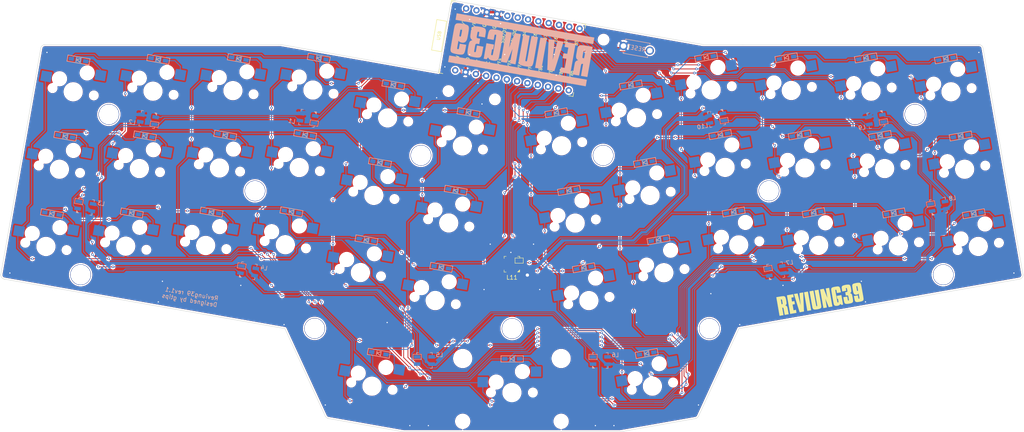
<source format=kicad_pcb>
(kicad_pcb (version 20171130) (host pcbnew "(5.1.2)-1")
  (title_block (title Reviung39) (date 2019-09-11) (rev 1.1))
  (layers (0 F.Cu signal) (31 B.Cu signal) (34 B.Paste user) (35 F.Paste user) (36 B.SilkS user) (37 F.SilkS user) (38 B.Mask user) (39 F.Mask user) (44 Edge.Cuts user))
  (net 0 "")
  (net 1 row0)
  (net 2 "Net-(D1-Pad2)")
  (net 3 "Net-(D2-Pad2)")
  (net 4 "Net-(D3-Pad2)")
  (net 5 "Net-(D4-Pad2)")
  (net 6 "Net-(D5-Pad2)")
  (net 7 "Net-(D6-Pad2)")
  (net 8 row1)
  (net 9 "Net-(D7-Pad2)")
  (net 10 "Net-(D8-Pad2)")
  (net 11 "Net-(D9-Pad2)")
  (net 12 "Net-(D10-Pad2)")
  (net 13 "Net-(D11-Pad2)")
  (net 14 "Net-(D12-Pad2)")
  (net 15 row2)
  (net 16 "Net-(D13-Pad2)")
  (net 17 "Net-(D14-Pad2)")
  (net 18 "Net-(D15-Pad2)")
  (net 19 "Net-(D16-Pad2)")
  (net 20 "Net-(D17-Pad2)")
  (net 21 "Net-(D18-Pad2)")
  (net 22 row3)
  (net 23 "Net-(D19-Pad2)")
  (net 24 "Net-(D20-Pad2)")
  (net 25 "Net-(D21-Pad2)")
  (net 26 "Net-(D22-Pad2)")
  (net 27 "Net-(D23-Pad2)")
  (net 28 "Net-(D24-Pad2)")
  (net 29 "Net-(D25-Pad2)")
  (net 30 row4)
  (net 31 "Net-(D26-Pad2)")
  (net 32 "Net-(D27-Pad2)")
  (net 33 "Net-(D28-Pad2)")
  (net 34 "Net-(D29-Pad2)")
  (net 35 "Net-(D30-Pad2)")
  (net 36 row5)
  (net 37 "Net-(D32-Pad2)")
  (net 38 "Net-(D33-Pad2)")
  (net 39 "Net-(D34-Pad2)")
  (net 40 "Net-(D35-Pad2)")
  (net 41 "Net-(D36-Pad2)")
  (net 42 "Net-(D37-Pad2)")
  (net 43 row6)
  (net 44 "Net-(D38-Pad2)")
  (net 45 "Net-(D39-Pad2)")
  (net 46 "Net-(L1-Pad1)")
  (net 47 GND)
  (net 48 VCC)
  (net 49 LED)
  (net 50 "Net-(L2-Pad1)")
  (net 51 "Net-(L3-Pad1)")
  (net 52 "Net-(L4-Pad1)")
  (net 53 "Net-(L5-Pad1)")
  (net 54 "Net-(L6-Pad1)")
  (net 55 "Net-(L7-Pad1)")
  (net 56 "Net-(L8-Pad1)")
  (net 57 "Net-(L10-Pad3)")
  (net 58 "Net-(L10-Pad1)")
  (net 59 reset)
  (net 60 col0)
  (net 61 col1)
  (net 62 col2)
  (net 63 col3)
  (net 64 col4)
  (net 65 col5)
  (net 66 "Net-(U1-Pad2)")
  (net 67 "Net-(U1-Pad5)")
  (net 68 "Net-(U1-Pad6)")
  (net 69 "Net-(U1-Pad13)")
  (net 70 "Net-(U1-Pad24)")
  (net 71 "Net-(D31-Pad2)")
  (net 72 "Net-(L11-Pad1)")
  (module _reviung-kbd:ResetSW_1side (layer B.Cu) (at 184.5 41.5 350)
    (fp_text reference RESET1 hide)
    (fp_text value SW_PUSH)
    (fp_text user RESET (at 0 0 350) (layer B.SilkS) (effects (justify mirror)))
    (pad 2 thru_hole circle (at -3.25 0 350) (size 2 2) (drill 1.3) (layers *.Cu *.Mask) (net 47 GND))
    (pad 1 thru_hole circle (at 3.25 0 350) (size 2 2) (drill 1.3) (layers *.Cu *.Mask) (net 59 reset))
  )
  (module _reviung-kbd:ProMicro (layer F.Cu) (at 156.09 41.86 80)
    (fp_text reference U1 hide)
    (fp_text value ProMicro hide)
    (fp_text user "" (at -1.2515 -16.256 80) (layer B.SilkS) (effects (justify mirror)))
    (fp_text user "" (at -0.545 -20.1 80) (layer F.SilkS))
    (fp_text user RAW (at -4.995 -14.5 80 unlocked) (layer F.SilkS) (effects (font (size 0.75 0.67) (thickness 0.125))))
    (fp_text user GND (at -4.995 -11.95 80 unlocked) (layer F.SilkS) (effects (font (size 0.75 0.67) (thickness 0.125))))
    (fp_text user RST (at -4.995 -9.4 80 unlocked) (layer F.SilkS) (effects (font (size 0.75 0.67) (thickness 0.125))))
    (fp_text user VCC (at -4.995 -6.95 80 unlocked) (layer F.SilkS) (effects (font (size 0.75 0.67) (thickness 0.125))))
    (fp_text user A3/F4 (at -4.395 -4.25 80 unlocked) (layer F.SilkS) (effects (font (size 0.75 0.67) (thickness 0.125))))
    (fp_text user A2/F5 (at -4.395 -1.75 80 unlocked) (layer F.SilkS) (effects (font (size 0.75 0.67) (thickness 0.125))))
    (fp_text user A1/F6 (at -4.395 0.75 80 unlocked) (layer F.SilkS) (effects (font (size 0.75 0.67) (thickness 0.125))))
    (fp_text user A0/F7 (at -4.395 3.3 80 unlocked) (layer F.SilkS) (effects (font (size 0.75 0.67) (thickness 0.125))))
    (fp_text user 15/B1 (at -4.395 5.85 80 unlocked) (layer F.SilkS) (effects (font (size 0.75 0.67) (thickness 0.125))))
    (fp_text user 14/B3 (at -4.395 8.4 80 unlocked) (layer F.SilkS) (effects (font (size 0.75 0.67) (thickness 0.125))))
    (fp_text user 10/B6 (at -4.395 13.45 80 unlocked) (layer F.SilkS) (effects (font (size 0.75 0.67) (thickness 0.125))))
    (fp_text user 16/B2 (at -4.395 10.95 80 unlocked) (layer F.SilkS) (effects (font (size 0.75 0.67) (thickness 0.125))))
    (fp_text user E6/7 (at 4.705 8.25 80 unlocked) (layer F.SilkS) (effects (font (size 0.75 0.67) (thickness 0.125))))
    (fp_text user D7/6 (at 4.705 5.7 80 unlocked) (layer F.SilkS) (effects (font (size 0.75 0.67) (thickness 0.125))))
    (fp_text user GND (at 4.955 -9.35 80 unlocked) (layer F.SilkS) (effects (font (size 0.75 0.67) (thickness 0.125))))
    (fp_text user GND (at 4.955 -6.9 80 unlocked) (layer F.SilkS) (effects (font (size 0.75 0.67) (thickness 0.125))))
    (fp_text user D3/TX0 (at 4.155 -14.45 80 unlocked) (layer F.SilkS) (effects (font (size 0.75 0.67) (thickness 0.125))))
    (fp_text user D4/4 (at 4.705 0.6 80 unlocked) (layer F.SilkS) (effects (font (size 0.75 0.67) (thickness 0.125))))
    (fp_text user SDA/D1/2 (at 3.455 -4.4 80 unlocked) (layer F.SilkS) (effects (font (size 0.75 0.67) (thickness 0.125))))
    (fp_text user SCL/D0/3 (at 3.455 -1.9 80 unlocked) (layer F.SilkS) (effects (font (size 0.75 0.67) (thickness 0.125))))
    (fp_text user C6/5 (at 4.705 3.15 80 unlocked) (layer F.SilkS) (effects (font (size 0.75 0.67) (thickness 0.125))))
    (fp_text user B5/9 (at 4.705 13.3 80 unlocked) (layer F.SilkS) (effects (font (size 0.75 0.67) (thickness 0.125))))
    (fp_text user D2/RX1 (at 4.155 -11.9 80 unlocked) (layer F.SilkS) (effects (font (size 0.75 0.67) (thickness 0.125))))
    (fp_text user B4/8 (at 4.705 10.8 80 unlocked) (layer F.SilkS) (effects (font (size 0.75 0.67) (thickness 0.125))))
    (fp_text user USB (at 0 -19.8 80) (layer F.SilkS) (effects (font (size 0.75 0.75) (thickness 0.12))))
    (pad 24 thru_hole circle (at -7.6086 -14.478 80) (size 1.524 1.524) (drill 0.8128) (layers *.Cu *.Mask) (net 70 "Net-(U1-Pad24)"))
    (pad 23 thru_hole circle (at -7.6086 -11.938 80) (size 1.524 1.524) (drill 0.8128) (layers *.Cu *.Mask) (net 47 GND))
    (pad 22 thru_hole circle (at -7.6086 -9.398 80) (size 1.524 1.524) (drill 0.8128) (layers *.Cu *.Mask) (net 59 reset))
    (pad 21 thru_hole circle (at -7.6086 -6.858 80) (size 1.524 1.524) (drill 0.8128) (layers *.Cu *.Mask) (net 48 VCC))
    (pad 20 thru_hole circle (at -7.6086 -4.318 80) (size 1.524 1.524) (drill 0.8128) (layers *.Cu *.Mask) (net 1 row0))
    (pad 19 thru_hole circle (at -7.6086 -1.778 80) (size 1.524 1.524) (drill 0.8128) (layers *.Cu *.Mask) (net 8 row1))
    (pad 18 thru_hole circle (at -7.6086 0.762 80) (size 1.524 1.524) (drill 0.8128) (layers *.Cu *.Mask) (net 15 row2))
    (pad 17 thru_hole circle (at -7.6086 3.302 80) (size 1.524 1.524) (drill 0.8128) (layers *.Cu *.Mask) (net 22 row3))
    (pad 16 thru_hole circle (at -7.6086 5.842 80) (size 1.524 1.524) (drill 0.8128) (layers *.Cu *.Mask) (net 30 row4))
    (pad 15 thru_hole circle (at -7.6086 8.382 80) (size 1.524 1.524) (drill 0.8128) (layers *.Cu *.Mask) (net 36 row5))
    (pad 14 thru_hole circle (at -7.6086 10.922 80) (size 1.524 1.524) (drill 0.8128) (layers *.Cu *.Mask) (net 43 row6))
    (pad 13 thru_hole circle (at -7.6086 13.462 80) (size 1.524 1.524) (drill 0.8128) (layers *.Cu *.Mask) (net 69 "Net-(U1-Pad13)"))
    (pad 12 thru_hole circle (at 7.6114 13.462 80) (size 1.524 1.524) (drill 0.8128) (layers *.Cu *.Mask) (net 65 col5))
    (pad 11 thru_hole circle (at 7.6114 10.922 80) (size 1.524 1.524) (drill 0.8128) (layers *.Cu *.Mask) (net 64 col4))
    (pad 10 thru_hole circle (at 7.6114 8.382 80) (size 1.524 1.524) (drill 0.8128) (layers *.Cu *.Mask) (net 63 col3))
    (pad 9 thru_hole circle (at 7.6114 5.842 80) (size 1.524 1.524) (drill 0.8128) (layers *.Cu *.Mask) (net 62 col2))
    (pad 8 thru_hole circle (at 7.6114 3.302 80) (size 1.524 1.524) (drill 0.8128) (layers *.Cu *.Mask) (net 61 col1))
    (pad 7 thru_hole circle (at 7.6114 0.762 80) (size 1.524 1.524) (drill 0.8128) (layers *.Cu *.Mask) (net 60 col0))
    (pad 6 thru_hole circle (at 7.6114 -1.778 80) (size 1.524 1.524) (drill 0.8128) (layers *.Cu *.Mask) (net 68 "Net-(U1-Pad6)"))
    (pad 5 thru_hole circle (at 7.6114 -4.318 80) (size 1.524 1.524) (drill 0.8128) (layers *.Cu *.Mask) (net 67 "Net-(U1-Pad5)"))
    (pad 4 thru_hole circle (at 7.6114 -6.858 80) (size 1.524 1.524) (drill 0.8128) (layers *.Cu *.Mask) (net 47 GND))
    (pad 3 thru_hole circle (at 7.6114 -9.398 80) (size 1.524 1.524) (drill 0.8128) (layers *.Cu *.Mask) (net 47 GND))
    (pad 2 thru_hole circle (at 7.6114 -11.938 80) (size 1.524 1.524) (drill 0.8128) (layers *.Cu *.Mask) (net 66 "Net-(U1-Pad2)"))
    (pad 1 thru_hole circle (at 7.6114 -14.478 80) (size 1.524 1.524) (drill 0.8128) (layers *.Cu *.Mask) (net 49 LED))
  )
  (module _reviung-kbd:REVIUNG39-B-logo (layer B.Cu) (at 156.52 41.87 170)
    (fp_text reference G*** hide)
    (fp_text value LOGO hide)
  )
  (module _reviung-kbd:REVIUNG39-FS-logo (layer F.Cu) (at 229 102.32 10)
    (fp_text reference G*** hide)
    (fp_text value LOGO hide)
  )
  (module _reviung-kbd:HOLE (layer F.Cu) (at 258.86 96.41)
    (fp_text reference H11 hide)
    (fp_text value H11 hide)
    (pad "" np_thru_hole circle (at 0 0) (size 5 5) (drill 4.8) (layers *.Cu *.Mask))
  )
  (module _reviung-kbd:HOLE (layer F.Cu) (at 252 57.54)
    (fp_text reference H10 hide)
    (fp_text value H10 hide)
    (pad "" np_thru_hole circle (at 0 0) (size 5 5) (drill 4.8) (layers *.Cu *.Mask))
  )
  (module _reviung-kbd:HOLE (layer F.Cu) (at 202.12 109.47)
    (fp_text reference H8 hide)
    (fp_text value H8 hide)
    (pad "" np_thru_hole circle (at 0 0) (size 5 5) (drill 4.8) (layers *.Cu *.Mask))
  )
  (module _reviung-kbd:HOLE (layer F.Cu) (at 216.59 76.06)
    (fp_text reference H9 hide)
    (fp_text value H9 hide)
    (pad "" np_thru_hole circle (at 0 0) (size 5 5) (drill 4.8) (layers *.Cu *.Mask))
  )
  (module _reviung-kbd:HOLE (layer F.Cu) (at 176.38 67.47)
    (fp_text reference H7 hide)
    (fp_text value H7 hide)
    (pad "" np_thru_hole circle (at 0 0) (size 5 5) (drill 4.8) (layers *.Cu *.Mask))
  )
  (module _reviung-kbd:HOLE (layer F.Cu) (at 154.3 109.47)
    (fp_text reference H6 hide)
    (fp_text value H6 hide)
    (pad "" np_thru_hole circle (at 0 0) (size 5 5) (drill 4.8) (layers *.Cu *.Mask))
  )
  (module _reviung-kbd:HOLE (layer F.Cu) (at 132.19 67.46)
    (fp_text reference H4 hide)
    (fp_text value H4 hide)
    (pad "" np_thru_hole circle (at 0 0) (size 5 5) (drill 4.8) (layers *.Cu *.Mask))
  )
  (module _reviung-kbd:HOLE (layer F.Cu) (at 106.41 109.43)
    (fp_text reference H5 hide)
    (fp_text value H5 hide)
    (pad "" np_thru_hole circle (at 0 0) (size 5 5) (drill 4.8) (layers *.Cu *.Mask))
  )
  (module _reviung-kbd:HOLE (layer F.Cu) (at 91.95 76.08)
    (fp_text reference H3 hide)
    (fp_text value H3 hide)
    (pad "" np_thru_hole circle (at 0 0) (size 5 5) (drill 4.8) (layers *.Cu *.Mask))
  )
  (module _reviung-kbd:HOLE (layer F.Cu) (at 49.66 96.41)
    (fp_text reference H2 hide)
    (fp_text value H2 hide)
    (pad "" np_thru_hole circle (at 0 0) (size 5 5) (drill 4.8) (layers *.Cu *.Mask))
  )
  (module _reviung-kbd:HOLE (layer F.Cu) (at 56.51 57.53)
    (fp_text reference H1 hide)
    (fp_text value H1 hide)
    (pad "" np_thru_hole circle (at 0 0) (size 5 5) (drill 4.8) (layers *.Cu *.Mask))
  )
  (module MountingHole:MountingHole_2.2mm_M2_ISO14580 (layer F.Cu) (at 138.87 51.87)
    (fp_text reference REF** hide)
    (fp_text value MountingHole_2.2mm_M2_ISO14580)
    (pad 1 np_thru_hole circle (at 0 0) (size 2.2 2.2) (drill 2.2) (layers *.Cu *.Mask))
  )
  (module MountingHole:MountingHole_2.2mm_M2_ISO14580 (layer F.Cu) (at 176.48 39.4)
    (fp_text reference REF** hide)
    (fp_text value MountingHole_2.2mm_M2_ISO14580)
    (pad 1 np_thru_hole circle (at 0 0) (size 2.2 2.2) (drill 2.2) (layers *.Cu *.Mask))
  )
  (module MountingHole:MountingHole_2.2mm_M2_ISO14580 (layer F.Cu) (at 150.13 53.88)
    (fp_text reference REF** hide)
    (fp_text value MountingHole_2.2mm_M2_ISO14580)
    (pad 1 np_thru_hole circle (at 0 0) (size 2.2 2.2) (drill 2.2) (layers *.Cu *.Mask))
  )
  (module _reviung-kbd:MXOnly-1U-Hotswap (layer F.Cu) (at 202.58 51.59 10)
    (fp_text reference SW21)
    (fp_text value SW_PUSH)
    (pad "" np_thru_hole circle (at 2.54 -5.08 10) (size 3 3) (drill 3) (layers *.Cu *.Mask))
    (pad "" np_thru_hole circle (at 0 0 10) (size 3.9878 3.9878) (drill 3.9878) (layers *.Cu *.Mask))
    (pad "" np_thru_hole circle (at -3.81 -2.54 10) (size 3 3) (drill 3) (layers *.Cu *.Mask))
    (pad "" np_thru_hole circle (at -5.08 0 58.0996) (size 1.75 1.75) (drill 1.75) (layers *.Cu *.Mask))
    (pad "" np_thru_hole circle (at 5.08 0 58.0996) (size 1.75 1.75) (drill 1.75) (layers *.Cu *.Mask))
    (pad 1 smd rect (at -7.085 -2.54 10) (size 2.55 2.5) (layers B.Cu B.Paste B.Mask) (net 62 col2))
    (pad 2 smd rect (at 5.842 -5.08 10) (size 2.55 2.5) (layers B.Cu B.Paste B.Mask) (net 25 "Net-(D21-Pad2)"))
  )
  (module _reviung-kbd:MXOnly-1U-Hotswap (layer F.Cu) (at 79.99 89.31 350)
    (fp_text reference SW15)
    (fp_text value SW_PUSH)
    (pad "" np_thru_hole circle (at 2.54 -5.08 350) (size 3 3) (drill 3) (layers *.Cu *.Mask))
    (pad "" np_thru_hole circle (at 0 0 350) (size 3.9878 3.9878) (drill 3.9878) (layers *.Cu *.Mask))
    (pad "" np_thru_hole circle (at -3.81 -2.54 350) (size 3 3) (drill 3) (layers *.Cu *.Mask))
    (pad "" np_thru_hole circle (at -5.08 0 38.0996) (size 1.75 1.75) (drill 1.75) (layers *.Cu *.Mask))
    (pad "" np_thru_hole circle (at 5.08 0 38.0996) (size 1.75 1.75) (drill 1.75) (layers *.Cu *.Mask))
    (pad 1 smd rect (at -7.085 -2.54 350) (size 2.55 2.5) (layers B.Cu B.Paste B.Mask) (net 62 col2))
    (pad 2 smd rect (at 5.842 -5.08 350) (size 2.55 2.5) (layers B.Cu B.Paste B.Mask) (net 18 "Net-(D15-Pad2)"))
  )
  (module _reviung-kbd:D3_SMD_1side (layer B.Cu) (at 186.94 115.52 10)
    (fp_text reference D39 hide)
    (fp_text value D hide)
    (pad 2 smd rect (at 1.775 0 10) (size 1.3 0.95) (layers B.Cu B.Paste B.Mask) (net 45 "Net-(D39-Pad2)"))
    (pad 1 smd rect (at -1.775 0 10) (size 1.3 0.95) (layers B.Cu B.Paste B.Mask) (net 43 row6))
  )
  (module _reviung-kbd:D3_SMD_1side (layer B.Cu) (at 154.31 116.82)
    (fp_text reference D38 hide)
    (fp_text value D hide)
    (pad 2 smd rect (at 1.775 0) (size 1.3 0.95) (layers B.Cu B.Paste B.Mask) (net 44 "Net-(D38-Pad2)"))
    (pad 1 smd rect (at -1.775 0) (size 1.3 0.95) (layers B.Cu B.Paste B.Mask) (net 43 row6))
  )
  (module _reviung-kbd:D3_SMD_1side (layer B.Cu) (at 121.97 115.46 350)
    (fp_text reference D37 hide)
    (fp_text value D hide)
    (pad 2 smd rect (at 1.775 0 350) (size 1.3 0.95) (layers B.Cu B.Paste B.Mask) (net 42 "Net-(D37-Pad2)"))
    (pad 1 smd rect (at -1.775 0 350) (size 1.3 0.95) (layers B.Cu B.Paste B.Mask) (net 43 row6))
  )
  (module _reviung-kbd:D3_SMD_1side (layer B.Cu) (at 266.27 81.62 10)
    (fp_text reference D36 hide)
    (fp_text value D hide)
    (pad 2 smd rect (at 1.775 0 10) (size 1.3 0.95) (layers B.Cu B.Paste B.Mask) (net 41 "Net-(D36-Pad2)"))
    (pad 1 smd rect (at -1.775 0 10) (size 1.3 0.95) (layers B.Cu B.Paste B.Mask) (net 36 row5))
  )
  (module _reviung-kbd:D3_SMD_1side (layer B.Cu) (at 246.88 81.43 10)
    (fp_text reference D35 hide)
    (fp_text value D hide)
    (pad 2 smd rect (at 1.775 0 10) (size 1.3 0.95) (layers B.Cu B.Paste B.Mask) (net 40 "Net-(D35-Pad2)"))
    (pad 1 smd rect (at -1.775 0 10) (size 1.3 0.95) (layers B.Cu B.Paste B.Mask) (net 36 row5))
  )
  (module _reviung-kbd:D3_SMD_1side (layer B.Cu) (at 227.43 81.37 10)
    (fp_text reference D34 hide)
    (fp_text value D hide)
    (pad 2 smd rect (at 1.775 0 10) (size 1.3 0.95) (layers B.Cu B.Paste B.Mask) (net 39 "Net-(D34-Pad2)"))
    (pad 1 smd rect (at -1.775 0 10) (size 1.3 0.95) (layers B.Cu B.Paste B.Mask) (net 36 row5))
  )
  (module _reviung-kbd:D3_SMD_1side (layer B.Cu) (at 208.04 81.2 10)
    (fp_text reference D33 hide)
    (fp_text value D hide)
    (pad 2 smd rect (at 1.775 0 10) (size 1.3 0.95) (layers B.Cu B.Paste B.Mask) (net 38 "Net-(D33-Pad2)"))
    (pad 1 smd rect (at -1.775 0 10) (size 1.3 0.95) (layers B.Cu B.Paste B.Mask) (net 36 row5))
  )
  (module _reviung-kbd:D3_SMD_1side (layer B.Cu) (at 189.8 87.94 10)
    (fp_text reference D32 hide)
    (fp_text value D hide)
    (pad 2 smd rect (at 1.775 0 10) (size 1.3 0.95) (layers B.Cu B.Paste B.Mask) (net 37 "Net-(D32-Pad2)"))
    (pad 1 smd rect (at -1.775 0 10) (size 1.3 0.95) (layers B.Cu B.Paste B.Mask) (net 36 row5))
  )
  (module _reviung-kbd:D3_SMD_1side (layer B.Cu) (at 171.7 94.73 10)
    (fp_text reference D31 hide)
    (fp_text value D hide)
    (pad 2 smd rect (at 1.775 0 10) (size 1.3 0.95) (layers B.Cu B.Paste B.Mask) (net 71 "Net-(D31-Pad2)"))
    (pad 1 smd rect (at -1.775 0 10) (size 1.3 0.95) (layers B.Cu B.Paste B.Mask) (net 36 row5))
  )
  (module _reviung-kbd:D3_SMD_1side (layer B.Cu) (at 263.09 62.77 10)
    (fp_text reference D30 hide)
    (fp_text value D hide)
    (pad 2 smd rect (at 1.775 0 10) (size 1.3 0.95) (layers B.Cu B.Paste B.Mask) (net 35 "Net-(D30-Pad2)"))
    (pad 1 smd rect (at -1.775 0 10) (size 1.3 0.95) (layers B.Cu B.Paste B.Mask) (net 30 row4))
  )
  (module _reviung-kbd:D3_SMD_1side (layer B.Cu) (at 243.54 62.65 10)
    (fp_text reference D29 hide)
    (fp_text value D hide)
    (pad 2 smd rect (at 1.775 0 10) (size 1.3 0.95) (layers B.Cu B.Paste B.Mask) (net 34 "Net-(D29-Pad2)"))
    (pad 1 smd rect (at -1.775 0 10) (size 1.3 0.95) (layers B.Cu B.Paste B.Mask) (net 30 row4))
  )
  (module _reviung-kbd:D3_SMD_1side (layer B.Cu) (at 224.04 62.51 10)
    (fp_text reference D28 hide)
    (fp_text value D hide)
    (pad 2 smd rect (at 1.775 0 10) (size 1.3 0.95) (layers B.Cu B.Paste B.Mask) (net 33 "Net-(D28-Pad2)"))
    (pad 1 smd rect (at -1.775 0 10) (size 1.3 0.95) (layers B.Cu B.Paste B.Mask) (net 30 row4))
  )
  (module _reviung-kbd:D3_SMD_1side (layer B.Cu) (at 204.79 62.43 10)
    (fp_text reference D27 hide)
    (fp_text value D hide)
    (pad 2 smd rect (at 1.775 0 10) (size 1.3 0.95) (layers B.Cu B.Paste B.Mask) (net 32 "Net-(D27-Pad2)"))
    (pad 1 smd rect (at -1.775 0 10) (size 1.3 0.95) (layers B.Cu B.Paste B.Mask) (net 30 row4))
  )
  (module _reviung-kbd:D3_SMD_1side (layer B.Cu) (at 186.52 69.19 10)
    (fp_text reference D26 hide)
    (fp_text value D hide)
    (pad 2 smd rect (at 1.775 0 10) (size 1.3 0.95) (layers B.Cu B.Paste B.Mask) (net 31 "Net-(D26-Pad2)"))
    (pad 1 smd rect (at -1.775 0 10) (size 1.3 0.95) (layers B.Cu B.Paste B.Mask) (net 30 row4))
  )
  (module _reviung-kbd:D3_SMD_1side (layer B.Cu) (at 168.11 75.98 10)
    (fp_text reference D25 hide)
    (fp_text value D hide)
    (pad 2 smd rect (at 1.775 0 10) (size 1.3 0.95) (layers B.Cu B.Paste B.Mask) (net 29 "Net-(D25-Pad2)"))
    (pad 1 smd rect (at -1.775 0 10) (size 1.3 0.95) (layers B.Cu B.Paste B.Mask) (net 30 row4))
  )
  (module _reviung-kbd:D3_SMD_1side (layer B.Cu) (at 259.5 44.05 10)
    (fp_text reference D24 hide)
    (fp_text value D hide)
    (pad 2 smd rect (at 1.775 0 10) (size 1.3 0.95) (layers B.Cu B.Paste B.Mask) (net 28 "Net-(D24-Pad2)"))
    (pad 1 smd rect (at -1.775 0 10) (size 1.3 0.95) (layers B.Cu B.Paste B.Mask) (net 22 row3))
  )
  (module _reviung-kbd:D3_SMD_1side (layer B.Cu) (at 240.11 43.83 10)
    (fp_text reference D23 hide)
    (fp_text value D hide)
    (pad 2 smd rect (at 1.775 0 10) (size 1.3 0.95) (layers B.Cu B.Paste B.Mask) (net 27 "Net-(D23-Pad2)"))
    (pad 1 smd rect (at -1.775 0 10) (size 1.3 0.95) (layers B.Cu B.Paste B.Mask) (net 22 row3))
  )
  (module _reviung-kbd:D3_SMD_1side (layer B.Cu) (at 220.84 43.8 10)
    (fp_text reference D22 hide)
    (fp_text value D hide)
    (pad 2 smd rect (at 1.775 0 10) (size 1.3 0.95) (layers B.Cu B.Paste B.Mask) (net 26 "Net-(D22-Pad2)"))
    (pad 1 smd rect (at -1.775 0 10) (size 1.3 0.95) (layers B.Cu B.Paste B.Mask) (net 22 row3))
  )
  (module _reviung-kbd:D3_SMD_1side (layer B.Cu) (at 201.36 43.69 10)
    (fp_text reference D21 hide)
    (fp_text value D hide)
    (pad 2 smd rect (at 1.775 0 10) (size 1.3 0.95) (layers B.Cu B.Paste B.Mask) (net 25 "Net-(D21-Pad2)"))
    (pad 1 smd rect (at -1.775 0 10) (size 1.3 0.95) (layers B.Cu B.Paste B.Mask) (net 22 row3))
  )
  (module _reviung-kbd:D3_SMD_1side (layer B.Cu) (at 183.1 50.39 10)
    (fp_text reference D20 hide)
    (fp_text value D hide)
    (pad 2 smd rect (at 1.775 0 10) (size 1.3 0.95) (layers B.Cu B.Paste B.Mask) (net 24 "Net-(D20-Pad2)"))
    (pad 1 smd rect (at -1.775 0 10) (size 1.3 0.95) (layers B.Cu B.Paste B.Mask) (net 22 row3))
  )
  (module _reviung-kbd:D3_SMD_1side (layer B.Cu) (at 165.03 57.13 10)
    (fp_text reference D19 hide)
    (fp_text value D hide)
    (pad 2 smd rect (at 1.775 0 10) (size 1.3 0.95) (layers B.Cu B.Paste B.Mask) (net 23 "Net-(D19-Pad2)"))
    (pad 1 smd rect (at -1.775 0 10) (size 1.3 0.95) (layers B.Cu B.Paste B.Mask) (net 22 row3))
  )
  (module _reviung-kbd:D3_SMD_1side (layer B.Cu) (at 137.13 94.62 350)
    (fp_text reference D18 hide)
    (fp_text value D hide)
    (pad 2 smd rect (at 1.775 0 350) (size 1.3 0.95) (layers B.Cu B.Paste B.Mask) (net 21 "Net-(D18-Pad2)"))
    (pad 1 smd rect (at -1.775 0 350) (size 1.3 0.95) (layers B.Cu B.Paste B.Mask) (net 15 row2))
  )
  (module _reviung-kbd:D3_SMD_1side (layer B.Cu) (at 118.98 87.96 350)
    (fp_text reference D17 hide)
    (fp_text value D hide)
    (pad 2 smd rect (at 1.775 0 350) (size 1.3 0.95) (layers B.Cu B.Paste B.Mask) (net 20 "Net-(D17-Pad2)"))
    (pad 1 smd rect (at -1.775 0 350) (size 1.3 0.95) (layers B.Cu B.Paste B.Mask) (net 15 row2))
  )
  (module _reviung-kbd:D3_SMD_1side (layer B.Cu) (at 100.78 81.15 350)
    (fp_text reference D16 hide)
    (fp_text value D hide)
    (pad 2 smd rect (at 1.775 0 350) (size 1.3 0.95) (layers B.Cu B.Paste B.Mask) (net 19 "Net-(D16-Pad2)"))
    (pad 1 smd rect (at -1.775 0 350) (size 1.3 0.95) (layers B.Cu B.Paste B.Mask) (net 15 row2))
  )
  (module _reviung-kbd:D3_SMD_1side (layer B.Cu) (at 81.4 81.23 350)
    (fp_text reference D15 hide)
    (fp_text value D hide)
    (pad 2 smd rect (at 1.775 0 350) (size 1.3 0.95) (layers B.Cu B.Paste B.Mask) (net 18 "Net-(D15-Pad2)"))
    (pad 1 smd rect (at -1.775 0 350) (size 1.3 0.95) (layers B.Cu B.Paste B.Mask) (net 15 row2))
  )
  (module _reviung-kbd:D3_SMD_1side (layer B.Cu) (at 62.07 81.44 350)
    (fp_text reference D14 hide)
    (fp_text value D hide)
    (pad 2 smd rect (at 1.775 0 350) (size 1.3 0.95) (layers B.Cu B.Paste B.Mask) (net 17 "Net-(D14-Pad2)"))
    (pad 1 smd rect (at -1.775 0 350) (size 1.3 0.95) (layers B.Cu B.Paste B.Mask) (net 15 row2))
  )
  (module _reviung-kbd:D3_SMD_1side (layer B.Cu) (at 42.71 81.61 350)
    (fp_text reference D13 hide)
    (fp_text value D hide)
    (pad 2 smd rect (at 1.775 0 350) (size 1.3 0.95) (layers B.Cu B.Paste B.Mask) (net 16 "Net-(D13-Pad2)"))
    (pad 1 smd rect (at -1.775 0 350) (size 1.3 0.95) (layers B.Cu B.Paste B.Mask) (net 15 row2))
  )
  (module _reviung-kbd:D3_SMD_1side (layer B.Cu) (at 140.63 75.93 350)
    (fp_text reference D12 hide)
    (fp_text value D hide)
    (pad 2 smd rect (at 1.775 0 350) (size 1.3 0.95) (layers B.Cu B.Paste B.Mask) (net 14 "Net-(D12-Pad2)"))
    (pad 1 smd rect (at -1.775 0 350) (size 1.3 0.95) (layers B.Cu B.Paste B.Mask) (net 8 row1))
  )
  (module _reviung-kbd:D3_SMD_1side (layer B.Cu) (at 122.26 69.21 350)
    (fp_text reference D11 hide)
    (fp_text value D hide)
    (pad 2 smd rect (at 1.775 0 350) (size 1.3 0.95) (layers B.Cu B.Paste B.Mask) (net 13 "Net-(D11-Pad2)"))
    (pad 1 smd rect (at -1.775 0 350) (size 1.3 0.95) (layers B.Cu B.Paste B.Mask) (net 8 row1))
  )
  (module _reviung-kbd:D3_SMD_1side (layer B.Cu) (at 104.12 62.42 350)
    (fp_text reference D10 hide)
    (fp_text value D hide)
    (pad 2 smd rect (at 1.775 0 350) (size 1.3 0.95) (layers B.Cu B.Paste B.Mask) (net 12 "Net-(D10-Pad2)"))
    (pad 1 smd rect (at -1.775 0 350) (size 1.3 0.95) (layers B.Cu B.Paste B.Mask) (net 8 row1))
  )
  (module _reviung-kbd:D3_SMD_1side (layer B.Cu) (at 84.73 62.57 350)
    (fp_text reference D9 hide)
    (fp_text value D hide)
    (pad 2 smd rect (at 1.775 0 350) (size 1.3 0.95) (layers B.Cu B.Paste B.Mask) (net 11 "Net-(D9-Pad2)"))
    (pad 1 smd rect (at -1.775 0 350) (size 1.3 0.95) (layers B.Cu B.Paste B.Mask) (net 8 row1))
  )
  (module _reviung-kbd:D3_SMD_1side (layer B.Cu) (at 65.25 62.74 350)
    (fp_text reference D8 hide)
    (fp_text value D hide)
    (pad 2 smd rect (at 1.775 0 350) (size 1.3 0.95) (layers B.Cu B.Paste B.Mask) (net 10 "Net-(D8-Pad2)"))
    (pad 1 smd rect (at -1.775 0 350) (size 1.3 0.95) (layers B.Cu B.Paste B.Mask) (net 8 row1))
  )
  (module _reviung-kbd:D3_SMD_1side (layer B.Cu) (at 45.95 62.83 350)
    (fp_text reference D7 hide)
    (fp_text value D hide)
    (pad 2 smd rect (at 1.775 0 350) (size 1.3 0.95) (layers B.Cu B.Paste B.Mask) (net 9 "Net-(D7-Pad2)"))
    (pad 1 smd rect (at -1.775 0 350) (size 1.3 0.95) (layers B.Cu B.Paste B.Mask) (net 8 row1))
  )
  (module _reviung-kbd:D3_SMD_1side (layer B.Cu) (at 68.5 44.2 350)
    (fp_text reference D2 hide)
    (fp_text value D hide)
    (pad 2 smd rect (at 1.775 0 350) (size 1.3 0.95) (layers B.Cu B.Paste B.Mask) (net 3 "Net-(D2-Pad2)"))
    (pad 1 smd rect (at -1.775 0 350) (size 1.3 0.95) (layers B.Cu B.Paste B.Mask) (net 1 row0))
  )
  (module _reviung-kbd:D3_SMD_1side (layer B.Cu) (at 88.03 44.02 350)
    (fp_text reference D3 hide)
    (fp_text value D hide)
    (pad 2 smd rect (at 1.775 0 350) (size 1.3 0.95) (layers B.Cu B.Paste B.Mask) (net 4 "Net-(D3-Pad2)"))
    (pad 1 smd rect (at -1.775 0 350) (size 1.3 0.95) (layers B.Cu B.Paste B.Mask) (net 1 row0))
  )
  (module _reviung-kbd:D3_SMD_1side (layer B.Cu) (at 107.42 43.91 350)
    (fp_text reference D4 hide)
    (fp_text value D hide)
    (pad 2 smd rect (at 1.775 0 350) (size 1.3 0.95) (layers B.Cu B.Paste B.Mask) (net 5 "Net-(D4-Pad2)"))
    (pad 1 smd rect (at -1.775 0 350) (size 1.3 0.95) (layers B.Cu B.Paste B.Mask) (net 1 row0))
  )
  (module _reviung-kbd:D3_SMD_1side (layer B.Cu) (at 125.51 50.34 350)
    (fp_text reference D5 hide)
    (fp_text value D hide)
    (pad 2 smd rect (at 1.775 0 350) (size 1.3 0.95) (layers B.Cu B.Paste B.Mask) (net 6 "Net-(D5-Pad2)"))
    (pad 1 smd rect (at -1.775 0 350) (size 1.3 0.95) (layers B.Cu B.Paste B.Mask) (net 1 row0))
  )
  (module _reviung-kbd:D3_SMD_1side (layer B.Cu) (at 143.73 57.09 350)
    (fp_text reference D6 hide)
    (fp_text value D hide)
    (pad 2 smd rect (at 1.775 0 350) (size 1.3 0.95) (layers B.Cu B.Paste B.Mask) (net 7 "Net-(D6-Pad2)"))
    (pad 1 smd rect (at -1.775 0 350) (size 1.3 0.95) (layers B.Cu B.Paste B.Mask) (net 1 row0))
  )
  (module _reviung-kbd:D3_SMD_1side (layer B.Cu) (at 49.14 44.34 350)
    (fp_text reference D1 hide)
    (fp_text value D hide)
    (pad 2 smd rect (at 1.775 0 350) (size 1.3 0.95) (layers B.Cu B.Paste B.Mask) (net 2 "Net-(D1-Pad2)"))
    (pad 1 smd rect (at -1.775 0 350) (size 1.3 0.95) (layers B.Cu B.Paste B.Mask) (net 1 row0))
  )
  (module _reviung-kbd:MXOnly-1U-Hotswap (layer F.Cu) (at 86.6 51.76 350)
    (fp_text reference SW3)
    (fp_text value SW_PUSH)
    (pad "" np_thru_hole circle (at 2.54 -5.08 350) (size 3 3) (drill 3) (layers *.Cu *.Mask))
    (pad "" np_thru_hole circle (at 0 0 350) (size 3.9878 3.9878) (drill 3.9878) (layers *.Cu *.Mask))
    (pad "" np_thru_hole circle (at -3.81 -2.54 350) (size 3 3) (drill 3) (layers *.Cu *.Mask))
    (pad "" np_thru_hole circle (at -5.08 0 38.0996) (size 1.75 1.75) (drill 1.75) (layers *.Cu *.Mask))
    (pad "" np_thru_hole circle (at 5.08 0 38.0996) (size 1.75 1.75) (drill 1.75) (layers *.Cu *.Mask))
    (pad 1 smd rect (at -7.085 -2.54 350) (size 2.55 2.5) (layers B.Cu B.Paste B.Mask) (net 62 col2))
    (pad 2 smd rect (at 5.842 -5.08 350) (size 2.55 2.5) (layers B.Cu B.Paste B.Mask) (net 4 "Net-(D3-Pad2)"))
  )
  (module _reviung-kbd:LED_SK6812MINI_PLCC4_3.5x3.5mm_P1.75mm (layer B.Cu) (at 104.71 58.47 350)
    (fp_text reference L1 hide)
    (fp_text value SK6812MINI)
    (fp_text user %R (at -3.65 1.35 170) (layer B.SilkS) (effects (justify mirror)))
    (pad 1 smd rect (at -1.75 0.875 350) (size 1.6 0.85) (layers B.Cu B.Paste B.Mask) (net 46 "Net-(L1-Pad1)"))
    (pad 2 smd rect (at -1.75 -0.875 350) (size 1.6 0.85) (layers B.Cu B.Paste B.Mask) (net 47 GND))
    (pad 4 smd rect (at 1.75 0.875 350) (size 1.6 0.85) (layers B.Cu B.Paste B.Mask) (net 48 VCC))
    (pad 3 smd rect (at 1.75 -0.875 350) (size 1.6 0.85) (layers B.Cu B.Paste B.Mask) (net 49 LED))
  )
  (module _reviung-kbd:LED_SK6812MINI_PLCC4_3.5x3.5mm_P1.75mm (layer B.Cu) (at 65.98 58.76 350)
    (fp_text reference L2 hide)
    (fp_text value SK6812MINI)
    (fp_text user %R (at -3.65 1.35 170) (layer B.SilkS) (effects (justify mirror)))
    (pad 1 smd rect (at -1.75 0.875 350) (size 1.6 0.85) (layers B.Cu B.Paste B.Mask) (net 50 "Net-(L2-Pad1)"))
    (pad 2 smd rect (at -1.75 -0.875 350) (size 1.6 0.85) (layers B.Cu B.Paste B.Mask) (net 47 GND))
    (pad 4 smd rect (at 1.75 0.875 350) (size 1.6 0.85) (layers B.Cu B.Paste B.Mask) (net 48 VCC))
    (pad 3 smd rect (at 1.75 -0.875 350) (size 1.6 0.85) (layers B.Cu B.Paste B.Mask) (net 46 "Net-(L1-Pad1)"))
  )
  (module _reviung-kbd:LED_SK6812MINI_PLCC4_3.5x3.5mm_P1.75mm (layer B.Cu) (at 50.81 79.81 170)
    (fp_text reference L3 hide)
    (fp_text value SK6812MINI)
    (fp_text user %R (at -3.65 1.35 170) (layer B.SilkS) (effects (justify mirror)))
    (pad 1 smd rect (at -1.75 0.875 170) (size 1.6 0.85) (layers B.Cu B.Paste B.Mask) (net 51 "Net-(L3-Pad1)"))
    (pad 2 smd rect (at -1.75 -0.875 170) (size 1.6 0.85) (layers B.Cu B.Paste B.Mask) (net 47 GND))
    (pad 4 smd rect (at 1.75 0.875 170) (size 1.6 0.85) (layers B.Cu B.Paste B.Mask) (net 48 VCC))
    (pad 3 smd rect (at 1.75 -0.875 170) (size 1.6 0.85) (layers B.Cu B.Paste B.Mask) (net 50 "Net-(L2-Pad1)"))
  )
  (module _reviung-kbd:LED_SK6812MINI_PLCC4_3.5x3.5mm_P1.75mm (layer B.Cu) (at 90.29 95.45 170)
    (fp_text reference L4 hide)
    (fp_text value SK6812MINI)
    (fp_text user %R (at -3.65 1.35 170) (layer B.SilkS) (effects (justify mirror)))
    (pad 1 smd rect (at -1.75 0.875 170) (size 1.6 0.85) (layers B.Cu B.Paste B.Mask) (net 52 "Net-(L4-Pad1)"))
    (pad 2 smd rect (at -1.75 -0.875 170) (size 1.6 0.85) (layers B.Cu B.Paste B.Mask) (net 47 GND))
    (pad 4 smd rect (at 1.75 0.875 170) (size 1.6 0.85) (layers B.Cu B.Paste B.Mask) (net 48 VCC))
    (pad 3 smd rect (at 1.75 -0.875 170) (size 1.6 0.85) (layers B.Cu B.Paste B.Mask) (net 51 "Net-(L3-Pad1)"))
  )
  (module _reviung-kbd:LED_SK6812MINI_PLCC4_3.5x3.5mm_P1.75mm (layer B.Cu) (at 133.03 117.2 180)
    (fp_text reference L5 hide)
    (fp_text value SK6812MINI)
    (fp_text user %R (at -3.65 1.35) (layer B.SilkS) (effects (justify mirror)))
    (pad 1 smd rect (at -1.75 0.875 180) (size 1.6 0.85) (layers B.Cu B.Paste B.Mask) (net 53 "Net-(L5-Pad1)"))
    (pad 2 smd rect (at -1.75 -0.875 180) (size 1.6 0.85) (layers B.Cu B.Paste B.Mask) (net 47 GND))
    (pad 4 smd rect (at 1.75 0.875 180) (size 1.6 0.85) (layers B.Cu B.Paste B.Mask) (net 48 VCC))
    (pad 3 smd rect (at 1.75 -0.875 180) (size 1.6 0.85) (layers B.Cu B.Paste B.Mask) (net 52 "Net-(L4-Pad1)"))
  )
  (module _reviung-kbd:LED_SK6812MINI_PLCC4_3.5x3.5mm_P1.75mm (layer B.Cu) (at 175.68 117.21 180)
    (fp_text reference L6 hide)
    (fp_text value SK6812MINI)
    (fp_text user %R (at -3.65 1.35) (layer B.SilkS) (effects (justify mirror)))
    (pad 1 smd rect (at -1.75 0.875 180) (size 1.6 0.85) (layers B.Cu B.Paste B.Mask) (net 54 "Net-(L6-Pad1)"))
    (pad 2 smd rect (at -1.75 -0.875 180) (size 1.6 0.85) (layers B.Cu B.Paste B.Mask) (net 47 GND))
    (pad 4 smd rect (at 1.75 0.875 180) (size 1.6 0.85) (layers B.Cu B.Paste B.Mask) (net 48 VCC))
    (pad 3 smd rect (at 1.75 -0.875 180) (size 1.6 0.85) (layers B.Cu B.Paste B.Mask) (net 53 "Net-(L5-Pad1)"))
  )
  (module _reviung-kbd:LED_SK6812MINI_PLCC4_3.5x3.5mm_P1.75mm (layer B.Cu) (at 218.24 95.47 190)
    (fp_text reference L7 hide)
    (fp_text value SK6812MINI)
    (fp_text user %R (at -3.65 1.35 10) (layer B.SilkS) (effects (justify mirror)))
    (pad 1 smd rect (at -1.75 0.875 190) (size 1.6 0.85) (layers B.Cu B.Paste B.Mask) (net 55 "Net-(L7-Pad1)"))
    (pad 2 smd rect (at -1.75 -0.875 190) (size 1.6 0.85) (layers B.Cu B.Paste B.Mask) (net 47 GND))
    (pad 4 smd rect (at 1.75 0.875 190) (size 1.6 0.85) (layers B.Cu B.Paste B.Mask) (net 48 VCC))
    (pad 3 smd rect (at 1.75 -0.875 190) (size 1.6 0.85) (layers B.Cu B.Paste B.Mask) (net 54 "Net-(L6-Pad1)"))
  )
  (module _reviung-kbd:LED_SK6812MINI_PLCC4_3.5x3.5mm_P1.75mm (layer B.Cu) (at 257.72 79.81 190)
    (fp_text reference L8 hide)
    (fp_text value SK6812MINI)
    (fp_text user %R (at -3.65 1.35 10) (layer B.SilkS) (effects (justify mirror)))
    (pad 1 smd rect (at -1.75 0.875 190) (size 1.6 0.85) (layers B.Cu B.Paste B.Mask) (net 56 "Net-(L8-Pad1)"))
    (pad 2 smd rect (at -1.75 -0.875 190) (size 1.6 0.85) (layers B.Cu B.Paste B.Mask) (net 47 GND))
    (pad 4 smd rect (at 1.75 0.875 190) (size 1.6 0.85) (layers B.Cu B.Paste B.Mask) (net 48 VCC))
    (pad 3 smd rect (at 1.75 -0.875 190) (size 1.6 0.85) (layers B.Cu B.Paste B.Mask) (net 55 "Net-(L7-Pad1)"))
  )
  (module _reviung-kbd:LED_SK6812MINI_PLCC4_3.5x3.5mm_P1.75mm (layer B.Cu) (at 242.52 58.77 10)
    (fp_text reference L9 hide)
    (fp_text value SK6812MINI)
    (fp_text user %R (at -3.65 1.35 10) (layer B.SilkS) (effects (justify mirror)))
    (pad 1 smd rect (at -1.75 0.875 10) (size 1.6 0.85) (layers B.Cu B.Paste B.Mask) (net 57 "Net-(L10-Pad3)"))
    (pad 2 smd rect (at -1.75 -0.875 10) (size 1.6 0.85) (layers B.Cu B.Paste B.Mask) (net 47 GND))
    (pad 4 smd rect (at 1.75 0.875 10) (size 1.6 0.85) (layers B.Cu B.Paste B.Mask) (net 48 VCC))
    (pad 3 smd rect (at 1.75 -0.875 10) (size 1.6 0.85) (layers B.Cu B.Paste B.Mask) (net 56 "Net-(L8-Pad1)"))
  )
  (module _reviung-kbd:LED_SK6812MINI_PLCC4_3.5x3.5mm_P1.75mm (layer B.Cu) (at 203.84 58.47 10)
    (fp_text reference L10 hide)
    (fp_text value SK6812MINI)
    (fp_text user %R (at -3.65 1.35 10) (layer B.SilkS) (effects (justify mirror)))
    (pad 1 smd rect (at -1.75 0.875 10) (size 1.6 0.85) (layers B.Cu B.Paste B.Mask) (net 58 "Net-(L10-Pad1)"))
    (pad 2 smd rect (at -1.75 -0.875 10) (size 1.6 0.85) (layers B.Cu B.Paste B.Mask) (net 47 GND))
    (pad 4 smd rect (at 1.75 0.875 10) (size 1.6 0.85) (layers B.Cu B.Paste B.Mask) (net 48 VCC))
    (pad 3 smd rect (at 1.75 -0.875 10) (size 1.6 0.85) (layers B.Cu B.Paste B.Mask) (net 57 "Net-(L10-Pad3)"))
  )
  (module _reviung-kbd:MXOnly-1U-Hotswap (layer F.Cu) (at 47.86 52.04 350)
    (fp_text reference SW1)
    (fp_text value SW_PUSH)
    (pad "" np_thru_hole circle (at 2.54 -5.08 350) (size 3 3) (drill 3) (layers *.Cu *.Mask))
    (pad "" np_thru_hole circle (at 0 0 350) (size 3.9878 3.9878) (drill 3.9878) (layers *.Cu *.Mask))
    (pad "" np_thru_hole circle (at -3.81 -2.54 350) (size 3 3) (drill 3) (layers *.Cu *.Mask))
    (pad "" np_thru_hole circle (at -5.08 0 38.0996) (size 1.75 1.75) (drill 1.75) (layers *.Cu *.Mask))
    (pad "" np_thru_hole circle (at 5.08 0 38.0996) (size 1.75 1.75) (drill 1.75) (layers *.Cu *.Mask))
    (pad 1 smd rect (at -7.085 -2.54 350) (size 2.55 2.5) (layers B.Cu B.Paste B.Mask) (net 60 col0))
    (pad 2 smd rect (at 5.842 -5.08 350) (size 2.55 2.5) (layers B.Cu B.Paste B.Mask) (net 2 "Net-(D1-Pad2)"))
  )
  (module _reviung-kbd:MXOnly-1U-Hotswap (layer F.Cu) (at 67.21 51.9 350)
    (fp_text reference SW2)
    (fp_text value SW_PUSH)
    (pad "" np_thru_hole circle (at 2.54 -5.08 350) (size 3 3) (drill 3) (layers *.Cu *.Mask))
    (pad "" np_thru_hole circle (at 0 0 350) (size 3.9878 3.9878) (drill 3.9878) (layers *.Cu *.Mask))
    (pad "" np_thru_hole circle (at -3.81 -2.54 350) (size 3 3) (drill 3) (layers *.Cu *.Mask))
    (pad "" np_thru_hole circle (at -5.08 0 38.0996) (size 1.75 1.75) (drill 1.75) (layers *.Cu *.Mask))
    (pad "" np_thru_hole circle (at 5.08 0 38.0996) (size 1.75 1.75) (drill 1.75) (layers *.Cu *.Mask))
    (pad 1 smd rect (at -7.085 -2.54 350) (size 2.55 2.5) (layers B.Cu B.Paste B.Mask) (net 61 col1))
    (pad 2 smd rect (at 5.842 -5.08 350) (size 2.55 2.5) (layers B.Cu B.Paste B.Mask) (net 3 "Net-(D2-Pad2)"))
  )
  (module _reviung-kbd:MXOnly-1U-Hotswap (layer F.Cu) (at 105.99 51.62 350)
    (fp_text reference SW4)
    (fp_text value SW_PUSH)
    (pad "" np_thru_hole circle (at 2.54 -5.08 350) (size 3 3) (drill 3) (layers *.Cu *.Mask))
    (pad "" np_thru_hole circle (at 0 0 350) (size 3.9878 3.9878) (drill 3.9878) (layers *.Cu *.Mask))
    (pad "" np_thru_hole circle (at -3.81 -2.54 350) (size 3 3) (drill 3) (layers *.Cu *.Mask))
    (pad "" np_thru_hole circle (at -5.08 0 38.0996) (size 1.75 1.75) (drill 1.75) (layers *.Cu *.Mask))
    (pad "" np_thru_hole circle (at 5.08 0 38.0996) (size 1.75 1.75) (drill 1.75) (layers *.Cu *.Mask))
    (pad 1 smd rect (at -7.085 -2.54 350) (size 2.55 2.5) (layers B.Cu B.Paste B.Mask) (net 63 col3))
    (pad 2 smd rect (at 5.842 -5.08 350) (size 2.55 2.5) (layers B.Cu B.Paste B.Mask) (net 5 "Net-(D4-Pad2)"))
  )
  (module _reviung-kbd:MXOnly-1U-Hotswap (layer F.Cu) (at 124.11 58.38 350)
    (fp_text reference SW5)
    (fp_text value SW_PUSH)
    (pad "" np_thru_hole circle (at 2.54 -5.08 350) (size 3 3) (drill 3) (layers *.Cu *.Mask))
    (pad "" np_thru_hole circle (at 0 0 350) (size 3.9878 3.9878) (drill 3.9878) (layers *.Cu *.Mask))
    (pad "" np_thru_hole circle (at -3.81 -2.54 350) (size 3 3) (drill 3) (layers *.Cu *.Mask))
    (pad "" np_thru_hole circle (at -5.08 0 38.0996) (size 1.75 1.75) (drill 1.75) (layers *.Cu *.Mask))
    (pad "" np_thru_hole circle (at 5.08 0 38.0996) (size 1.75 1.75) (drill 1.75) (layers *.Cu *.Mask))
    (pad 1 smd rect (at -7.085 -2.54 350) (size 2.55 2.5) (layers B.Cu B.Paste B.Mask) (net 64 col4))
    (pad 2 smd rect (at 5.842 -5.08 350) (size 2.55 2.5) (layers B.Cu B.Paste B.Mask) (net 6 "Net-(D5-Pad2)"))
  )
  (module _reviung-kbd:MXOnly-1U-Hotswap (layer F.Cu) (at 142.23 65.17 350)
    (fp_text reference SW6)
    (fp_text value SW_PUSH)
    (pad "" np_thru_hole circle (at 2.54 -5.08 350) (size 3 3) (drill 3) (layers *.Cu *.Mask))
    (pad "" np_thru_hole circle (at 0 0 350) (size 3.9878 3.9878) (drill 3.9878) (layers *.Cu *.Mask))
    (pad "" np_thru_hole circle (at -3.81 -2.54 350) (size 3 3) (drill 3) (layers *.Cu *.Mask))
    (pad "" np_thru_hole circle (at -5.08 0 38.0996) (size 1.75 1.75) (drill 1.75) (layers *.Cu *.Mask))
    (pad "" np_thru_hole circle (at 5.08 0 38.0996) (size 1.75 1.75) (drill 1.75) (layers *.Cu *.Mask))
    (pad 1 smd rect (at -7.085 -2.54 350) (size 2.55 2.5) (layers B.Cu B.Paste B.Mask) (net 65 col5))
    (pad 2 smd rect (at 5.842 -5.08 350) (size 2.55 2.5) (layers B.Cu B.Paste B.Mask) (net 7 "Net-(D6-Pad2)"))
  )
  (module _reviung-kbd:MXOnly-1U-Hotswap (layer F.Cu) (at 44.52 70.83 350)
    (fp_text reference SW7)
    (fp_text value SW_PUSH)
    (pad "" np_thru_hole circle (at 2.54 -5.08 350) (size 3 3) (drill 3) (layers *.Cu *.Mask))
    (pad "" np_thru_hole circle (at 0 0 350) (size 3.9878 3.9878) (drill 3.9878) (layers *.Cu *.Mask))
    (pad "" np_thru_hole circle (at -3.81 -2.54 350) (size 3 3) (drill 3) (layers *.Cu *.Mask))
    (pad "" np_thru_hole circle (at -5.08 0 38.0996) (size 1.75 1.75) (drill 1.75) (layers *.Cu *.Mask))
    (pad "" np_thru_hole circle (at 5.08 0 38.0996) (size 1.75 1.75) (drill 1.75) (layers *.Cu *.Mask))
    (pad 1 smd rect (at -7.085 -2.54 350) (size 2.55 2.5) (layers B.Cu B.Paste B.Mask) (net 60 col0))
    (pad 2 smd rect (at 5.842 -5.08 350) (size 2.55 2.5) (layers B.Cu B.Paste B.Mask) (net 9 "Net-(D7-Pad2)"))
  )
  (module _reviung-kbd:MXOnly-1U-Hotswap (layer F.Cu) (at 63.91 70.66 350)
    (fp_text reference SW8)
    (fp_text value SW_PUSH)
    (pad "" np_thru_hole circle (at 2.54 -5.08 350) (size 3 3) (drill 3) (layers *.Cu *.Mask))
    (pad "" np_thru_hole circle (at 0 0 350) (size 3.9878 3.9878) (drill 3.9878) (layers *.Cu *.Mask))
    (pad "" np_thru_hole circle (at -3.81 -2.54 350) (size 3 3) (drill 3) (layers *.Cu *.Mask))
    (pad "" np_thru_hole circle (at -5.08 0 38.0996) (size 1.75 1.75) (drill 1.75) (layers *.Cu *.Mask))
    (pad "" np_thru_hole circle (at 5.08 0 38.0996) (size 1.75 1.75) (drill 1.75) (layers *.Cu *.Mask))
    (pad 1 smd rect (at -7.085 -2.54 350) (size 2.55 2.5) (layers B.Cu B.Paste B.Mask) (net 61 col1))
    (pad 2 smd rect (at 5.842 -5.08 350) (size 2.55 2.5) (layers B.Cu B.Paste B.Mask) (net 10 "Net-(D8-Pad2)"))
  )
  (module _reviung-kbd:MXOnly-1U-Hotswap (layer F.Cu) (at 83.33 70.52 350)
    (fp_text reference SW9)
    (fp_text value SW_PUSH)
    (pad "" np_thru_hole circle (at 2.54 -5.08 350) (size 3 3) (drill 3) (layers *.Cu *.Mask))
    (pad "" np_thru_hole circle (at 0 0 350) (size 3.9878 3.9878) (drill 3.9878) (layers *.Cu *.Mask))
    (pad "" np_thru_hole circle (at -3.81 -2.54 350) (size 3 3) (drill 3) (layers *.Cu *.Mask))
    (pad "" np_thru_hole circle (at -5.08 0 38.0996) (size 1.75 1.75) (drill 1.75) (layers *.Cu *.Mask))
    (pad "" np_thru_hole circle (at 5.08 0 38.0996) (size 1.75 1.75) (drill 1.75) (layers *.Cu *.Mask))
    (pad 1 smd rect (at -7.085 -2.54 350) (size 2.55 2.5) (layers B.Cu B.Paste B.Mask) (net 62 col2))
    (pad 2 smd rect (at 5.842 -5.08 350) (size 2.55 2.5) (layers B.Cu B.Paste B.Mask) (net 11 "Net-(D9-Pad2)"))
  )
  (module _reviung-kbd:MXOnly-1U-Hotswap (layer F.Cu) (at 102.68 70.41 350)
    (fp_text reference SW10)
    (fp_text value SW_PUSH)
    (pad "" np_thru_hole circle (at 2.54 -5.08 350) (size 3 3) (drill 3) (layers *.Cu *.Mask))
    (pad "" np_thru_hole circle (at 0 0 350) (size 3.9878 3.9878) (drill 3.9878) (layers *.Cu *.Mask))
    (pad "" np_thru_hole circle (at -3.81 -2.54 350) (size 3 3) (drill 3) (layers *.Cu *.Mask))
    (pad "" np_thru_hole circle (at -5.08 0 38.0996) (size 1.75 1.75) (drill 1.75) (layers *.Cu *.Mask))
    (pad "" np_thru_hole circle (at 5.08 0 38.0996) (size 1.75 1.75) (drill 1.75) (layers *.Cu *.Mask))
    (pad 1 smd rect (at -7.085 -2.54 350) (size 2.55 2.5) (layers B.Cu B.Paste B.Mask) (net 63 col3))
    (pad 2 smd rect (at 5.842 -5.08 350) (size 2.55 2.5) (layers B.Cu B.Paste B.Mask) (net 12 "Net-(D10-Pad2)"))
  )
  (module _reviung-kbd:MXOnly-1U-Hotswap (layer F.Cu) (at 120.77 77.17 350)
    (fp_text reference SW11)
    (fp_text value SW_PUSH)
    (pad "" np_thru_hole circle (at 2.54 -5.08 350) (size 3 3) (drill 3) (layers *.Cu *.Mask))
    (pad "" np_thru_hole circle (at 0 0 350) (size 3.9878 3.9878) (drill 3.9878) (layers *.Cu *.Mask))
    (pad "" np_thru_hole circle (at -3.81 -2.54 350) (size 3 3) (drill 3) (layers *.Cu *.Mask))
    (pad "" np_thru_hole circle (at -5.08 0 38.0996) (size 1.75 1.75) (drill 1.75) (layers *.Cu *.Mask))
    (pad "" np_thru_hole circle (at 5.08 0 38.0996) (size 1.75 1.75) (drill 1.75) (layers *.Cu *.Mask))
    (pad 1 smd rect (at -7.085 -2.54 350) (size 2.55 2.5) (layers B.Cu B.Paste B.Mask) (net 64 col4))
    (pad 2 smd rect (at 5.842 -5.08 350) (size 2.55 2.5) (layers B.Cu B.Paste B.Mask) (net 13 "Net-(D11-Pad2)"))
  )
  (module _reviung-kbd:MXOnly-1U-Hotswap (layer F.Cu) (at 138.93 83.85 350)
    (fp_text reference SW12)
    (fp_text value SW_PUSH)
    (pad "" np_thru_hole circle (at 2.54 -5.08 350) (size 3 3) (drill 3) (layers *.Cu *.Mask))
    (pad "" np_thru_hole circle (at 0 0 350) (size 3.9878 3.9878) (drill 3.9878) (layers *.Cu *.Mask))
    (pad "" np_thru_hole circle (at -3.81 -2.54 350) (size 3 3) (drill 3) (layers *.Cu *.Mask))
    (pad "" np_thru_hole circle (at -5.08 0 38.0996) (size 1.75 1.75) (drill 1.75) (layers *.Cu *.Mask))
    (pad "" np_thru_hole circle (at 5.08 0 38.0996) (size 1.75 1.75) (drill 1.75) (layers *.Cu *.Mask))
    (pad 1 smd rect (at -7.085 -2.54 350) (size 2.55 2.5) (layers B.Cu B.Paste B.Mask) (net 65 col5))
    (pad 2 smd rect (at 5.842 -5.08 350) (size 2.55 2.5) (layers B.Cu B.Paste B.Mask) (net 14 "Net-(D12-Pad2)"))
  )
  (module _reviung-kbd:MXOnly-1U-Hotswap (layer F.Cu) (at 41.25 89.55 350)
    (fp_text reference SW13)
    (fp_text value SW_PUSH)
    (pad "" np_thru_hole circle (at 2.54 -5.08 350) (size 3 3) (drill 3) (layers *.Cu *.Mask))
    (pad "" np_thru_hole circle (at 0 0 350) (size 3.9878 3.9878) (drill 3.9878) (layers *.Cu *.Mask))
    (pad "" np_thru_hole circle (at -3.81 -2.54 350) (size 3 3) (drill 3) (layers *.Cu *.Mask))
    (pad "" np_thru_hole circle (at -5.08 0 38.0996) (size 1.75 1.75) (drill 1.75) (layers *.Cu *.Mask))
    (pad "" np_thru_hole circle (at 5.08 0 38.0996) (size 1.75 1.75) (drill 1.75) (layers *.Cu *.Mask))
    (pad 1 smd rect (at -7.085 -2.54 350) (size 2.55 2.5) (layers B.Cu B.Paste B.Mask) (net 60 col0))
    (pad 2 smd rect (at 5.842 -5.08 350) (size 2.55 2.5) (layers B.Cu B.Paste B.Mask) (net 16 "Net-(D13-Pad2)"))
  )
  (module _reviung-kbd:MXOnly-1U-Hotswap (layer F.Cu) (at 60.6 89.48 350)
    (fp_text reference SW14)
    (fp_text value SW_PUSH)
    (pad "" np_thru_hole circle (at 2.54 -5.08 350) (size 3 3) (drill 3) (layers *.Cu *.Mask))
    (pad "" np_thru_hole circle (at 0 0 350) (size 3.9878 3.9878) (drill 3.9878) (layers *.Cu *.Mask))
    (pad "" np_thru_hole circle (at -3.81 -2.54 350) (size 3 3) (drill 3) (layers *.Cu *.Mask))
    (pad "" np_thru_hole circle (at -5.08 0 38.0996) (size 1.75 1.75) (drill 1.75) (layers *.Cu *.Mask))
    (pad "" np_thru_hole circle (at 5.08 0 38.0996) (size 1.75 1.75) (drill 1.75) (layers *.Cu *.Mask))
    (pad 1 smd rect (at -7.085 -2.54 350) (size 2.55 2.5) (layers B.Cu B.Paste B.Mask) (net 61 col1))
    (pad 2 smd rect (at 5.842 -5.08 350) (size 2.55 2.5) (layers B.Cu B.Paste B.Mask) (net 17 "Net-(D14-Pad2)"))
  )
  (module _reviung-kbd:MXOnly-1U-Hotswap (layer F.Cu) (at 99.31 89.13 350)
    (fp_text reference SW16)
    (fp_text value SW_PUSH)
    (pad "" np_thru_hole circle (at 2.54 -5.08 350) (size 3 3) (drill 3) (layers *.Cu *.Mask))
    (pad "" np_thru_hole circle (at 0 0 350) (size 3.9878 3.9878) (drill 3.9878) (layers *.Cu *.Mask))
    (pad "" np_thru_hole circle (at -3.81 -2.54 350) (size 3 3) (drill 3) (layers *.Cu *.Mask))
    (pad "" np_thru_hole circle (at -5.08 0 38.0996) (size 1.75 1.75) (drill 1.75) (layers *.Cu *.Mask))
    (pad "" np_thru_hole circle (at 5.08 0 38.0996) (size 1.75 1.75) (drill 1.75) (layers *.Cu *.Mask))
    (pad 1 smd rect (at -7.085 -2.54 350) (size 2.55 2.5) (layers B.Cu B.Paste B.Mask) (net 63 col3))
    (pad 2 smd rect (at 5.842 -5.08 350) (size 2.55 2.5) (layers B.Cu B.Paste B.Mask) (net 19 "Net-(D16-Pad2)"))
  )
  (module _reviung-kbd:MXOnly-1U-Hotswap (layer F.Cu) (at 117.5 95.89 350)
    (fp_text reference SW17)
    (fp_text value SW_PUSH)
    (pad "" np_thru_hole circle (at 2.54 -5.08 350) (size 3 3) (drill 3) (layers *.Cu *.Mask))
    (pad "" np_thru_hole circle (at 0 0 350) (size 3.9878 3.9878) (drill 3.9878) (layers *.Cu *.Mask))
    (pad "" np_thru_hole circle (at -3.81 -2.54 350) (size 3 3) (drill 3) (layers *.Cu *.Mask))
    (pad "" np_thru_hole circle (at -5.08 0 38.0996) (size 1.75 1.75) (drill 1.75) (layers *.Cu *.Mask))
    (pad "" np_thru_hole circle (at 5.08 0 38.0996) (size 1.75 1.75) (drill 1.75) (layers *.Cu *.Mask))
    (pad 1 smd rect (at -7.085 -2.54 350) (size 2.55 2.5) (layers B.Cu B.Paste B.Mask) (net 64 col4))
    (pad 2 smd rect (at 5.842 -5.08 350) (size 2.55 2.5) (layers B.Cu B.Paste B.Mask) (net 20 "Net-(D17-Pad2)"))
  )
  (module _reviung-kbd:MXOnly-1U-Hotswap (layer F.Cu) (at 135.65 102.68 350)
    (fp_text reference SW18)
    (fp_text value SW_PUSH)
    (pad "" np_thru_hole circle (at 2.54 -5.08 350) (size 3 3) (drill 3) (layers *.Cu *.Mask))
    (pad "" np_thru_hole circle (at 0 0 350) (size 3.9878 3.9878) (drill 3.9878) (layers *.Cu *.Mask))
    (pad "" np_thru_hole circle (at -3.81 -2.54 350) (size 3 3) (drill 3) (layers *.Cu *.Mask))
    (pad "" np_thru_hole circle (at -5.08 0 38.0996) (size 1.75 1.75) (drill 1.75) (layers *.Cu *.Mask))
    (pad "" np_thru_hole circle (at 5.08 0 38.0996) (size 1.75 1.75) (drill 1.75) (layers *.Cu *.Mask))
    (pad 1 smd rect (at -7.085 -2.54 350) (size 2.55 2.5) (layers B.Cu B.Paste B.Mask) (net 65 col5))
    (pad 2 smd rect (at 5.842 -5.08 350) (size 2.55 2.5) (layers B.Cu B.Paste B.Mask) (net 21 "Net-(D18-Pad2)"))
  )
  (module _reviung-kbd:MXOnly-1U-Hotswap (layer F.Cu) (at 166.3 65.13 10)
    (fp_text reference SW19)
    (fp_text value SW_PUSH)
    (pad "" np_thru_hole circle (at 2.54 -5.08 10) (size 3 3) (drill 3) (layers *.Cu *.Mask))
    (pad "" np_thru_hole circle (at 0 0 10) (size 3.9878 3.9878) (drill 3.9878) (layers *.Cu *.Mask))
    (pad "" np_thru_hole circle (at -3.81 -2.54 10) (size 3 3) (drill 3) (layers *.Cu *.Mask))
    (pad "" np_thru_hole circle (at -5.08 0 58.0996) (size 1.75 1.75) (drill 1.75) (layers *.Cu *.Mask))
    (pad "" np_thru_hole circle (at 5.08 0 58.0996) (size 1.75 1.75) (drill 1.75) (layers *.Cu *.Mask))
    (pad 1 smd rect (at -7.085 -2.54 10) (size 2.55 2.5) (layers B.Cu B.Paste B.Mask) (net 60 col0))
    (pad 2 smd rect (at 5.842 -5.08 10) (size 2.55 2.5) (layers B.Cu B.Paste B.Mask) (net 23 "Net-(D19-Pad2)"))
  )
  (module _reviung-kbd:MXOnly-1U-Hotswap (layer F.Cu) (at 184.46 58.34 10)
    (fp_text reference SW20)
    (fp_text value SW_PUSH)
    (pad "" np_thru_hole circle (at 2.54 -5.08 10) (size 3 3) (drill 3) (layers *.Cu *.Mask))
    (pad "" np_thru_hole circle (at 0 0 10) (size 3.9878 3.9878) (drill 3.9878) (layers *.Cu *.Mask))
    (pad "" np_thru_hole circle (at -3.81 -2.54 10) (size 3 3) (drill 3) (layers *.Cu *.Mask))
    (pad "" np_thru_hole circle (at -5.08 0 58.0996) (size 1.75 1.75) (drill 1.75) (layers *.Cu *.Mask))
    (pad "" np_thru_hole circle (at 5.08 0 58.0996) (size 1.75 1.75) (drill 1.75) (layers *.Cu *.Mask))
    (pad 1 smd rect (at -7.085 -2.54 10) (size 2.55 2.5) (layers B.Cu B.Paste B.Mask) (net 61 col1))
    (pad 2 smd rect (at 5.842 -5.08 10) (size 2.55 2.5) (layers B.Cu B.Paste B.Mask) (net 24 "Net-(D20-Pad2)"))
  )
  (module _reviung-kbd:MXOnly-1U-Hotswap (layer F.Cu) (at 222 51.73 10)
    (fp_text reference SW22)
    (fp_text value SW_PUSH)
    (pad "" np_thru_hole circle (at 2.54 -5.08 10) (size 3 3) (drill 3) (layers *.Cu *.Mask))
    (pad "" np_thru_hole circle (at 0 0 10) (size 3.9878 3.9878) (drill 3.9878) (layers *.Cu *.Mask))
    (pad "" np_thru_hole circle (at -3.81 -2.54 10) (size 3 3) (drill 3) (layers *.Cu *.Mask))
    (pad "" np_thru_hole circle (at -5.08 0 58.0996) (size 1.75 1.75) (drill 1.75) (layers *.Cu *.Mask))
    (pad "" np_thru_hole circle (at 5.08 0 58.0996) (size 1.75 1.75) (drill 1.75) (layers *.Cu *.Mask))
    (pad 1 smd rect (at -7.085 -2.54 10) (size 2.55 2.5) (layers B.Cu B.Paste B.Mask) (net 63 col3))
    (pad 2 smd rect (at 5.842 -5.08 10) (size 2.55 2.5) (layers B.Cu B.Paste B.Mask) (net 26 "Net-(D22-Pad2)"))
  )
  (module _reviung-kbd:MXOnly-1U-Hotswap (layer F.Cu) (at 241.36 51.9 10)
    (fp_text reference SW23)
    (fp_text value SW_PUSH)
    (pad "" np_thru_hole circle (at 2.54 -5.08 10) (size 3 3) (drill 3) (layers *.Cu *.Mask))
    (pad "" np_thru_hole circle (at 0 0 10) (size 3.9878 3.9878) (drill 3.9878) (layers *.Cu *.Mask))
    (pad "" np_thru_hole circle (at -3.81 -2.54 10) (size 3 3) (drill 3) (layers *.Cu *.Mask))
    (pad "" np_thru_hole circle (at -5.08 0 58.0996) (size 1.75 1.75) (drill 1.75) (layers *.Cu *.Mask))
    (pad "" np_thru_hole circle (at 5.08 0 58.0996) (size 1.75 1.75) (drill 1.75) (layers *.Cu *.Mask))
    (pad 1 smd rect (at -7.085 -2.54 10) (size 2.55 2.5) (layers B.Cu B.Paste B.Mask) (net 64 col4))
    (pad 2 smd rect (at 5.842 -5.08 10) (size 2.55 2.5) (layers B.Cu B.Paste B.Mask) (net 27 "Net-(D23-Pad2)"))
  )
  (module _reviung-kbd:MXOnly-1U-Hotswap (layer F.Cu) (at 260.74 52.04 10)
    (fp_text reference SW24)
    (fp_text value SW_PUSH)
    (pad "" np_thru_hole circle (at 2.54 -5.08 10) (size 3 3) (drill 3) (layers *.Cu *.Mask))
    (pad "" np_thru_hole circle (at 0 0 10) (size 3.9878 3.9878) (drill 3.9878) (layers *.Cu *.Mask))
    (pad "" np_thru_hole circle (at -3.81 -2.54 10) (size 3 3) (drill 3) (layers *.Cu *.Mask))
    (pad "" np_thru_hole circle (at -5.08 0 58.0996) (size 1.75 1.75) (drill 1.75) (layers *.Cu *.Mask))
    (pad "" np_thru_hole circle (at 5.08 0 58.0996) (size 1.75 1.75) (drill 1.75) (layers *.Cu *.Mask))
    (pad 1 smd rect (at -7.085 -2.54 10) (size 2.55 2.5) (layers B.Cu B.Paste B.Mask) (net 65 col5))
    (pad 2 smd rect (at 5.842 -5.08 10) (size 2.55 2.5) (layers B.Cu B.Paste B.Mask) (net 28 "Net-(D24-Pad2)"))
  )
  (module _reviung-kbd:MXOnly-1U-Hotswap (layer F.Cu) (at 169.61 83.89 10)
    (fp_text reference SW25)
    (fp_text value SW_PUSH)
    (pad "" np_thru_hole circle (at 2.54 -5.08 10) (size 3 3) (drill 3) (layers *.Cu *.Mask))
    (pad "" np_thru_hole circle (at 0 0 10) (size 3.9878 3.9878) (drill 3.9878) (layers *.Cu *.Mask))
    (pad "" np_thru_hole circle (at -3.81 -2.54 10) (size 3 3) (drill 3) (layers *.Cu *.Mask))
    (pad "" np_thru_hole circle (at -5.08 0 58.0996) (size 1.75 1.75) (drill 1.75) (layers *.Cu *.Mask))
    (pad "" np_thru_hole circle (at 5.08 0 58.0996) (size 1.75 1.75) (drill 1.75) (layers *.Cu *.Mask))
    (pad 1 smd rect (at -7.085 -2.54 10) (size 2.55 2.5) (layers B.Cu B.Paste B.Mask) (net 60 col0))
    (pad 2 smd rect (at 5.842 -5.08 10) (size 2.55 2.5) (layers B.Cu B.Paste B.Mask) (net 29 "Net-(D25-Pad2)"))
  )
  (module _reviung-kbd:MXOnly-1U-Hotswap (layer F.Cu) (at 187.77 77.17 10)
    (fp_text reference SW26)
    (fp_text value SW_PUSH)
    (pad "" np_thru_hole circle (at 2.54 -5.08 10) (size 3 3) (drill 3) (layers *.Cu *.Mask))
    (pad "" np_thru_hole circle (at 0 0 10) (size 3.9878 3.9878) (drill 3.9878) (layers *.Cu *.Mask))
    (pad "" np_thru_hole circle (at -3.81 -2.54 10) (size 3 3) (drill 3) (layers *.Cu *.Mask))
    (pad "" np_thru_hole circle (at -5.08 0 58.0996) (size 1.75 1.75) (drill 1.75) (layers *.Cu *.Mask))
    (pad "" np_thru_hole circle (at 5.08 0 58.0996) (size 1.75 1.75) (drill 1.75) (layers *.Cu *.Mask))
    (pad 1 smd rect (at -7.085 -2.54 10) (size 2.55 2.5) (layers B.Cu B.Paste B.Mask) (net 61 col1))
    (pad 2 smd rect (at 5.842 -5.08 10) (size 2.55 2.5) (layers B.Cu B.Paste B.Mask) (net 31 "Net-(D26-Pad2)"))
  )
  (module _reviung-kbd:MXOnly-1U-Hotswap (layer F.Cu) (at 205.96 70.38 10)
    (fp_text reference SW27)
    (fp_text value SW_PUSH)
    (pad "" np_thru_hole circle (at 2.54 -5.08 10) (size 3 3) (drill 3) (layers *.Cu *.Mask))
    (pad "" np_thru_hole circle (at 0 0 10) (size 3.9878 3.9878) (drill 3.9878) (layers *.Cu *.Mask))
    (pad "" np_thru_hole circle (at -3.81 -2.54 10) (size 3 3) (drill 3) (layers *.Cu *.Mask))
    (pad "" np_thru_hole circle (at -5.08 0 58.0996) (size 1.75 1.75) (drill 1.75) (layers *.Cu *.Mask))
    (pad "" np_thru_hole circle (at 5.08 0 58.0996) (size 1.75 1.75) (drill 1.75) (layers *.Cu *.Mask))
    (pad 1 smd rect (at -7.085 -2.54 10) (size 2.55 2.5) (layers B.Cu B.Paste B.Mask) (net 62 col2))
    (pad 2 smd rect (at 5.842 -5.08 10) (size 2.55 2.5) (layers B.Cu B.Paste B.Mask) (net 32 "Net-(D27-Pad2)"))
  )
  (module _reviung-kbd:MXOnly-1U-Hotswap (layer F.Cu) (at 225.31 70.52 10)
    (fp_text reference SW28)
    (fp_text value SW_PUSH)
    (pad "" np_thru_hole circle (at 2.54 -5.08 10) (size 3 3) (drill 3) (layers *.Cu *.Mask))
    (pad "" np_thru_hole circle (at 0 0 10) (size 3.9878 3.9878) (drill 3.9878) (layers *.Cu *.Mask))
    (pad "" np_thru_hole circle (at -3.81 -2.54 10) (size 3 3) (drill 3) (layers *.Cu *.Mask))
    (pad "" np_thru_hole circle (at -5.08 0 58.0996) (size 1.75 1.75) (drill 1.75) (layers *.Cu *.Mask))
    (pad "" np_thru_hole circle (at 5.08 0 58.0996) (size 1.75 1.75) (drill 1.75) (layers *.Cu *.Mask))
    (pad 1 smd rect (at -7.085 -2.54 10) (size 2.55 2.5) (layers B.Cu B.Paste B.Mask) (net 63 col3))
    (pad 2 smd rect (at 5.842 -5.08 10) (size 2.55 2.5) (layers B.Cu B.Paste B.Mask) (net 33 "Net-(D28-Pad2)"))
  )
  (module _reviung-kbd:MXOnly-1U-Hotswap (layer F.Cu) (at 244.66 70.66 10)
    (fp_text reference SW29)
    (fp_text value SW_PUSH)
    (pad "" np_thru_hole circle (at 2.54 -5.08 10) (size 3 3) (drill 3) (layers *.Cu *.Mask))
    (pad "" np_thru_hole circle (at 0 0 10) (size 3.9878 3.9878) (drill 3.9878) (layers *.Cu *.Mask))
    (pad "" np_thru_hole circle (at -3.81 -2.54 10) (size 3 3) (drill 3) (layers *.Cu *.Mask))
    (pad "" np_thru_hole circle (at -5.08 0 58.0996) (size 1.75 1.75) (drill 1.75) (layers *.Cu *.Mask))
    (pad "" np_thru_hole circle (at 5.08 0 58.0996) (size 1.75 1.75) (drill 1.75) (layers *.Cu *.Mask))
    (pad 1 smd rect (at -7.085 -2.54 10) (size 2.55 2.5) (layers B.Cu B.Paste B.Mask) (net 64 col4))
    (pad 2 smd rect (at 5.842 -5.08 10) (size 2.55 2.5) (layers B.Cu B.Paste B.Mask) (net 34 "Net-(D29-Pad2)"))
  )
  (module _reviung-kbd:MXOnly-1U-Hotswap (layer F.Cu) (at 264.05 70.83 10)
    (fp_text reference SW30)
    (fp_text value SW_PUSH)
    (pad "" np_thru_hole circle (at 2.54 -5.08 10) (size 3 3) (drill 3) (layers *.Cu *.Mask))
    (pad "" np_thru_hole circle (at 0 0 10) (size 3.9878 3.9878) (drill 3.9878) (layers *.Cu *.Mask))
    (pad "" np_thru_hole circle (at -3.81 -2.54 10) (size 3 3) (drill 3) (layers *.Cu *.Mask))
    (pad "" np_thru_hole circle (at -5.08 0 58.0996) (size 1.75 1.75) (drill 1.75) (layers *.Cu *.Mask))
    (pad "" np_thru_hole circle (at 5.08 0 58.0996) (size 1.75 1.75) (drill 1.75) (layers *.Cu *.Mask))
    (pad 1 smd rect (at -7.085 -2.54 10) (size 2.55 2.5) (layers B.Cu B.Paste B.Mask) (net 65 col5))
    (pad 2 smd rect (at 5.842 -5.08 10) (size 2.55 2.5) (layers B.Cu B.Paste B.Mask) (net 35 "Net-(D30-Pad2)"))
  )
  (module _reviung-kbd:MXOnly-1U-Hotswap (layer F.Cu) (at 172.92 102.68 10)
    (fp_text reference SW31)
    (fp_text value SW_PUSH)
    (pad "" np_thru_hole circle (at 2.54 -5.08 10) (size 3 3) (drill 3) (layers *.Cu *.Mask))
    (pad "" np_thru_hole circle (at 0 0 10) (size 3.9878 3.9878) (drill 3.9878) (layers *.Cu *.Mask))
    (pad "" np_thru_hole circle (at -3.81 -2.54 10) (size 3 3) (drill 3) (layers *.Cu *.Mask))
    (pad "" np_thru_hole circle (at -5.08 0 58.0996) (size 1.75 1.75) (drill 1.75) (layers *.Cu *.Mask))
    (pad "" np_thru_hole circle (at 5.08 0 58.0996) (size 1.75 1.75) (drill 1.75) (layers *.Cu *.Mask))
    (pad 1 smd rect (at -7.085 -2.54 10) (size 2.55 2.5) (layers B.Cu B.Paste B.Mask) (net 60 col0))
    (pad 2 smd rect (at 5.842 -5.08 10) (size 2.55 2.5) (layers B.Cu B.Paste B.Mask) (net 71 "Net-(D31-Pad2)"))
  )
  (module _reviung-kbd:MXOnly-1U-Hotswap (layer F.Cu) (at 191.11 95.92 10)
    (fp_text reference SW32)
    (fp_text value SW_PUSH)
    (pad "" np_thru_hole circle (at 2.54 -5.08 10) (size 3 3) (drill 3) (layers *.Cu *.Mask))
    (pad "" np_thru_hole circle (at 0 0 10) (size 3.9878 3.9878) (drill 3.9878) (layers *.Cu *.Mask))
    (pad "" np_thru_hole circle (at -3.81 -2.54 10) (size 3 3) (drill 3) (layers *.Cu *.Mask))
    (pad "" np_thru_hole circle (at -5.08 0 58.0996) (size 1.75 1.75) (drill 1.75) (layers *.Cu *.Mask))
    (pad "" np_thru_hole circle (at 5.08 0 58.0996) (size 1.75 1.75) (drill 1.75) (layers *.Cu *.Mask))
    (pad 1 smd rect (at -7.085 -2.54 10) (size 2.55 2.5) (layers B.Cu B.Paste B.Mask) (net 61 col1))
    (pad 2 smd rect (at 5.842 -5.08 10) (size 2.55 2.5) (layers B.Cu B.Paste B.Mask) (net 37 "Net-(D32-Pad2)"))
  )
  (module _reviung-kbd:MXOnly-1U-Hotswap (layer F.Cu) (at 209.26 89.17 10)
    (fp_text reference SW33)
    (fp_text value SW_PUSH)
    (pad "" np_thru_hole circle (at 2.54 -5.08 10) (size 3 3) (drill 3) (layers *.Cu *.Mask))
    (pad "" np_thru_hole circle (at 0 0 10) (size 3.9878 3.9878) (drill 3.9878) (layers *.Cu *.Mask))
    (pad "" np_thru_hole circle (at -3.81 -2.54 10) (size 3 3) (drill 3) (layers *.Cu *.Mask))
    (pad "" np_thru_hole circle (at -5.08 0 58.0996) (size 1.75 1.75) (drill 1.75) (layers *.Cu *.Mask))
    (pad "" np_thru_hole circle (at 5.08 0 58.0996) (size 1.75 1.75) (drill 1.75) (layers *.Cu *.Mask))
    (pad 1 smd rect (at -7.085 -2.54 10) (size 2.55 2.5) (layers B.Cu B.Paste B.Mask) (net 62 col2))
    (pad 2 smd rect (at 5.842 -5.08 10) (size 2.55 2.5) (layers B.Cu B.Paste B.Mask) (net 38 "Net-(D33-Pad2)"))
  )
  (module _reviung-kbd:MXOnly-1U-Hotswap (layer F.Cu) (at 228.65 89.27 10)
    (fp_text reference SW34)
    (fp_text value SW_PUSH)
    (pad "" np_thru_hole circle (at 2.54 -5.08 10) (size 3 3) (drill 3) (layers *.Cu *.Mask))
    (pad "" np_thru_hole circle (at 0 0 10) (size 3.9878 3.9878) (drill 3.9878) (layers *.Cu *.Mask))
    (pad "" np_thru_hole circle (at -3.81 -2.54 10) (size 3 3) (drill 3) (layers *.Cu *.Mask))
    (pad "" np_thru_hole circle (at -5.08 0 58.0996) (size 1.75 1.75) (drill 1.75) (layers *.Cu *.Mask))
    (pad "" np_thru_hole circle (at 5.08 0 58.0996) (size 1.75 1.75) (drill 1.75) (layers *.Cu *.Mask))
    (pad 1 smd rect (at -7.085 -2.54 10) (size 2.55 2.5) (layers B.Cu B.Paste B.Mask) (net 63 col3))
    (pad 2 smd rect (at 5.842 -5.08 10) (size 2.55 2.5) (layers B.Cu B.Paste B.Mask) (net 39 "Net-(D34-Pad2)"))
  )
  (module _reviung-kbd:MXOnly-1U-Hotswap (layer F.Cu) (at 247.97 89.41 10)
    (fp_text reference SW35)
    (fp_text value SW_PUSH)
    (pad "" np_thru_hole circle (at 2.54 -5.08 10) (size 3 3) (drill 3) (layers *.Cu *.Mask))
    (pad "" np_thru_hole circle (at 0 0 10) (size 3.9878 3.9878) (drill 3.9878) (layers *.Cu *.Mask))
    (pad "" np_thru_hole circle (at -3.81 -2.54 10) (size 3 3) (drill 3) (layers *.Cu *.Mask))
    (pad "" np_thru_hole circle (at -5.08 0 58.0996) (size 1.75 1.75) (drill 1.75) (layers *.Cu *.Mask))
    (pad "" np_thru_hole circle (at 5.08 0 58.0996) (size 1.75 1.75) (drill 1.75) (layers *.Cu *.Mask))
    (pad 1 smd rect (at -7.085 -2.54 10) (size 2.55 2.5) (layers B.Cu B.Paste B.Mask) (net 64 col4))
    (pad 2 smd rect (at 5.842 -5.08 10) (size 2.55 2.5) (layers B.Cu B.Paste B.Mask) (net 40 "Net-(D35-Pad2)"))
  )
  (module _reviung-kbd:MXOnly-1U-Hotswap (layer F.Cu) (at 267.36 89.55 10)
    (fp_text reference SW36)
    (fp_text value SW_PUSH)
    (pad "" np_thru_hole circle (at 2.54 -5.08 10) (size 3 3) (drill 3) (layers *.Cu *.Mask))
    (pad "" np_thru_hole circle (at 0 0 10) (size 3.9878 3.9878) (drill 3.9878) (layers *.Cu *.Mask))
    (pad "" np_thru_hole circle (at -3.81 -2.54 10) (size 3 3) (drill 3) (layers *.Cu *.Mask))
    (pad "" np_thru_hole circle (at -5.08 0 58.0996) (size 1.75 1.75) (drill 1.75) (layers *.Cu *.Mask))
    (pad "" np_thru_hole circle (at 5.08 0 58.0996) (size 1.75 1.75) (drill 1.75) (layers *.Cu *.Mask))
    (pad 1 smd rect (at -7.085 -2.54 10) (size 2.55 2.5) (layers B.Cu B.Paste B.Mask) (net 65 col5))
    (pad 2 smd rect (at 5.842 -5.08 10) (size 2.55 2.5) (layers B.Cu B.Paste B.Mask) (net 41 "Net-(D36-Pad2)"))
  )
  (module _reviung-kbd:MXOnly-1U-Hotswap (layer F.Cu) (at 120.31 123.44 350)
    (fp_text reference SW37)
    (fp_text value SW_PUSH)
    (pad "" np_thru_hole circle (at 2.54 -5.08 350) (size 3 3) (drill 3) (layers *.Cu *.Mask))
    (pad "" np_thru_hole circle (at 0 0 350) (size 3.9878 3.9878) (drill 3.9878) (layers *.Cu *.Mask))
    (pad "" np_thru_hole circle (at -3.81 -2.54 350) (size 3 3) (drill 3) (layers *.Cu *.Mask))
    (pad "" np_thru_hole circle (at -5.08 0 38.0996) (size 1.75 1.75) (drill 1.75) (layers *.Cu *.Mask))
    (pad "" np_thru_hole circle (at 5.08 0 38.0996) (size 1.75 1.75) (drill 1.75) (layers *.Cu *.Mask))
    (pad 1 smd rect (at -7.085 -2.54 350) (size 2.55 2.5) (layers B.Cu B.Paste B.Mask) (net 60 col0))
    (pad 2 smd rect (at 5.842 -5.08 350) (size 2.55 2.5) (layers B.Cu B.Paste B.Mask) (net 42 "Net-(D37-Pad2)"))
  )
  (module _reviung-kbd:MXOnly-2U-Hotswap-ReversedStabilizers (layer F.Cu) (at 154.26 124.98)
    (fp_text reference SW38)
    (fp_text value SW_2U_PUSH)
    (pad "" np_thru_hole circle (at 2.54 -5.08) (size 3 3) (drill 3) (layers *.Cu *.Mask))
    (pad "" np_thru_hole circle (at 0 0) (size 3.9878 3.9878) (drill 3.9878) (layers *.Cu *.Mask))
    (pad "" np_thru_hole circle (at -3.81 -2.54) (size 3 3) (drill 3) (layers *.Cu *.Mask))
    (pad "" np_thru_hole circle (at -5.08 0 48.0996) (size 1.75 1.75) (drill 1.75) (layers *.Cu *.Mask))
    (pad "" np_thru_hole circle (at 5.08 0 48.0996) (size 1.75 1.75) (drill 1.75) (layers *.Cu *.Mask))
    (pad 1 smd rect (at -7.085 -2.54) (size 2.55 2.5) (layers B.Cu B.Paste B.Mask) (net 61 col1))
    (pad 2 smd rect (at 5.842 -5.08) (size 2.55 2.5) (layers B.Cu B.Paste B.Mask) (net 44 "Net-(D38-Pad2)"))
    (pad "" np_thru_hole circle (at 11.938 6.985) (size 3.048 3.048) (drill 3.048) (layers *.Cu *.Mask))
    (pad "" np_thru_hole circle (at -11.938 6.985) (size 3.048 3.048) (drill 3.048) (layers *.Cu *.Mask))
    (pad "" np_thru_hole circle (at 11.938 -8.255) (size 3.9878 3.9878) (drill 3.9878) (layers *.Cu *.Mask))
    (pad "" np_thru_hole circle (at -11.938 -8.255) (size 3.9878 3.9878) (drill 3.9878) (layers *.Cu *.Mask))
  )
  (module _reviung-kbd:MXOnly-1U-Hotswap (layer F.Cu) (at 188.33 123.44 10)
    (fp_text reference SW39)
    (fp_text value SW_PUSH)
    (pad "" np_thru_hole circle (at 2.54 -5.08 10) (size 3 3) (drill 3) (layers *.Cu *.Mask))
    (pad "" np_thru_hole circle (at 0 0 10) (size 3.9878 3.9878) (drill 3.9878) (layers *.Cu *.Mask))
    (pad "" np_thru_hole circle (at -3.81 -2.54 10) (size 3 3) (drill 3) (layers *.Cu *.Mask))
    (pad "" np_thru_hole circle (at -5.08 0 58.0996) (size 1.75 1.75) (drill 1.75) (layers *.Cu *.Mask))
    (pad "" np_thru_hole circle (at 5.08 0 58.0996) (size 1.75 1.75) (drill 1.75) (layers *.Cu *.Mask))
    (pad 1 smd rect (at -7.085 -2.54 10) (size 2.55 2.5) (layers B.Cu B.Paste B.Mask) (net 62 col2))
    (pad 2 smd rect (at 5.842 -5.08 10) (size 2.55 2.5) (layers B.Cu B.Paste B.Mask) (net 45 "Net-(D39-Pad2)"))
  )
  (module _reviung-kbd:LED_SK6812MINI_PLCC4_3.5x3.5mm_P1.75mm (layer F.Cu) (at 154.26 93.86)
    (fp_text reference L11 hide)
    (fp_text value SK6812MINI)
    (fp_text user %R (at 0 3.21) (layer F.SilkS))
    (pad 3 smd rect (at 1.75 0.875) (size 1.6 0.85) (layers F.Cu F.Paste F.Mask) (net 58 "Net-(L10-Pad1)"))
    (pad 4 smd rect (at 1.75 -0.875) (size 1.6 0.85) (layers F.Cu F.Paste F.Mask) (net 48 VCC))
    (pad 2 smd rect (at -1.75 0.875) (size 1.6 0.85) (layers F.Cu F.Paste F.Mask) (net 47 GND))
    (pad 1 smd rect (at -1.75 -0.875) (size 1.6 0.85) (layers F.Cu F.Paste F.Mask) (net 72 "Net-(L11-Pad1)"))
  )
  (gr_curve (pts (xy 98.214999 40.600425) (xy 98.214999 40.600425) (xy 40.993147 40.600446) (xy 40.993147 40.600446)) (layer Edge.Cuts) (width 0.1))
  (gr_curve (pts (xy 99.214162 109.471221) (xy 99.214162 109.471221) (xy 109.007062 130.716436) (xy 109.007062 130.716436)) (layer Edge.Cuts) (width 0.1))
  (gr_curve (pts (xy 40.006148 41.457414) (xy 40.006148 41.457414) (xy 30.333591 96.314595) (xy 30.333591 96.314595)) (layer Edge.Cuts) (width 0.1))
  (gr_curve (pts (xy 40.993147 40.600446) (xy 40.489388 40.600446) (xy 40.075503 40.97284) (xy 40.006148 41.457414)) (layer Edge.Cuts) (width 0.1))
  (gr_curve (pts (xy 140.362383 29.993837) (xy 139.864502 29.993837) (xy 139.450552 30.35385) (xy 139.37405 30.830155)) (layer Edge.Cuts) (width 0.1))
  (gr_curve (pts (xy 268.5023 41.431683) (xy 268.424011 40.957466) (xy 268.005388 40.601006) (xy 267.509015 40.601006)) (layer Edge.Cuts) (width 0.1))
  (gr_curve (pts (xy 198.774115 131.272616) (xy 199.109839 131.214394) (xy 199.387462 130.987543) (xy 199.519237 130.6836)) (layer Edge.Cuts) (width 0.1))
  (gr_curve (pts (xy 127.982088 134.49) (xy 127.982088 134.49) (xy 180.53 134.49) (xy 180.53 134.49)) (layer Edge.Cuts) (width 0.1))
  (gr_curve (pts (xy 209.298464 109.470252) (xy 209.298464 109.470252) (xy 277.361428 97.468788) (xy 277.361428 97.468788)) (layer Edge.Cuts) (width 0.1))
  (gr_curve (pts (xy 30.320176 96.484912) (xy 30.320176 96.979132) (xy 30.679478 97.386946) (xy 31.150638 97.467819)) (layer Edge.Cuts) (width 0.1))
  (gr_curve (pts (xy 278.192902 96.48291) (xy 278.192902 96.4288) (xy 278.180069 96.320646) (xy 278.180069 96.320646)) (layer Edge.Cuts) (width 0.1))
  (gr_curve (pts (xy 30.333591 96.314595) (xy 30.333591 96.314595) (xy 30.320176 96.428176) (xy 30.320176 96.484912)) (layer Edge.Cuts) (width 0.1))
  (gr_curve (pts (xy 277.361428 97.468788) (xy 277.834526 97.389573) (xy 278.192902 96.978508) (xy 278.192902 96.48291)) (layer Edge.Cuts) (width 0.1))
  (gr_curve (pts (xy 199.519237 130.6836) (xy 199.519237 130.6836) (xy 209.298464 109.470252) (xy 209.298464 109.470252)) (layer Edge.Cuts) (width 0.1))
  (gr_curve (pts (xy 31.151413 97.468917) (xy 31.151413 97.468917) (xy 99.214162 109.471221) (xy 99.214162 109.471221)) (layer Edge.Cuts) (width 0.1))
  (gr_curve (pts (xy 109.72418 131.269847) (xy 109.72418 131.269847) (xy 127.982088 134.49) (xy 127.982088 134.49)) (layer Edge.Cuts) (width 0.1))
  (gr_curve (pts (xy 136.463633 47.344694) (xy 136.463633 47.344694) (xy 98.214999 40.600425) (xy 98.214999 40.600425)) (layer Edge.Cuts) (width 0.1))
  (gr_curve (pts (xy 109.007062 130.716436) (xy 109.141614 131.002314) (xy 109.404647 131.209967) (xy 109.72418 131.269847)) (layer Edge.Cuts) (width 0.1))
  (gr_curve (pts (xy 267.509015 40.601006) (xy 267.509015 40.601006) (xy 210.298639 40.600274) (xy 210.298639 40.600274)) (layer Edge.Cuts) (width 0.1))
  (gr_curve (pts (xy 31.150638 97.467819) (xy 31.150638 97.467819) (xy 31.151413 97.468917) (xy 31.151413 97.468917)) (layer Edge.Cuts) (width 0.1))
  (gr_curve (pts (xy 140.53242 30.006971) (xy 140.53242 30.006971) (xy 140.418947 29.993837) (xy 140.362383 29.993837)) (layer Edge.Cuts) (width 0.1))
  (gr_curve (pts (xy 139.37405 30.830155) (xy 139.37405 30.830155) (xy 136.463633 47.344694) (xy 136.463633 47.344694)) (layer Edge.Cuts) (width 0.1))
  (gr_curve (pts (xy 278.180069 96.320646) (xy 278.180069 96.320646) (xy 268.5023 41.431683) (xy 268.5023 41.431683)) (layer Edge.Cuts) (width 0.1))
  (gr_curve (pts (xy 200.610277 40.600726) (xy 200.610277 40.600726) (xy 140.53242 30.006971) (xy 140.53242 30.006971)) (layer Edge.Cuts) (width 0.1))
  (gr_curve (pts (xy 210.298639 40.600274) (xy 210.298639 40.600274) (xy 200.610277 40.600726) (xy 200.610277 40.600726)) (layer Edge.Cuts) (width 0.1))
  (gr_curve (pts (xy 180.53 134.49) (xy 180.53 134.49) (xy 198.774115 131.272616) (xy 198.774115 131.272616)) (layer Edge.Cuts) (width 0.1))
  (gr_text "Reviung39 rev1.1\nDesigned by gtips" (at 83 103 -10) (layer B.SilkS) (effects (font (size 1 1)) (justify left mirror)))
  (segment (start 47.038592 43.6784) (end 47.391966 44.031774) (width 0.2) (layer B.Cu) (net 1))
  (via (at 110.5 50) (size 0.6) (drill 0.3) (layers F.Cu B.Cu) (net 1))
  (segment (start 110.5 50) (end 117 50) (width 0.2) (layer F.Cu) (net 1))
  (via (at 117 50) (size 0.6) (drill 0.3) (layers F.Cu B.Cu) (net 1))
  (segment (start 126.040672 56.5) (end 128 56.5) (width 0.2) (layer B.Cu) (net 1))
  (via (at 128 56.5) (size 0.6) (drill 0.3) (layers F.Cu B.Cu) (net 1))
  (via (at 138 56.5) (size 0.6) (drill 0.3) (layers F.Cu B.Cu) (net 1))
  (segment (start 128 56.5) (end 138 56.5) (width 0.2) (layer F.Cu) (net 1))
  (segment (start 138 56.5) (end 138.5 56.5) (width 0.2) (layer B.Cu) (net 1))
  (segment (start 138.781774 56.781774) (end 141.981966 56.781774) (width 0.2) (layer B.Cu) (net 1))
  (segment (start 138.5 56.5) (end 138.781774 56.781774) (width 0.2) (layer B.Cu) (net 1))
  (segment (start 148.440212 49.559788) (end 149.559788 49.559788) (width 0.2) (layer B.Cu) (net 1))
  (segment (start 150.516381 48.603195) (end 149.559788 49.559788) (width 0.2) (layer B.Cu) (net 1))
  (segment (start 141.981966 56.781774) (end 144.26374 54.5) (width 0.2) (layer B.Cu) (net 1))
  (segment (start 144.26374 53.73626) (end 148.440212 49.559788) (width 0.2) (layer B.Cu) (net 1))
  (segment (start 144.26374 54.5) (end 144.26374 53.73626) (width 0.2) (layer B.Cu) (net 1))
  (segment (start 123.761966 54.221294) (end 126.040672 56.5) (width 0.2) (layer B.Cu) (net 1))
  (segment (start 123.761966 50.031774) (end 123.761966 54.221294) (width 0.2) (layer B.Cu) (net 1))
  (segment (start 123.130165 49.399973) (end 122.399973 49.399973) (width 0.2) (layer B.Cu) (net 1))
  (segment (start 123.761966 50.031774) (end 123.130165 49.399973) (width 0.2) (layer B.Cu) (net 1))
  (segment (start 122.399973 49.399973) (end 122 49) (width 0.2) (layer B.Cu) (net 1))
  (segment (start 118 49) (end 117 50) (width 0.2) (layer B.Cu) (net 1))
  (segment (start 122 49) (end 118 49) (width 0.2) (layer B.Cu) (net 1))
  (segment (start 109 50) (end 110.5 50) (width 0.2) (layer B.Cu) (net 1))
  (segment (start 107 48) (end 109 50) (width 0.2) (layer B.Cu) (net 1))
  (segment (start 107 44.929808) (end 107 48) (width 0.2) (layer B.Cu) (net 1))
  (segment (start 105.671966 43.601774) (end 107 44.929808) (width 0.2) (layer B.Cu) (net 1))
  (segment (start 105.671966 43.601774) (end 94.101774 43.601774) (width 0.2) (layer B.Cu) (net 1))
  (segment (start 94.101774 43.601774) (end 93.5 43) (width 0.2) (layer B.Cu) (net 1))
  (segment (start 86.99374 43) (end 86.281966 43.711774) (width 0.2) (layer B.Cu) (net 1))
  (segment (start 93.5 43) (end 86.99374 43) (width 0.2) (layer B.Cu) (net 1))
  (segment (start 67.64374 43) (end 66.751966 43.891774) (width 0.2) (layer B.Cu) (net 1))
  (segment (start 84.810165 43) (end 67.64374 43) (width 0.2) (layer B.Cu) (net 1))
  (segment (start 86.281966 43.711774) (end 85.521939 43.711774) (width 0.2) (layer B.Cu) (net 1))
  (segment (start 85.521939 43.711774) (end 84.810165 43) (width 0.2) (layer B.Cu) (net 1))
  (segment (start 48.42374 43) (end 47.391966 44.031774) (width 0.2) (layer B.Cu) (net 1))
  (segment (start 53 43) (end 48.42374 43) (width 0.2) (layer B.Cu) (net 1))
  (segment (start 66.751966 43.891774) (end 53.891774 43.891774) (width 0.2) (layer B.Cu) (net 1))
  (segment (start 53.891774 43.891774) (end 53 43) (width 0.2) (layer B.Cu) (net 1))
  (segment (start 51.241408 45.0016) (end 50.888034 44.648226) (width 0.2) (layer B.Cu) (net 2))
  (segment (start 52.46126 44.648226) (end 50.888034 44.648226) (width 0.2) (layer B.Cu) (net 2))
  (segment (start 54.49538 46.682346) (end 52.46126 44.648226) (width 0.2) (layer B.Cu) (net 2))
  (segment (start 54.49538 48.051629) (end 54.49538 46.682346) (width 0.2) (layer B.Cu) (net 2))
  (segment (start 70.248034 44.508226) (end 72.491774 44.508226) (width 0.2) (layer B.Cu) (net 3))
  (segment (start 73.84538 45.861832) (end 73.84538 47.911629) (width 0.2) (layer B.Cu) (net 3))
  (segment (start 72.491774 44.508226) (end 73.84538 45.861832) (width 0.2) (layer B.Cu) (net 3))
  (segment (start 89.778034 44.328226) (end 92.328226 44.328226) (width 0.2) (layer B.Cu) (net 4))
  (segment (start 93.23538 45.23538) (end 93.23538 47.771629) (width 0.2) (layer B.Cu) (net 4))
  (segment (start 92.328226 44.328226) (end 93.23538 45.23538) (width 0.2) (layer B.Cu) (net 4))
  (segment (start 112.62538 47.631629) (end 112.62538 46.12538) (width 0.2) (layer B.Cu) (net 5))
  (segment (start 112.62538 46.12538) (end 111.5 45) (width 0.2) (layer B.Cu) (net 5))
  (segment (start 109.949808 45) (end 109.168034 44.218226) (width 0.2) (layer B.Cu) (net 5))
  (segment (start 111.5 45) (end 109.949808 45) (width 0.2) (layer B.Cu) (net 5))
  (segment (start 130.74538 54.391629) (end 130.74538 52.24538) (width 0.2) (layer B.Cu) (net 6))
  (segment (start 129.148226 50.648226) (end 127.258034 50.648226) (width 0.2) (layer B.Cu) (net 6))
  (segment (start 130.74538 52.24538) (end 129.148226 50.648226) (width 0.2) (layer B.Cu) (net 6))
  (segment (start 145.831408 57.7516) (end 145.478034 57.398226) (width 0.2) (layer B.Cu) (net 7))
  (segment (start 148.86538 61.181629) (end 148.86538 59.36538) (width 0.2) (layer B.Cu) (net 7))
  (segment (start 146.898226 57.398226) (end 145.478034 57.398226) (width 0.2) (layer B.Cu) (net 7))
  (segment (start 148.86538 59.36538) (end 146.898226 57.398226) (width 0.2) (layer B.Cu) (net 7))
  (segment (start 43.848592 62.1684) (end 44.201966 62.521774) (width 0.2) (layer B.Cu) (net 8))
  (segment (start 138.528592 75.2684) (end 138.881966 75.621774) (width 0.2) (layer B.Cu) (net 8))
  (via (at 51 62) (size 0.6) (drill 0.3) (layers F.Cu B.Cu) (net 8))
  (via (at 59 62) (size 0.6) (drill 0.3) (layers F.Cu B.Cu) (net 8))
  (segment (start 51 62) (end 59 62) (width 0.2) (layer F.Cu) (net 8))
  (segment (start 59.0784 62.0784) (end 59 62) (width 0.2) (layer B.Cu) (net 8))
  (segment (start 153.017792 69.982208) (end 153.017792 49.044262) (width 0.2) (layer B.Cu) (net 8))
  (segment (start 147.858964 75.141036) (end 153.017792 69.982208) (width 0.2) (layer B.Cu) (net 8))
  (segment (start 139.362704 75.141036) (end 147.858964 75.141036) (width 0.2) (layer B.Cu) (net 8))
  (segment (start 138.881966 75.621774) (end 139.362704 75.141036) (width 0.2) (layer B.Cu) (net 8))
  (segment (start 138.881966 75.621774) (end 123.121774 75.621774) (width 0.2) (layer B.Cu) (net 8))
  (segment (start 120.511966 73.011966) (end 120.511966 68.901774) (width 0.2) (layer B.Cu) (net 8))
  (segment (start 123.121774 75.621774) (end 120.511966 73.011966) (width 0.2) (layer B.Cu) (net 8))
  (segment (start 102.852704 61.631036) (end 102.371966 62.111774) (width 0.2) (layer B.Cu) (net 8))
  (segment (start 113.823555 61.631036) (end 102.852704 61.631036) (width 0.2) (layer B.Cu) (net 8))
  (segment (start 120.511966 68.319447) (end 113.823555 61.631036) (width 0.2) (layer B.Cu) (net 8))
  (segment (start 120.511966 68.901774) (end 120.511966 68.319447) (width 0.2) (layer B.Cu) (net 8))
  (segment (start 102.371966 62.111774) (end 88.611774 62.111774) (width 0.2) (layer B.Cu) (net 8))
  (segment (start 88.611774 62.111774) (end 88 61.5) (width 0.2) (layer B.Cu) (net 8))
  (segment (start 83.74374 61.5) (end 82.981966 62.261774) (width 0.2) (layer B.Cu) (net 8))
  (segment (start 88 61.5) (end 83.74374 61.5) (width 0.2) (layer B.Cu) (net 8))
  (segment (start 82.221939 62.261774) (end 81.460165 61.5) (width 0.2) (layer B.Cu) (net 8))
  (segment (start 82.981966 62.261774) (end 82.221939 62.261774) (width 0.2) (layer B.Cu) (net 8))
  (segment (start 64.43374 61.5) (end 63.501966 62.431774) (width 0.2) (layer B.Cu) (net 8))
  (segment (start 81.460165 61.5) (end 64.43374 61.5) (width 0.2) (layer B.Cu) (net 8))
  (segment (start 62.43374 63.5) (end 63.501966 62.431774) (width 0.2) (layer B.Cu) (net 8))
  (segment (start 59 62) (end 60.5 63.5) (width 0.2) (layer B.Cu) (net 8))
  (segment (start 60.5 63.5) (end 62.43374 63.5) (width 0.2) (layer B.Cu) (net 8))
  (segment (start 50.5 61.5) (end 51 62) (width 0.2) (layer B.Cu) (net 8))
  (segment (start 44.201966 62.521774) (end 45.22374 61.5) (width 0.2) (layer B.Cu) (net 8))
  (segment (start 45.22374 61.5) (end 50.5 61.5) (width 0.2) (layer B.Cu) (net 8))
  (segment (start 49.348744 63.138226) (end 51.15538 64.944862) (width 0.2) (layer B.Cu) (net 9))
  (segment (start 47.698034 63.138226) (end 49.348744 63.138226) (width 0.2) (layer B.Cu) (net 9))
  (segment (start 51.15538 66.841629) (end 51.15538 64.944862) (width 0.2) (layer B.Cu) (net 9))
  (segment (start 70.36538 64.764862) (end 70.36538 66.771629) (width 0.2) (layer B.Cu) (net 10))
  (segment (start 68.648744 63.048226) (end 70.36538 64.764862) (width 0.2) (layer B.Cu) (net 10))
  (segment (start 66.998034 63.048226) (end 68.648744 63.048226) (width 0.2) (layer B.Cu) (net 10))
  (segment (start 88.128744 62.878226) (end 89.96538 64.714862) (width 0.2) (layer B.Cu) (net 11))
  (segment (start 86.478034 62.878226) (end 88.128744 62.878226) (width 0.2) (layer B.Cu) (net 11))
  (segment (start 89.96538 66.531629) (end 89.96538 64.714862) (width 0.2) (layer B.Cu) (net 11))
  (segment (start 109.13538 64.344862) (end 109.13538 66.551629) (width 0.2) (layer B.Cu) (net 12))
  (segment (start 107.518744 62.728226) (end 109.13538 64.344862) (width 0.2) (layer B.Cu) (net 12))
  (segment (start 105.868034 62.728226) (end 107.518744 62.728226) (width 0.2) (layer B.Cu) (net 12))
  (segment (start 127.34538 71.204862) (end 127.34538 73.291629) (width 0.2) (layer B.Cu) (net 13))
  (segment (start 125.658744 69.518226) (end 127.34538 71.204862) (width 0.2) (layer B.Cu) (net 13))
  (segment (start 124.008034 69.518226) (end 125.658744 69.518226) (width 0.2) (layer B.Cu) (net 13))
  (segment (start 145.58538 77.794862) (end 145.58538 80.041629) (width 0.2) (layer B.Cu) (net 14))
  (segment (start 144.028744 76.238226) (end 145.58538 77.794862) (width 0.2) (layer B.Cu) (net 14))
  (segment (start 142.378034 76.238226) (end 144.028744 76.238226) (width 0.2) (layer B.Cu) (net 14))
  (segment (start 40.608592 80.9484) (end 40.961966 81.301774) (width 0.2) (layer B.Cu) (net 15))
  (segment (start 98.678592 80.4884) (end 99.031966 80.841774) (width 0.2) (layer B.Cu) (net 15))
  (segment (start 154.757205 50.247327) (end 155.519204 49.485328) (width 0.2) (layer B.Cu) (net 15))
  (segment (start 153.5 51.5) (end 154.752673 50.247327) (width 0.2) (layer B.Cu) (net 15))
  (segment (start 154.752673 50.247327) (end 154.757205 50.247327) (width 0.2) (layer B.Cu) (net 15))
  (segment (start 153.5 87.5) (end 153.5 51.5) (width 0.2) (layer B.Cu) (net 15))
  (segment (start 46.1683 80.5) (end 46 80.5) (width 0.2) (layer B.Cu) (net 15))
  (via (at 46 80.5) (size 0.6) (drill 0.3) (layers F.Cu B.Cu) (net 15))
  (segment (start 102 87.444236) (end 104.152564 87.444236) (width 0.2) (layer B.Cu) (net 15))
  (segment (start 41.76374 80.5) (end 46 80.5) (width 0.2) (layer B.Cu) (net 15))
  (segment (start 40.961966 81.301774) (end 41.76374 80.5) (width 0.2) (layer B.Cu) (net 15))
  (segment (start 46 80.5) (end 48.5 83) (width 0.2) (layer F.Cu) (net 15))
  (segment (start 48.5 83) (end 56.5 83) (width 0.2) (layer F.Cu) (net 15))
  (via (at 56.5 83) (size 0.6) (drill 0.3) (layers F.Cu B.Cu) (net 15))
  (segment (start 58.45374 83) (end 60.321966 81.131774) (width 0.2) (layer B.Cu) (net 15))
  (segment (start 56.5 83) (end 58.45374 83) (width 0.2) (layer B.Cu) (net 15))
  (segment (start 79.651966 80.921774) (end 75.578226 80.921774) (width 0.2) (layer B.Cu) (net 15))
  (via (at 75.578226 80.921774) (size 0.6) (drill 0.3) (layers F.Cu B.Cu) (net 15))
  (segment (start 75.578226 80.921774) (end 69.421774 80.921774) (width 0.2) (layer F.Cu) (net 15))
  (segment (start 69.421774 80.921774) (end 68.5 80) (width 0.2) (layer F.Cu) (net 15))
  (via (at 68.5 80) (size 0.6) (drill 0.3) (layers F.Cu B.Cu) (net 15))
  (segment (start 61.45374 80) (end 60.321966 81.131774) (width 0.2) (layer B.Cu) (net 15))
  (segment (start 68.5 80) (end 61.45374 80) (width 0.2) (layer B.Cu) (net 15))
  (segment (start 98.400165 80.209973) (end 99.031966 80.841774) (width 0.2) (layer B.Cu) (net 15))
  (segment (start 80.363767 80.209973) (end 98.400165 80.209973) (width 0.2) (layer B.Cu) (net 15))
  (segment (start 79.651966 80.921774) (end 80.363767 80.209973) (width 0.2) (layer B.Cu) (net 15))
  (segment (start 99.031966 80.841774) (end 100.5 82.309808) (width 0.2) (layer B.Cu) (net 15))
  (segment (start 100.5 85.944236) (end 102 87.444236) (width 0.2) (layer B.Cu) (net 15))
  (segment (start 100.5 82.309808) (end 100.5 85.944236) (width 0.2) (layer B.Cu) (net 15))
  (segment (start 117.231966 87.651774) (end 115.151774 87.651774) (width 0.2) (layer B.Cu) (net 15))
  (segment (start 114.944236 87.444236) (end 102 87.444236) (width 0.2) (layer B.Cu) (net 15))
  (segment (start 115.151774 87.651774) (end 114.944236 87.444236) (width 0.2) (layer B.Cu) (net 15))
  (segment (start 117.991993 87.651774) (end 118.643767 87) (width 0.2) (layer B.Cu) (net 15))
  (segment (start 117.231966 87.651774) (end 117.991993 87.651774) (width 0.2) (layer B.Cu) (net 15))
  (segment (start 118.643767 87) (end 123.5 87) (width 0.2) (layer B.Cu) (net 15))
  (segment (start 123.5 87) (end 127.5 91) (width 0.2) (layer B.Cu) (net 15))
  (via (at 127.5 91) (size 0.6) (drill 0.3) (layers F.Cu B.Cu) (net 15))
  (segment (start 127.5 91) (end 130.5 94) (width 0.2) (layer F.Cu) (net 15))
  (via (at 130.5 94) (size 0.6) (drill 0.3) (layers F.Cu B.Cu) (net 15))
  (segment (start 134.69374 95) (end 135.381966 94.311774) (width 0.2) (layer B.Cu) (net 15))
  (segment (start 130.5 94) (end 131.5 95) (width 0.2) (layer B.Cu) (net 15))
  (segment (start 131.5 95) (end 134.69374 95) (width 0.2) (layer B.Cu) (net 15))
  (segment (start 135.381966 94.311774) (end 136.19374 93.5) (width 0.2) (layer B.Cu) (net 15))
  (segment (start 136.19374 93.5) (end 147.5 93.5) (width 0.2) (layer B.Cu) (net 15))
  (segment (start 153.5 87.5) (end 147.5 93.5) (width 0.2) (layer B.Cu) (net 15))
  (segment (start 45.918226 81.918226) (end 47.88538 83.88538) (width 0.2) (layer B.Cu) (net 16))
  (segment (start 44.458034 81.918226) (end 45.918226 81.918226) (width 0.2) (layer B.Cu) (net 16))
  (segment (start 47.88538 85.561629) (end 47.88538 83.88538) (width 0.2) (layer B.Cu) (net 16))
  (segment (start 67.23538 83.23538) (end 67.23538 85.491629) (width 0.2) (layer B.Cu) (net 17))
  (segment (start 65.748226 81.748226) (end 67.23538 83.23538) (width 0.2) (layer B.Cu) (net 17))
  (segment (start 63.818034 81.748226) (end 65.748226 81.748226) (width 0.2) (layer B.Cu) (net 17))
  (segment (start 84.538226 81.538226) (end 86.62538 83.62538) (width 0.2) (layer B.Cu) (net 18))
  (segment (start 83.148034 81.538226) (end 84.538226 81.538226) (width 0.2) (layer B.Cu) (net 18))
  (segment (start 86.62538 85.321629) (end 86.62538 83.62538) (width 0.2) (layer B.Cu) (net 18))
  (segment (start 103.958226 81.458226) (end 105.85538 83.35538) (width 0.2) (layer B.Cu) (net 19))
  (segment (start 102.528034 81.458226) (end 103.958226 81.458226) (width 0.2) (layer B.Cu) (net 19))
  (segment (start 105.85538 83.35538) (end 105.85538 85.291629) (width 0.2) (layer B.Cu) (net 19))
  (segment (start 122.268226 88.268226) (end 124.13538 90.13538) (width 0.2) (layer B.Cu) (net 20))
  (segment (start 120.728034 88.268226) (end 122.268226 88.268226) (width 0.2) (layer B.Cu) (net 20))
  (segment (start 124.13538 91.901629) (end 124.13538 90.13538) (width 0.2) (layer B.Cu) (net 20))
  (segment (start 140.428226 94.928226) (end 142.28538 96.78538) (width 0.2) (layer B.Cu) (net 21))
  (segment (start 138.878034 94.928226) (end 140.428226 94.928226) (width 0.2) (layer B.Cu) (net 21))
  (segment (start 142.28538 98.691629) (end 142.28538 96.78538) (width 0.2) (layer B.Cu) (net 21))
  (segment (start 154 56) (end 156 58) (width 0.2) (layer B.Cu) (net 22))
  (segment (start 155.811606 50.688394) (end 154 52.5) (width 0.2) (layer B.Cu) (net 22))
  (segment (start 154 52.5) (end 154 56) (width 0.2) (layer B.Cu) (net 22))
  (segment (start 157.258617 50.688394) (end 155.811606 50.688394) (width 0.2) (layer B.Cu) (net 22))
  (segment (start 158.020616 49.926395) (end 157.258617 50.688394) (width 0.2) (layer B.Cu) (net 22))
  (segment (start 219.091966 44.108226) (end 217.600096 45.600096) (width 0.2) (layer B.Cu) (net 22))
  (segment (start 201.110192 42.5) (end 206 42.5) (width 0.2) (layer B.Cu) (net 22))
  (segment (start 199.611966 43.998226) (end 201.110192 42.5) (width 0.2) (layer B.Cu) (net 22))
  (segment (start 235.861774 44.138226) (end 238.361966 44.138226) (width 0.2) (layer B.Cu) (net 22))
  (segment (start 235.5 44.5) (end 235.861774 44.138226) (width 0.2) (layer B.Cu) (net 22))
  (segment (start 228.111109 42.611109) (end 230 44.5) (width 0.2) (layer B.Cu) (net 22))
  (segment (start 230 44.5) (end 235.5 44.5) (width 0.2) (layer B.Cu) (net 22))
  (segment (start 220.589083 42.611109) (end 228.111109 42.611109) (width 0.2) (layer B.Cu) (net 22))
  (segment (start 219.091966 44.108226) (end 220.589083 42.611109) (width 0.2) (layer B.Cu) (net 22))
  (segment (start 256.141774 44.358226) (end 257.751966 44.358226) (width 0.2) (layer B.Cu) (net 22))
  (segment (start 255.5 45) (end 256.141774 44.358226) (width 0.2) (layer B.Cu) (net 22))
  (segment (start 250 45) (end 255.5 45) (width 0.2) (layer B.Cu) (net 22))
  (segment (start 247.641109 42.641109) (end 250 45) (width 0.2) (layer B.Cu) (net 22))
  (segment (start 239.859083 42.641109) (end 247.641109 42.641109) (width 0.2) (layer B.Cu) (net 22))
  (segment (start 238.361966 44.138226) (end 239.859083 42.641109) (width 0.2) (layer B.Cu) (net 22))
  (segment (start 161.960165 58) (end 162.521939 57.438226) (width 0.2) (layer B.Cu) (net 22))
  (segment (start 162.521939 57.438226) (end 163.281966 57.438226) (width 0.2) (layer B.Cu) (net 22))
  (segment (start 156 58) (end 161.960165 58) (width 0.2) (layer B.Cu) (net 22))
  (segment (start 179.050192 53) (end 181.351966 50.698226) (width 0.2) (layer B.Cu) (net 22))
  (segment (start 163.281966 57.438226) (end 164.860096 55.860096) (width 0.2) (layer B.Cu) (net 22))
  (segment (start 184.550192 47.5) (end 181.351966 50.698226) (width 0.2) (layer B.Cu) (net 22))
  (segment (start 188.5 47.5) (end 184.550192 47.5) (width 0.2) (layer B.Cu) (net 22))
  (segment (start 192.979741 48.479741) (end 189.479741 48.479741) (width 0.2) (layer B.Cu) (net 22))
  (segment (start 189.479741 48.479741) (end 188.5 47.5) (width 0.2) (layer B.Cu) (net 22))
  (segment (start 197.461256 43.998226) (end 192.979741 48.479741) (width 0.2) (layer B.Cu) (net 22))
  (segment (start 199.611966 43.998226) (end 197.461256 43.998226) (width 0.2) (layer B.Cu) (net 22))
  (via (at 164.860096 55.860096) (size 0.6) (drill 0.3) (layers F.Cu B.Cu) (net 22))
  (segment (start 176 53) (end 179.050192 53) (width 0.2) (layer B.Cu) (net 22))
  (via (at 176 53) (size 0.6) (drill 0.3) (layers F.Cu B.Cu) (net 22))
  (segment (start 167.720192 53) (end 164.860096 55.860096) (width 0.2) (layer F.Cu) (net 22))
  (segment (start 176 53) (end 167.720192 53) (width 0.2) (layer F.Cu) (net 22))
  (via (at 206 42.5) (size 0.6) (drill 0.3) (layers F.Cu B.Cu) (net 22))
  (via (at 217.600096 45.600096) (size 0.6) (drill 0.3) (layers F.Cu B.Cu) (net 22))
  (segment (start 209.100096 45.600096) (end 217.600096 45.600096) (width 0.2) (layer F.Cu) (net 22))
  (segment (start 206 42.5) (end 209.100096 45.600096) (width 0.2) (layer F.Cu) (net 22))
  (segment (start 168.880164 56.821774) (end 166.778034 56.821774) (width 0.2) (layer B.Cu) (net 23))
  (segment (start 171.171114 59.112724) (end 168.880164 56.821774) (width 0.2) (layer B.Cu) (net 23))
  (segment (start 189.371114 52.247396) (end 189.371114 52.462724) (width 0.2) (layer B.Cu) (net 24))
  (segment (start 188.459447 50.081774) (end 184.848034 50.081774) (width 0.2) (layer B.Cu) (net 24))
  (segment (start 189.331114 50.953441) (end 188.459447 50.081774) (width 0.2) (layer B.Cu) (net 24))
  (segment (start 189.331114 52.322724) (end 189.331114 50.953441) (width 0.2) (layer B.Cu) (net 24))
  (segment (start 207.611114 45.527396) (end 207.611114 45.752724) (width 0.2) (layer B.Cu) (net 25))
  (segment (start 205.260164 43.381774) (end 207.451114 45.572724) (width 0.2) (layer B.Cu) (net 25))
  (segment (start 203.108034 43.381774) (end 205.260164 43.381774) (width 0.2) (layer B.Cu) (net 25))
  (segment (start 227.001114 45.547396) (end 227.001114 45.872724) (width 0.2) (layer B.Cu) (net 26))
  (segment (start 224.650164 43.491774) (end 226.871114 45.712724) (width 0.2) (layer B.Cu) (net 26))
  (segment (start 222.588034 43.491774) (end 224.650164 43.491774) (width 0.2) (layer B.Cu) (net 26))
  (segment (start 246.391114 45.697396) (end 246.391114 45.992724) (width 0.2) (layer B.Cu) (net 27))
  (segment (start 244.350902 44.002512) (end 246.231114 45.882724) (width 0.2) (layer B.Cu) (net 27))
  (segment (start 242.338772 44.002512) (end 244.350902 44.002512) (width 0.2) (layer B.Cu) (net 27))
  (segment (start 241.858034 43.521774) (end 242.338772 44.002512) (width 0.2) (layer B.Cu) (net 27))
  (segment (start 265.781114 45.917396) (end 265.781114 46.142724) (width 0.2) (layer B.Cu) (net 28))
  (segment (start 263.330164 43.741774) (end 265.611114 46.022724) (width 0.2) (layer B.Cu) (net 28))
  (segment (start 261.248034 43.741774) (end 263.330164 43.741774) (width 0.2) (layer B.Cu) (net 28))
  (segment (start 174.511114 77.967396) (end 174.511114 78.012724) (width 0.2) (layer B.Cu) (net 29))
  (segment (start 172.760902 76.152512) (end 174.481114 77.872724) (width 0.2) (layer B.Cu) (net 29))
  (segment (start 170.338772 76.152512) (end 172.760902 76.152512) (width 0.2) (layer B.Cu) (net 29))
  (segment (start 169.858034 75.671774) (end 170.338772 76.152512) (width 0.2) (layer B.Cu) (net 29))
  (segment (start 201.037882 63.0916) (end 193.9084 63.0916) (width 0.2) (layer B.Cu) (net 30))
  (segment (start 160.522027 50.367461) (end 159 51.889488) (width 0.2) (layer B.Cu) (net 30))
  (segment (start 159 51.889488) (end 156.110512 51.889488) (width 0.2) (layer B.Cu) (net 30))
  (segment (start 156.110512 51.889488) (end 155 53) (width 0.2) (layer B.Cu) (net 30))
  (segment (start 155 53) (end 155 55.5) (width 0.2) (layer B.Cu) (net 30))
  (via (at 155 55.5) (size 0.6) (drill 0.3) (layers F.Cu B.Cu) (net 30))
  (segment (start 155 55.5) (end 155 58.5) (width 0.2) (layer F.Cu) (net 30))
  (via (at 155 58.5) (size 0.6) (drill 0.3) (layers F.Cu B.Cu) (net 30))
  (segment (start 155 58.5) (end 154 59.5) (width 0.2) (layer B.Cu) (net 30))
  (segment (start 154 59.5) (end 154 70) (width 0.2) (layer B.Cu) (net 30))
  (via (at 193.9084 63.0916) (size 0.6) (drill 0.3) (layers F.Cu B.Cu) (net 30))
  (segment (start 189.527882 63.0916) (end 193.9084 63.0916) (width 0.2) (layer F.Cu) (net 30))
  (segment (start 261.341966 63.078226) (end 257.921774 63.078226) (width 0.2) (layer B.Cu) (net 30))
  (segment (start 257.921774 63.078226) (end 255 66) (width 0.2) (layer B.Cu) (net 30))
  (via (at 255 66) (size 0.6) (drill 0.3) (layers F.Cu B.Cu) (net 30))
  (segment (start 255 66) (end 253.5 67.5) (width 0.2) (layer F.Cu) (net 30))
  (segment (start 253.5 67.5) (end 245 67.5) (width 0.2) (layer F.Cu) (net 30))
  (segment (start 245 67.5) (end 243 65.5) (width 0.2) (layer F.Cu) (net 30))
  (via (at 243 65.5) (size 0.6) (drill 0.3) (layers F.Cu B.Cu) (net 30))
  (segment (start 243 64.16626) (end 241.791966 62.958226) (width 0.2) (layer B.Cu) (net 30))
  (segment (start 243 65.5) (end 243 64.16626) (width 0.2) (layer B.Cu) (net 30))
  (segment (start 238.073713 60) (end 225.110192 60) (width 0.2) (layer B.Cu) (net 30))
  (segment (start 225.110192 60) (end 222.291966 62.818226) (width 0.2) (layer B.Cu) (net 30))
  (segment (start 241.031939 62.958226) (end 238.073713 60) (width 0.2) (layer B.Cu) (net 30))
  (segment (start 241.791966 62.958226) (end 241.031939 62.958226) (width 0.2) (layer B.Cu) (net 30))
  (segment (start 201.391256 62.738226) (end 201.037882 63.0916) (width 0.2) (layer B.Cu) (net 30))
  (segment (start 203.041966 62.738226) (end 201.391256 62.738226) (width 0.2) (layer B.Cu) (net 30))
  (via (at 189.527882 63.0916) (size 0.6) (drill 0.3) (layers F.Cu B.Cu) (net 30))
  (segment (start 184.771966 67.847516) (end 184.771966 69.498226) (width 0.2) (layer B.Cu) (net 30))
  (segment (start 189.527882 63.0916) (end 184.771966 67.847516) (width 0.2) (layer B.Cu) (net 30))
  (segment (start 184.771966 69.498226) (end 183.770192 70.5) (width 0.2) (layer B.Cu) (net 30))
  (segment (start 183.770192 70.5) (end 180 70.5) (width 0.2) (layer B.Cu) (net 30))
  (segment (start 180 70.5) (end 176 74.5) (width 0.2) (layer B.Cu) (net 30))
  (segment (start 168.150192 74.5) (end 176 74.5) (width 0.2) (layer B.Cu) (net 30))
  (segment (start 166.361966 76.288226) (end 168.150192 74.5) (width 0.2) (layer B.Cu) (net 30))
  (segment (start 165.390165 76.5) (end 160.5 76.5) (width 0.2) (layer B.Cu) (net 30))
  (segment (start 165.601939 76.288226) (end 165.390165 76.5) (width 0.2) (layer B.Cu) (net 30))
  (segment (start 166.361966 76.288226) (end 165.601939 76.288226) (width 0.2) (layer B.Cu) (net 30))
  (segment (start 154 70) (end 160.5 76.5) (width 0.2) (layer B.Cu) (net 30))
  (segment (start 203.041966 62.738226) (end 203.801993 62.738226) (width 0.2) (layer B.Cu) (net 30))
  (segment (start 203.801993 62.738226) (end 205.520109 61.020109) (width 0.2) (layer B.Cu) (net 30))
  (segment (start 213.479891 61.020109) (end 205.520109 61.020109) (width 0.2) (layer B.Cu) (net 30))
  (segment (start 217 60) (end 214.5 60) (width 0.2) (layer B.Cu) (net 30))
  (segment (start 214.5 60) (end 213.479891 61.020109) (width 0.2) (layer B.Cu) (net 30))
  (segment (start 222.291966 62.818226) (end 219.818226 62.818226) (width 0.2) (layer B.Cu) (net 30))
  (segment (start 217.5 60.5) (end 217 60) (width 0.2) (layer B.Cu) (net 30))
  (via (at 217.5 60.5) (size 0.6) (drill 0.3) (layers F.Cu B.Cu) (net 30))
  (via (at 219.818226 62.818226) (size 0.6) (drill 0.3) (layers F.Cu B.Cu) (net 30))
  (segment (start 217.5 60.5) (end 219.818226 62.818226) (width 0.2) (layer F.Cu) (net 30))
  (segment (start 192.751114 71.007396) (end 192.751114 71.302724) (width 0.2) (layer B.Cu) (net 31))
  (segment (start 190.370164 68.881774) (end 192.641114 71.152724) (width 0.2) (layer B.Cu) (net 31))
  (segment (start 188.268034 68.881774) (end 190.370164 68.881774) (width 0.2) (layer B.Cu) (net 31))
  (segment (start 210.901114 64.127396) (end 210.901114 64.542724) (width 0.2) (layer B.Cu) (net 32))
  (segment (start 208.590164 62.121774) (end 210.831114 64.362724) (width 0.2) (layer B.Cu) (net 32))
  (segment (start 206.538034 62.121774) (end 208.590164 62.121774) (width 0.2) (layer B.Cu) (net 32))
  (segment (start 230.321114 64.377396) (end 230.321114 64.632724) (width 0.2) (layer B.Cu) (net 33))
  (segment (start 228.360902 62.682512) (end 230.181114 64.502724) (width 0.2) (layer B.Cu) (net 33))
  (segment (start 226.268772 62.682512) (end 228.360902 62.682512) (width 0.2) (layer B.Cu) (net 33))
  (segment (start 225.788034 62.201774) (end 226.268772 62.682512) (width 0.2) (layer B.Cu) (net 33))
  (segment (start 249.711114 64.407396) (end 249.711114 64.752724) (width 0.2) (layer B.Cu) (net 34))
  (segment (start 247.230164 62.341774) (end 249.531114 64.642724) (width 0.2) (layer B.Cu) (net 34))
  (segment (start 245.288034 62.341774) (end 247.230164 62.341774) (width 0.2) (layer B.Cu) (net 34))
  (segment (start 266.570164 62.461774) (end 268.921114 64.812724) (width 0.2) (layer B.Cu) (net 35))
  (segment (start 264.838034 62.461774) (end 266.570164 62.461774) (width 0.2) (layer B.Cu) (net 35))
  (segment (start 163.023439 50.808527) (end 160.5 53.331966) (width 0.2) (layer B.Cu) (net 36))
  (segment (start 160.5 53.331966) (end 156.668034 53.331966) (width 0.2) (layer B.Cu) (net 36))
  (segment (start 156.668034 53.331966) (end 156 54) (width 0.2) (layer B.Cu) (net 36))
  (segment (start 156 54) (end 156 56) (width 0.2) (layer B.Cu) (net 36))
  (via (at 156 56) (size 0.6) (drill 0.3) (layers F.Cu B.Cu) (net 36))
  (segment (start 156 56) (end 156 59) (width 0.2) (layer F.Cu) (net 36))
  (via (at 156 59) (size 0.6) (drill 0.3) (layers F.Cu B.Cu) (net 36))
  (segment (start 156 59) (end 154.5 60.5) (width 0.2) (layer B.Cu) (net 36))
  (segment (start 154.5 60.5) (end 154.5 69) (width 0.2) (layer B.Cu) (net 36))
  (segment (start 154.5 69) (end 155 69.5) (width 0.2) (layer B.Cu) (net 36))
  (via (at 155 69.5) (size 0.6) (drill 0.3) (layers F.Cu B.Cu) (net 36))
  (segment (start 155 69.5) (end 155 72.5) (width 0.2) (layer F.Cu) (net 36))
  (via (at 155 72.5) (size 0.6) (drill 0.3) (layers F.Cu B.Cu) (net 36))
  (segment (start 259 86.5) (end 261.5 84) (width 0.2) (layer F.Cu) (net 36))
  (via (at 261.5 84) (size 0.6) (drill 0.3) (layers F.Cu B.Cu) (net 36))
  (segment (start 263.571774 81.928226) (end 261.5 84) (width 0.2) (layer B.Cu) (net 36))
  (segment (start 264.521966 81.928226) (end 263.571774 81.928226) (width 0.2) (layer B.Cu) (net 36))
  (segment (start 245.612704 82.218964) (end 245.612704 83.612704) (width 0.2) (layer B.Cu) (net 36))
  (segment (start 245.131966 81.738226) (end 245.612704 82.218964) (width 0.2) (layer B.Cu) (net 36))
  (segment (start 245.612704 83.612704) (end 248.5 86.5) (width 0.2) (layer B.Cu) (net 36))
  (via (at 248.5 86.5) (size 0.6) (drill 0.3) (layers F.Cu B.Cu) (net 36))
  (segment (start 259 86.5) (end 248.5 86.5) (width 0.2) (layer F.Cu) (net 36))
  (segment (start 245.131966 81.738226) (end 242.89374 79.5) (width 0.2) (layer B.Cu) (net 36))
  (segment (start 227.860192 79.5) (end 225.681966 81.678226) (width 0.2) (layer B.Cu) (net 36))
  (segment (start 242.89374 79.5) (end 227.860192 79.5) (width 0.2) (layer B.Cu) (net 36))
  (segment (start 189 87.300192) (end 188.051966 88.248226) (width 0.2) (layer B.Cu) (net 36))
  (segment (start 189 85.5) (end 189 87.300192) (width 0.2) (layer B.Cu) (net 36))
  (segment (start 192.991774 81.508226) (end 189 85.5) (width 0.2) (layer B.Cu) (net 36))
  (segment (start 206.291966 81.508226) (end 192.991774 81.508226) (width 0.2) (layer B.Cu) (net 36))
  (segment (start 187.20016 89.100032) (end 188.051966 88.248226) (width 0.2) (layer B.Cu) (net 36))
  (segment (start 175.89016 89.100032) (end 187.20016 89.100032) (width 0.2) (layer B.Cu) (net 36))
  (segment (start 169.951966 95.038226) (end 171.495096 93.495096) (width 0.2) (layer B.Cu) (net 36))
  (segment (start 163 95.5) (end 154.5 87) (width 0.2) (layer F.Cu) (net 36))
  (via (at 154.5 87) (size 0.6) (drill 0.3) (layers F.Cu B.Cu) (net 36))
  (segment (start 154 86.5) (end 154 73.5) (width 0.2) (layer B.Cu) (net 36))
  (segment (start 154 73.5) (end 155 72.5) (width 0.2) (layer B.Cu) (net 36))
  (segment (start 154.5 87) (end 154 86.5) (width 0.2) (layer B.Cu) (net 36))
  (segment (start 163 95.5) (end 166.5 95.5) (width 0.2) (layer F.Cu) (net 36))
  (via (at 166.5 95.5) (size 0.6) (drill 0.3) (layers F.Cu B.Cu) (net 36))
  (segment (start 169.490192 95.5) (end 169.951966 95.038226) (width 0.2) (layer B.Cu) (net 36))
  (segment (start 166.5 95.5) (end 169.490192 95.5) (width 0.2) (layer B.Cu) (net 36))
  (segment (start 175.495096 89.495096) (end 175.89016 89.100032) (width 0.2) (layer B.Cu) (net 36))
  (via (at 175.495096 89.495096) (size 0.6) (drill 0.3) (layers F.Cu B.Cu) (net 36))
  (via (at 171.495096 93.495096) (size 0.6) (drill 0.3) (layers F.Cu B.Cu) (net 36))
  (segment (start 171.495096 93.495096) (end 175.495096 89.495096) (width 0.2) (layer F.Cu) (net 36))
  (segment (start 215 79.5) (end 217.178226 81.678226) (width 0.2) (layer B.Cu) (net 36))
  (segment (start 208.300192 79.5) (end 215 79.5) (width 0.2) (layer B.Cu) (net 36))
  (segment (start 217.178226 81.678226) (end 225.681966 81.678226) (width 0.2) (layer B.Cu) (net 36))
  (segment (start 206.291966 81.508226) (end 208.300192 79.5) (width 0.2) (layer B.Cu) (net 36))
  (segment (start 196.051114 89.777396) (end 196.051114 90.022724) (width 0.2) (layer B.Cu) (net 37))
  (segment (start 193.710164 87.631774) (end 195.981114 89.902724) (width 0.2) (layer B.Cu) (net 37))
  (segment (start 191.548034 87.631774) (end 193.710164 87.631774) (width 0.2) (layer B.Cu) (net 37))
  (segment (start 214.231114 82.977396) (end 214.231114 83.352724) (width 0.2) (layer B.Cu) (net 38))
  (segment (start 211.870164 80.891774) (end 214.131114 83.152724) (width 0.2) (layer B.Cu) (net 38))
  (segment (start 209.788034 80.891774) (end 211.870164 80.891774) (width 0.2) (layer B.Cu) (net 38))
  (segment (start 233.671114 83.197396) (end 233.671114 83.442724) (width 0.2) (layer B.Cu) (net 39))
  (segment (start 231.810902 81.542512) (end 233.521114 83.252724) (width 0.2) (layer B.Cu) (net 39))
  (segment (start 229.658772 81.542512) (end 231.810902 81.542512) (width 0.2) (layer B.Cu) (net 39))
  (segment (start 229.178034 81.061774) (end 229.658772 81.542512) (width 0.2) (layer B.Cu) (net 39))
  (segment (start 253.031114 83.167396) (end 253.031114 83.592724) (width 0.2) (layer B.Cu) (net 40))
  (segment (start 251.050902 81.602512) (end 252.841114 83.392724) (width 0.2) (layer B.Cu) (net 40))
  (segment (start 249.108772 81.602512) (end 251.050902 81.602512) (width 0.2) (layer B.Cu) (net 40))
  (segment (start 248.628034 81.121774) (end 249.108772 81.602512) (width 0.2) (layer B.Cu) (net 40))
  (segment (start 272.421114 83.357396) (end 272.421114 83.692724) (width 0.2) (layer B.Cu) (net 41))
  (segment (start 270.010164 81.311774) (end 272.231114 83.532724) (width 0.2) (layer B.Cu) (net 41))
  (segment (start 268.018034 81.311774) (end 270.010164 81.311774) (width 0.2) (layer B.Cu) (net 41))
  (segment (start 125.722118 118.478367) (end 126.87538 119.631629) (width 0.2) (layer B.Cu) (net 42))
  (segment (start 125.722118 116.1216) (end 125.722118 118.478367) (width 0.2) (layer B.Cu) (net 42))
  (segment (start 125.368744 115.768226) (end 125.722118 116.1216) (width 0.2) (layer B.Cu) (net 42))
  (segment (start 123.718034 115.768226) (end 125.368744 115.768226) (width 0.2) (layer B.Cu) (net 42))
  (segment (start 165.524851 51.249594) (end 162.274445 54.5) (width 0.2) (layer B.Cu) (net 43))
  (segment (start 162.274445 54.5) (end 159 54.5) (width 0.2) (layer B.Cu) (net 43))
  (segment (start 159 54.5) (end 157 56.5) (width 0.2) (layer B.Cu) (net 43))
  (via (at 157 56.5) (size 0.6) (drill 0.3) (layers F.Cu B.Cu) (net 43))
  (segment (start 157 56.5) (end 157 59.5) (width 0.2) (layer F.Cu) (net 43))
  (via (at 157 59.5) (size 0.6) (drill 0.3) (layers F.Cu B.Cu) (net 43))
  (segment (start 157 59.5) (end 155 61.5) (width 0.2) (layer B.Cu) (net 43))
  (segment (start 155 61.5) (end 155 68) (width 0.2) (layer B.Cu) (net 43))
  (segment (start 155 68) (end 156 69) (width 0.2) (layer B.Cu) (net 43))
  (segment (start 156 69) (end 156 70) (width 0.2) (layer B.Cu) (net 43))
  (via (at 156 70) (size 0.6) (drill 0.3) (layers F.Cu B.Cu) (net 43))
  (segment (start 147.5 97.5) (end 144 101) (width 0.2) (layer F.Cu) (net 43))
  (segment (start 144 101) (end 138.5 101) (width 0.2) (layer F.Cu) (net 43))
  (segment (start 138.5 101) (end 137.5 100) (width 0.2) (layer F.Cu) (net 43))
  (segment (start 137.5 100) (end 135 100) (width 0.2) (layer F.Cu) (net 43))
  (segment (start 135 100) (end 129.5 105.5) (width 0.2) (layer F.Cu) (net 43))
  (via (at 130 113.5) (size 0.6) (drill 0.3) (layers F.Cu B.Cu) (net 43))
  (segment (start 129.5 112) (end 130 112.5) (width 0.2) (layer F.Cu) (net 43))
  (segment (start 129.5 105.5) (end 129.5 112) (width 0.2) (layer F.Cu) (net 43))
  (segment (start 130 112.5) (end 130 113.5) (width 0.2) (layer F.Cu) (net 43))
  (via (at 176 113.5) (size 0.6) (drill 0.3) (layers F.Cu B.Cu) (net 43))
  (via (at 160.5 113.5) (size 0.6) (drill 0.3) (layers F.Cu B.Cu) (net 43))
  (segment (start 160.5 113.5) (end 158.599992 115.400008) (width 0.2) (layer B.Cu) (net 43))
  (segment (start 161.5 113.5) (end 163.5 111.5) (width 0.2) (layer F.Cu) (net 43))
  (segment (start 160.5 113.5) (end 161.5 113.5) (width 0.2) (layer F.Cu) (net 43))
  (segment (start 163.5 111.5) (end 173 111.5) (width 0.2) (layer F.Cu) (net 43))
  (segment (start 173 111.5) (end 175 113.5) (width 0.2) (layer F.Cu) (net 43))
  (segment (start 175 113.5) (end 176 113.5) (width 0.2) (layer F.Cu) (net 43))
  (segment (start 156 70) (end 156 73) (width 0.2) (layer F.Cu) (net 43))
  (segment (start 156 73) (end 152.5 76.5) (width 0.2) (layer F.Cu) (net 43))
  (via (at 152.5 76.5) (size 0.6) (drill 0.3) (layers F.Cu B.Cu) (net 43))
  (segment (start 152.5 76.5) (end 152.5 87) (width 0.2) (layer B.Cu) (net 43))
  (via (at 152.5 87) (size 0.6) (drill 0.3) (layers F.Cu B.Cu) (net 43))
  (segment (start 147.5 92) (end 147.5 97.5) (width 0.2) (layer F.Cu) (net 43))
  (segment (start 152.5 87) (end 147.5 92) (width 0.2) (layer F.Cu) (net 43))
  (segment (start 130 113.5) (end 129 114.5) (width 0.2) (layer B.Cu) (net 43))
  (segment (start 120.87374 114.5) (end 120.221966 115.151774) (width 0.2) (layer B.Cu) (net 43))
  (segment (start 129 114.5) (end 120.87374 114.5) (width 0.2) (layer B.Cu) (net 43))
  (segment (start 153.385 116.82) (end 152.535 116.82) (width 0.2) (layer B.Cu) (net 43))
  (segment (start 154.804992 115.400008) (end 153.385 116.82) (width 0.2) (layer B.Cu) (net 43))
  (segment (start 158.599992 115.400008) (end 154.804992 115.400008) (width 0.2) (layer B.Cu) (net 43))
  (segment (start 133.5 122) (end 124 122) (width 0.2) (layer B.Cu) (net 43))
  (segment (start 133.556298 122.056298) (end 133.5 122) (width 0.2) (layer B.Cu) (net 43))
  (segment (start 149.18 116.82) (end 144 122) (width 0.2) (layer B.Cu) (net 43))
  (segment (start 134.388002 122) (end 134.331704 122.056298) (width 0.2) (layer B.Cu) (net 43))
  (segment (start 144 122) (end 134.388002 122) (width 0.2) (layer B.Cu) (net 43))
  (segment (start 134.331704 122.056298) (end 133.556298 122.056298) (width 0.2) (layer B.Cu) (net 43))
  (segment (start 152.535 116.82) (end 149.18 116.82) (width 0.2) (layer B.Cu) (net 43))
  (segment (start 120.5 116.012135) (end 120.5 118.5) (width 0.2) (layer B.Cu) (net 43))
  (segment (start 120.221966 115.734101) (end 120.5 116.012135) (width 0.2) (layer B.Cu) (net 43))
  (segment (start 120.221966 115.151774) (end 120.221966 115.734101) (width 0.2) (layer B.Cu) (net 43))
  (segment (start 124 122) (end 120.5 118.5) (width 0.2) (layer B.Cu) (net 43))
  (segment (start 183.36374 114) (end 185.191966 115.828226) (width 0.2) (layer B.Cu) (net 43))
  (segment (start 176.5 114) (end 183.36374 114) (width 0.2) (layer B.Cu) (net 43))
  (segment (start 176 113.5) (end 176.5 114) (width 0.2) (layer B.Cu) (net 43))
  (segment (start 156.085 116.82) (end 158.12 116.82) (width 0.2) (layer B.Cu) (net 44))
  (segment (start 160.102 118.45) (end 160.102 119.9) (width 0.2) (layer B.Cu) (net 44))
  (segment (start 158.472 116.82) (end 160.102 118.45) (width 0.2) (layer B.Cu) (net 44))
  (segment (start 156.085 116.82) (end 158.472 116.82) (width 0.2) (layer B.Cu) (net 44))
  (segment (start 193.241114 117.407396) (end 193.241114 117.662724) (width 0.2) (layer B.Cu) (net 45))
  (segment (start 190.990164 115.211774) (end 193.201114 117.422724) (width 0.2) (layer B.Cu) (net 45))
  (segment (start 188.688034 115.211774) (end 190.990164 115.211774) (width 0.2) (layer B.Cu) (net 45))
  (segment (start 69.5 58) (end 69.237822 58.262178) (width 0.2) (layer B.Cu) (net 46))
  (segment (start 101.626822 58) (end 69.5 58) (width 0.2) (layer B.Cu) (net 46))
  (segment (start 69.237822 58.262178) (end 67.705356 58.262178) (width 0.2) (layer B.Cu) (net 46))
  (segment (start 102.744644 59.117822) (end 101.626822 58) (width 0.2) (layer B.Cu) (net 46))
  (segment (start 143.012146 37.876625) (end 148.156482 32.732289) (width 0.6) (layer F.Cu) (net 47))
  (segment (start 143.012146 47.279996) (end 143.012146 37.876625) (width 0.6) (layer F.Cu) (net 47))
  (segment (start 150.216828 32.732289) (end 150.657894 33.173355) (width 0.6) (layer F.Cu) (net 47))
  (segment (start 148.156482 32.732289) (end 150.216828 32.732289) (width 0.6) (layer F.Cu) (net 47))
  (segment (start 141.341033 48.951109) (end 124.465944 48.951109) (width 0.6) (layer B.Cu) (net 47))
  (segment (start 143.012146 47.279996) (end 141.341033 48.951109) (width 0.6) (layer B.Cu) (net 47))
  (segment (start 123.884044 48.369209) (end 116.130791 48.369209) (width 0.6) (layer B.Cu) (net 47))
  (segment (start 124.465944 48.951109) (end 123.884044 48.369209) (width 0.6) (layer B.Cu) (net 47))
  (via (at 147.5 100) (size 0.6) (drill 0.3) (layers F.Cu B.Cu) (net 47))
  (via (at 161 100) (size 0.6) (drill 0.3) (layers F.Cu B.Cu) (net 47))
  (via (at 154 91) (size 0.6) (drill 0.3) (layers F.Cu B.Cu) (net 47))
  (via (at 149 89) (size 0.6) (drill 0.3) (layers F.Cu B.Cu) (net 47))
  (via (at 159.5 89) (size 0.6) (drill 0.3) (layers F.Cu B.Cu) (net 47))
  (via (at 136 53.5) (size 0.6) (drill 0.3) (layers F.Cu B.Cu) (net 47))
  (via (at 146 50) (size 0.6) (drill 0.3) (layers F.Cu B.Cu) (net 47))
  (via (at 147 55) (size 0.6) (drill 0.3) (layers F.Cu B.Cu) (net 47))
  (via (at 165 48) (size 0.6) (drill 0.3) (layers F.Cu B.Cu) (net 47))
  (via (at 164.5 43) (size 0.6) (drill 0.3) (layers F.Cu B.Cu) (net 47))
  (via (at 152.5 43) (size 0.6) (drill 0.3) (layers F.Cu B.Cu) (net 47))
  (via (at 144 43) (size 0.6) (drill 0.3) (layers F.Cu B.Cu) (net 47))
  (via (at 144 34.5) (size 0.6) (drill 0.3) (layers F.Cu B.Cu) (net 47))
  (via (at 151.5 35.5) (size 0.6) (drill 0.3) (layers F.Cu B.Cu) (net 47))
  (via (at 138 46) (size 0.6) (drill 0.3) (layers F.Cu B.Cu) (net 47))
  (via (at 140.5 32) (size 0.6) (drill 0.3) (layers F.Cu B.Cu) (net 47))
  (segment (start 171.5 41.5) (end 180.735018 41.5) (width 0.6) (layer F.Cu) (net 47))
  (segment (start 180.735018 41.5) (end 181.299375 40.935643) (width 0.6) (layer F.Cu) (net 47))
  (segment (start 170.935643 40.935643) (end 171.5 41.5) (width 0.6) (layer F.Cu) (net 47))
  (segment (start 158.420182 40.935643) (end 170.935643 40.935643) (width 0.6) (layer F.Cu) (net 47))
  (segment (start 150.657894 33.173355) (end 158.420182 40.935643) (width 0.6) (layer F.Cu) (net 47))
  (via (at 69.5 98) (size 0.6) (drill 0.3) (layers F.Cu B.Cu) (net 47))
  (via (at 68.5 103) (size 0.6) (drill 0.3) (layers F.Cu B.Cu) (net 47))
  (via (at 99 108.5) (size 0.6) (drill 0.3) (layers F.Cu B.Cu) (net 47))
  (via (at 109 128) (size 0.6) (drill 0.3) (layers F.Cu B.Cu) (net 47))
  (via (at 129.5 133) (size 0.6) (drill 0.3) (layers F.Cu B.Cu) (net 47))
  (via (at 134 133) (size 0.6) (drill 0.3) (layers F.Cu B.Cu) (net 47))
  (via (at 174.5 133) (size 0.6) (drill 0.3) (layers F.Cu B.Cu) (net 47))
  (via (at 179 133) (size 0.6) (drill 0.3) (layers F.Cu B.Cu) (net 47))
  (via (at 199.5 128) (size 0.6) (drill 0.3) (layers F.Cu B.Cu) (net 47))
  (via (at 209.5 108.5) (size 0.6) (drill 0.3) (layers F.Cu B.Cu) (net 47))
  (via (at 239 98) (size 0.6) (drill 0.3) (layers F.Cu B.Cu) (net 47))
  (via (at 240 103) (size 0.6) (drill 0.3) (layers F.Cu B.Cu) (net 47))
  (via (at 202.5 101) (size 0.6) (drill 0.3) (layers F.Cu B.Cu) (net 47))
  (via (at 220 99) (size 0.6) (drill 0.3) (layers F.Cu B.Cu) (net 47))
  (via (at 88.5 99) (size 0.6) (drill 0.3) (layers F.Cu B.Cu) (net 47))
  (via (at 124 108) (size 0.6) (drill 0.3) (layers F.Cu B.Cu) (net 47))
  (via (at 184.5 108) (size 0.6) (drill 0.3) (layers F.Cu B.Cu) (net 47))
  (via (at 276 96) (size 0.6) (drill 0.3) (layers F.Cu B.Cu) (net 47))
  (via (at 32.5 96) (size 0.6) (drill 0.3) (layers F.Cu B.Cu) (net 47))
  (via (at 41.5 42.5) (size 0.6) (drill 0.3) (layers F.Cu B.Cu) (net 47))
  (via (at 267.5 42.5) (size 0.6) (drill 0.3) (layers F.Cu B.Cu) (net 47))
  (segment (start 64.258529 57.654409) (end 62.654409 57.654409) (width 0.6) (layer B.Cu) (net 47))
  (segment (start 110.290974 51) (end 104.334142 56.956832) (width 0.6) (layer B.Cu) (net 47))
  (segment (start 113.5 51) (end 110.290974 51) (width 0.6) (layer B.Cu) (net 47))
  (segment (start 103.486106 56.956832) (end 103.048529 57.394409) (width 0.6) (layer B.Cu) (net 47))
  (segment (start 116.130791 48.369209) (end 113.5 51) (width 0.6) (layer B.Cu) (net 47))
  (segment (start 104.334142 56.956832) (end 103.486106 56.956832) (width 0.6) (layer B.Cu) (net 47))
  (segment (start 69.394409 57.394409) (end 68.5 56.5) (width 0.6) (layer B.Cu) (net 47))
  (segment (start 103.048529 57.394409) (end 69.394409 57.394409) (width 0.6) (layer B.Cu) (net 47))
  (segment (start 68.5 56.5) (end 65.5 56.5) (width 0.6) (layer B.Cu) (net 47))
  (segment (start 65.5 56.502938) (end 64.408529 57.594409) (width 0.6) (layer B.Cu) (net 47))
  (segment (start 65.5 56.5) (end 65.5 56.502938) (width 0.6) (layer B.Cu) (net 47))
  (segment (start 58.5 53.5) (end 55 53.5) (width 0.6) (layer B.Cu) (net 47))
  (segment (start 62.654409 57.654409) (end 58.5 53.5) (width 0.6) (layer B.Cu) (net 47))
  (segment (start 52.5 56) (end 52.5 60) (width 0.6) (layer B.Cu) (net 47))
  (segment (start 55 53.5) (end 52.5 56) (width 0.6) (layer B.Cu) (net 47))
  (segment (start 51 88.5) (end 51 84) (width 0.6) (layer B.Cu) (net 47))
  (segment (start 86.89999 93.60001) (end 56.10001 93.60001) (width 0.6) (layer B.Cu) (net 47))
  (segment (start 88 92.5) (end 86.89999 93.60001) (width 0.6) (layer B.Cu) (net 47))
  (segment (start 90.693699 93.693699) (end 89.5 92.5) (width 0.6) (layer B.Cu) (net 47))
  (segment (start 90.693699 95.697819) (end 90.693699 93.693699) (width 0.6) (layer B.Cu) (net 47))
  (segment (start 95.09589 100.10001) (end 90.693699 95.697819) (width 0.6) (layer B.Cu) (net 47))
  (segment (start 121.60001 100.10001) (end 95.09589 100.10001) (width 0.6) (layer B.Cu) (net 47))
  (segment (start 133.469999 111.969999) (end 121.60001 100.10001) (width 0.6) (layer B.Cu) (net 47))
  (segment (start 133.469999 117.320001) (end 133.469999 111.969999) (width 0.6) (layer B.Cu) (net 47))
  (segment (start 134.394998 118.245) (end 133.469999 117.320001) (width 0.6) (layer B.Cu) (net 47))
  (segment (start 135.755 118.245) (end 134.394998 118.245) (width 0.6) (layer B.Cu) (net 47))
  (segment (start 53.5 61) (end 52.5 60) (width 0.6) (layer B.Cu) (net 47))
  (segment (start 149 105) (end 135.755 118.245) (width 0.6) (layer B.Cu) (net 47))
  (segment (start 149.036026 105.036026) (end 149 105) (width 0.6) (layer B.Cu) (net 47))
  (segment (start 51.143699 80.007819) (end 51.143699 73.356301) (width 0.6) (layer B.Cu) (net 47))
  (segment (start 164.661028 105.036026) (end 149.036026 105.036026) (width 0.6) (layer B.Cu) (net 47))
  (segment (start 56.10001 93.60001) (end 51 88.5) (width 0.6) (layer B.Cu) (net 47))
  (segment (start 197.109709 99.890291) (end 197.109709 116.98355) (width 0.6) (layer B.Cu) (net 47))
  (segment (start 51.143699 73.356301) (end 53.5 71) (width 0.6) (layer B.Cu) (net 47))
  (segment (start 215 93.5) (end 214.699999 93.800001) (width 0.6) (layer B.Cu) (net 47))
  (segment (start 53.5 71) (end 53.5 61) (width 0.6) (layer B.Cu) (net 47))
  (segment (start 214.699999 93.800001) (end 212.615999 93.800001) (width 0.6) (layer B.Cu) (net 47))
  (segment (start 212.615999 93.800001) (end 212.416008 93.60001) (width 0.6) (layer B.Cu) (net 47))
  (segment (start 212.416008 93.60001) (end 203.39999 93.60001) (width 0.6) (layer B.Cu) (net 47))
  (segment (start 203.39999 93.60001) (end 197.109709 99.890291) (width 0.6) (layer B.Cu) (net 47))
  (segment (start 197.109709 116.98355) (end 193.857148 120.236111) (width 0.6) (layer B.Cu) (net 47))
  (segment (start 193.857148 120.236111) (end 189.029278 120.236111) (width 0.6) (layer B.Cu) (net 47))
  (segment (start 189.029278 120.236111) (end 187.989278 119.196111) (width 0.6) (layer B.Cu) (net 47))
  (segment (start 187.989278 119.196111) (end 181.380113 119.196111) (width 0.6) (layer B.Cu) (net 47))
  (segment (start 52.201471 81.065591) (end 51.143699 80.007819) (width 0.6) (layer B.Cu) (net 47))
  (segment (start 181.380113 119.196111) (end 180.424002 118.24) (width 0.6) (layer B.Cu) (net 47))
  (segment (start 89.5 92.5) (end 88 92.5) (width 0.6) (layer B.Cu) (net 47))
  (segment (start 52.381471 82.618529) (end 51 84) (width 0.6) (layer B.Cu) (net 47))
  (segment (start 52.381471 80.975591) (end 52.381471 82.618529) (width 0.6) (layer B.Cu) (net 47))
  (segment (start 177.055 118.085) (end 177.43 118.085) (width 0.6) (layer B.Cu) (net 47))
  (segment (start 175.812501 116.842501) (end 177.055 118.085) (width 0.6) (layer B.Cu) (net 47))
  (segment (start 175.812501 116.187499) (end 175.812501 116.842501) (width 0.6) (layer B.Cu) (net 47))
  (segment (start 175.812501 116.187499) (end 164.661028 105.036026) (width 0.6) (layer B.Cu) (net 47))
  (segment (start 178.83 118.085) (end 177.43 118.085) (width 0.6) (layer B.Cu) (net 47))
  (segment (start 178.985 118.24) (end 178.83 118.085) (width 0.6) (layer B.Cu) (net 47))
  (segment (start 180.424002 118.24) (end 178.985 118.24) (width 0.6) (layer B.Cu) (net 47))
  (segment (start 215 93.5) (end 217.5 93.5) (width 0.6) (layer B.Cu) (net 47))
  (segment (start 217.5 93.5) (end 218 94) (width 0.6) (layer B.Cu) (net 47))
  (segment (start 219.203015 96.027822) (end 220.115356 96.027822) (width 0.6) (layer B.Cu) (net 47))
  (segment (start 218 94.824807) (end 219.203015 96.027822) (width 0.6) (layer B.Cu) (net 47))
  (segment (start 218 94) (end 218 94.824807) (width 0.6) (layer B.Cu) (net 47))
  (segment (start 255 92) (end 257 90) (width 0.6) (layer B.Cu) (net 47))
  (segment (start 252.372178 96.127822) (end 255 93.5) (width 0.6) (layer B.Cu) (net 47))
  (segment (start 254.034095 63.534095) (end 251.947154 61.447154) (width 0.6) (layer B.Cu) (net 47))
  (segment (start 222.372178 96.127822) (end 252.372178 96.127822) (width 0.6) (layer B.Cu) (net 47))
  (segment (start 257 83.233178) (end 260.823128 79.41005) (width 0.6) (layer B.Cu) (net 47))
  (segment (start 220.115356 96.027822) (end 222.272178 96.027822) (width 0.6) (layer B.Cu) (net 47))
  (segment (start 257 90) (end 257 83.233178) (width 0.6) (layer B.Cu) (net 47))
  (segment (start 251.947154 61.447154) (end 250.052846 61.447154) (width 0.6) (layer B.Cu) (net 47))
  (segment (start 255 93.5) (end 255 92) (width 0.6) (layer B.Cu) (net 47))
  (segment (start 260.823128 79.41005) (end 260.823128 78.127435) (width 0.6) (layer B.Cu) (net 47))
  (segment (start 222.272178 96.027822) (end 222.372178 96.127822) (width 0.6) (layer B.Cu) (net 47))
  (segment (start 260.823128 78.127435) (end 254.034095 71.338402) (width 0.6) (layer B.Cu) (net 47))
  (segment (start 254.034095 71.338402) (end 254.034095 63.534095) (width 0.6) (layer B.Cu) (net 47))
  (segment (start 242.659669 56.197153) (end 246.197153 56.197153) (width 0.6) (layer B.Cu) (net 47))
  (segment (start 240.644644 58.212178) (end 242.659669 56.197153) (width 0.6) (layer B.Cu) (net 47))
  (via (at 158 96.5) (size 1.2) (drill 0.8) (layers F.Cu B.Cu) (net 47))
  (segment (start 152.51 95.76) (end 152.51 94.735) (width 0.6) (layer F.Cu) (net 47))
  (segment (start 153.25 96.5) (end 152.51 95.76) (width 0.6) (layer F.Cu) (net 47))
  (segment (start 158 96.5) (end 153.25 96.5) (width 0.6) (layer F.Cu) (net 47))
  (segment (start 201.964644 57.912178) (end 201.369993 58.506829) (width 0.6) (layer B.Cu) (net 47))
  (segment (start 201.369993 58.506829) (end 194.341713 58.506829) (width 0.6) (layer B.Cu) (net 47))
  (segment (start 194.341713 58.506829) (end 191.600011 61.248531) (width 0.6) (layer B.Cu) (net 47))
  (segment (start 191.600011 61.248531) (end 191.600011 65.751468) (width 0.6) (layer B.Cu) (net 47))
  (segment (start 196.100011 76.748532) (end 186.748532 86.100011) (width 0.6) (layer B.Cu) (net 47))
  (segment (start 191.600011 65.751468) (end 196.100011 70.251468) (width 0.6) (layer B.Cu) (net 47))
  (segment (start 183.748532 88.100011) (end 166.399989 88.100011) (width 0.6) (layer B.Cu) (net 47))
  (segment (start 166.399989 88.100011) (end 158 96.5) (width 0.6) (layer B.Cu) (net 47))
  (segment (start 185.748532 86.100011) (end 183.748532 88.100011) (width 0.6) (layer B.Cu) (net 47))
  (segment (start 186.748532 86.100011) (end 185.748532 86.100011) (width 0.6) (layer B.Cu) (net 47))
  (segment (start 196.100011 70.251468) (end 196.100011 76.748532) (width 0.6) (layer B.Cu) (net 47))
  (segment (start 248.302846 58.302846) (end 246.197153 56.197153) (width 0.6) (layer B.Cu) (net 47))
  (segment (start 248.302846 59.697154) (end 248.302846 58.302846) (width 0.6) (layer B.Cu) (net 47))
  (segment (start 250.052846 61.447154) (end 248.302846 59.697154) (width 0.6) (layer B.Cu) (net 47))
  (segment (start 215.242178 58.242178) (end 240.814644 58.242178) (width 0.6) (layer B.Cu) (net 47))
  (segment (start 212.938411 55.938411) (end 215.242178 58.242178) (width 0.6) (layer B.Cu) (net 47))
  (segment (start 203.938411 55.938411) (end 212.938411 55.938411) (width 0.6) (layer B.Cu) (net 47))
  (segment (start 201.964644 57.912178) (end 203.938411 55.938411) (width 0.6) (layer B.Cu) (net 47))
  (via (at 54 94.5) (size 0.6) (drill 0.3) (layers F.Cu B.Cu) (net 48))
  (segment (start 54 94.5) (end 57.5 94.5) (width 0.2) (layer F.Cu) (net 48))
  (via (at 57.5 94.5) (size 0.6) (drill 0.3) (layers F.Cu B.Cu) (net 48))
  (segment (start 57.5 94.5) (end 61.5 94.5) (width 0.2) (layer B.Cu) (net 48))
  (segment (start 60.5 94.5) (end 61.5 94.5) (width 0.2) (layer B.Cu) (net 48))
  (segment (start 88.222375 94.5) (end 88.297966 94.424409) (width 0.2) (layer B.Cu) (net 48))
  (segment (start 121.351478 100.70002) (end 94.130348 100.70002) (width 0.2) (layer B.Cu) (net 48))
  (segment (start 131.27 110.618542) (end 121.351478 100.70002) (width 0.2) (layer B.Cu) (net 48))
  (segment (start 131.27 116.495) (end 131.27 110.618542) (width 0.2) (layer B.Cu) (net 48))
  (segment (start 164.412496 105.636036) (end 173.99 115.21354) (width 0.2) (layer B.Cu) (net 48))
  (segment (start 149.212506 105.636036) (end 164.412496 105.636036) (width 0.2) (layer B.Cu) (net 48))
  (segment (start 135.848542 119) (end 149.212506 105.636036) (width 0.2) (layer B.Cu) (net 48))
  (segment (start 133.775 119) (end 135.848542 119) (width 0.2) (layer B.Cu) (net 48))
  (segment (start 173.99 115.21354) (end 173.99 116.49) (width 0.2) (layer B.Cu) (net 48))
  (segment (start 131.27 116.495) (end 131.645 116.495) (width 0.2) (layer B.Cu) (net 48))
  (segment (start 178.711999 128.600001) (end 191.006786 128.600001) (width 0.2) (layer B.Cu) (net 48))
  (segment (start 191.006786 128.600001) (end 193.606787 126) (width 0.2) (layer B.Cu) (net 48))
  (segment (start 193.606787 126) (end 195.5 126) (width 0.2) (layer B.Cu) (net 48))
  (segment (start 195.5 126) (end 198.532849 122.967151) (width 0.2) (layer B.Cu) (net 48))
  (segment (start 198.532849 122.967151) (end 198.532849 100.032849) (width 0.2) (layer B.Cu) (net 48))
  (segment (start 198.532849 100.032849) (end 202.065698 96.5) (width 0.2) (layer B.Cu) (net 48))
  (segment (start 202.065698 96.5) (end 203 96.5) (width 0.2) (layer B.Cu) (net 48))
  (via (at 203 96.5) (size 0.6) (drill 0.3) (layers F.Cu B.Cu) (net 48))
  (segment (start 203 96.5) (end 205 94.5) (width 0.2) (layer F.Cu) (net 48))
  (via (at 205 94.5) (size 0.6) (drill 0.3) (layers F.Cu B.Cu) (net 48))
  (segment (start 215.972466 94.5) (end 216.484644 95.012178) (width 0.2) (layer B.Cu) (net 48))
  (segment (start 205 94.5) (end 215.972466 94.5) (width 0.2) (layer B.Cu) (net 48))
  (via (at 225.5 94.5) (size 0.6) (drill 0.3) (layers F.Cu B.Cu) (net 48))
  (segment (start 225.5 94.5) (end 222.5 97.5) (width 0.2) (layer F.Cu) (net 48))
  (via (at 222.5 97.5) (size 0.6) (drill 0.3) (layers F.Cu B.Cu) (net 48))
  (segment (start 216.802221 95.349755) (end 217.349755 95.349755) (width 0.2) (layer B.Cu) (net 48))
  (segment (start 216.364644 94.912178) (end 216.802221 95.349755) (width 0.2) (layer B.Cu) (net 48))
  (segment (start 219.5 97.5) (end 220.5 97.5) (width 0.2) (layer B.Cu) (net 48))
  (segment (start 217.349755 95.349755) (end 219.5 97.5) (width 0.2) (layer B.Cu) (net 48))
  (segment (start 222.5 97.5) (end 220.5 97.5) (width 0.2) (layer B.Cu) (net 48))
  (segment (start 220.5 97.5) (end 219.911745 97.5) (width 0.2) (layer B.Cu) (net 48))
  (segment (start 131.655 116.325) (end 131.28 116.325) (width 0.2) (layer B.Cu) (net 48))
  (segment (start 132.6375 117.3075) (end 131.655 116.325) (width 0.2) (layer B.Cu) (net 48))
  (segment (start 132.6375 117.8625) (end 132.6375 117.3075) (width 0.2) (layer B.Cu) (net 48))
  (segment (start 132.6375 117.8625) (end 133.775 119) (width 0.2) (layer B.Cu) (net 48))
  (segment (start 132 57.5) (end 126.474974 57.5) (width 0.2) (layer B.Cu) (net 48))
  (segment (start 106.629048 59.288014) (end 105.753894 60.163168) (width 0.2) (layer B.Cu) (net 48))
  (segment (start 105.753894 60.163168) (end 101.663168 60.163168) (width 0.2) (layer B.Cu) (net 48))
  (segment (start 54 94.5) (end 50.343689 90.843689) (width 0.2) (layer B.Cu) (net 48))
  (segment (start 146.937339 48.162129) (end 140.599468 54.5) (width 0.2) (layer B.Cu) (net 48))
  (segment (start 114.600001 51.600001) (end 106.911988 59.288014) (width 0.2) (layer B.Cu) (net 48))
  (segment (start 120.574975 51.600001) (end 114.600001 51.600001) (width 0.2) (layer B.Cu) (net 48))
  (segment (start 70 58.5) (end 68.514409 59.985591) (width 0.2) (layer B.Cu) (net 48))
  (segment (start 67.401471 59.985591) (end 66.887062 60.5) (width 0.2) (layer B.Cu) (net 48))
  (segment (start 101.663168 60.163168) (end 100 58.5) (width 0.2) (layer B.Cu) (net 48))
  (segment (start 100 58.5) (end 70 58.5) (width 0.2) (layer B.Cu) (net 48))
  (via (at 54.789125 72.868479) (size 0.6) (drill 0.3) (layers F.Cu B.Cu) (net 48))
  (segment (start 66.887062 60.5) (end 59.565698 60.5) (width 0.2) (layer B.Cu) (net 48))
  (segment (start 68.514409 59.985591) (end 67.401471 59.985591) (width 0.2) (layer B.Cu) (net 48))
  (segment (start 59.565698 60.5) (end 54.789125 65.276573) (width 0.2) (layer B.Cu) (net 48))
  (segment (start 126.474974 57.5) (end 120.574975 51.600001) (width 0.2) (layer B.Cu) (net 48))
  (segment (start 54.789125 65.276573) (end 54.789125 72.868479) (width 0.2) (layer B.Cu) (net 48))
  (segment (start 148.014969 48.162129) (end 146.937339 48.162129) (width 0.2) (layer B.Cu) (net 48))
  (segment (start 106.911988 59.288014) (end 106.629048 59.288014) (width 0.2) (layer B.Cu) (net 48))
  (segment (start 140.599468 54.5) (end 135 54.5) (width 0.2) (layer B.Cu) (net 48))
  (segment (start 135 54.5) (end 132 57.5) (width 0.2) (layer B.Cu) (net 48))
  (segment (start 87.215591 94.284409) (end 88.718529 94.284409) (width 0.2) (layer B.Cu) (net 48))
  (segment (start 87 94.5) (end 87.215591 94.284409) (width 0.2) (layer B.Cu) (net 48))
  (segment (start 61.5 94.5) (end 87 94.5) (width 0.2) (layer B.Cu) (net 48))
  (segment (start 89.965164 95.531044) (end 89.965164 96.534836) (width 0.2) (layer B.Cu) (net 48))
  (segment (start 88.718529 94.284409) (end 89.965164 95.531044) (width 0.2) (layer B.Cu) (net 48))
  (segment (start 94.130348 100.70002) (end 89.965164 96.534836) (width 0.2) (layer B.Cu) (net 48))
  (segment (start 175.5 125.388002) (end 175.805999 125.694001) (width 0.2) (layer B.Cu) (net 48))
  (segment (start 175.805999 125.694001) (end 178.711999 128.600001) (width 0.2) (layer B.Cu) (net 48))
  (segment (start 175.589989 125.477991) (end 175.805999 125.694001) (width 0.2) (layer B.Cu) (net 48))
  (segment (start 175.5 117.53) (end 175.5 125.388002) (width 0.2) (layer B.Cu) (net 48))
  (segment (start 174.305 116.335) (end 175.5 117.53) (width 0.2) (layer B.Cu) (net 48))
  (segment (start 173.93 116.335) (end 174.305 116.335) (width 0.2) (layer B.Cu) (net 48))
  (segment (start 254.5 80.596822) (end 255.844644 79.252178) (width 0.2) (layer B.Cu) (net 48))
  (segment (start 254.5 81.5) (end 254.5 80.596822) (width 0.2) (layer B.Cu) (net 48))
  (segment (start 255.99998 82.99998) (end 254.5 81.5) (width 0.2) (layer B.Cu) (net 48))
  (segment (start 255.99998 89.434322) (end 255.99998 82.99998) (width 0.2) (layer B.Cu) (net 48))
  (segment (start 226.5 94.5) (end 227 95) (width 0.2) (layer B.Cu) (net 48))
  (segment (start 225.5 94.5) (end 226.5 94.5) (width 0.2) (layer B.Cu) (net 48))
  (segment (start 227 95) (end 251.934302 95) (width 0.2) (layer B.Cu) (net 48))
  (segment (start 251.934302 95) (end 253.999982 92.93432) (width 0.2) (layer B.Cu) (net 48))
  (segment (start 253.999982 92.93432) (end 253.999982 91.43432) (width 0.2) (layer B.Cu) (net 48))
  (segment (start 253.999982 91.43432) (end 255.99998 89.434322) (width 0.2) (layer B.Cu) (net 48))
  (segment (start 253.034077 64.034077) (end 253.034078 71.752625) (width 0.2) (layer B.Cu) (net 48))
  (segment (start 251.5 62.5) (end 253.034077 64.034077) (width 0.2) (layer B.Cu) (net 48))
  (segment (start 246.549275 59.357822) (end 249.691454 62.5) (width 0.2) (layer B.Cu) (net 48))
  (segment (start 244.565356 59.357822) (end 246.549275 59.357822) (width 0.2) (layer B.Cu) (net 48))
  (segment (start 255.844644 74.56319) (end 255.844644 79.252178) (width 0.2) (layer B.Cu) (net 48))
  (segment (start 244.307184 59.09965) (end 244.565356 59.357822) (width 0.2) (layer B.Cu) (net 48))
  (segment (start 253.034078 71.752625) (end 255.844644 74.56319) (width 0.2) (layer B.Cu) (net 48))
  (segment (start 249.691454 62.5) (end 251.5 62.5) (width 0.2) (layer B.Cu) (net 48))
  (segment (start 50.343689 79.749569) (end 49.238529 78.644409) (width 0.2) (layer B.Cu) (net 48))
  (segment (start 50.343689 90.843689) (end 50.343689 79.749569) (width 0.2) (layer B.Cu) (net 48))
  (segment (start 50.578802 77.078802) (end 50.078802 77.078802) (width 0.2) (layer F.Cu) (net 48))
  (segment (start 54.789125 72.868479) (end 50.578802 77.078802) (width 0.2) (layer F.Cu) (net 48))
  (via (at 50.078802 77.078802) (size 0.6) (drill 0.3) (layers F.Cu B.Cu) (net 48))
  (segment (start 49.238529 77.919075) (end 49.238529 78.644409) (width 0.2) (layer B.Cu) (net 48))
  (segment (start 50.078802 77.078802) (end 49.238529 77.919075) (width 0.2) (layer B.Cu) (net 48))
  (segment (start 157.01 92.985) (end 157.525 93.5) (width 0.2) (layer F.Cu) (net 48))
  (segment (start 156.01 92.985) (end 157.01 92.985) (width 0.2) (layer F.Cu) (net 48))
  (segment (start 157.525 93.5) (end 158.5 93.5) (width 0.2) (layer F.Cu) (net 48))
  (via (at 158.5 93.5) (size 0.6) (drill 0.3) (layers F.Cu B.Cu) (net 48))
  (segment (start 158.5 93.5) (end 160 93.5) (width 0.2) (layer B.Cu) (net 48))
  (segment (start 160 93.5) (end 166 87.5) (width 0.2) (layer B.Cu) (net 48))
  (segment (start 183.299692 87.5) (end 185.299692 85.5) (width 0.2) (layer B.Cu) (net 48))
  (segment (start 166 87.5) (end 183.299692 87.5) (width 0.2) (layer B.Cu) (net 48))
  (segment (start 185.299692 85.5) (end 186.5 85.5) (width 0.2) (layer B.Cu) (net 48))
  (segment (start 186.5 85.5) (end 195.5 76.5) (width 0.2) (layer B.Cu) (net 48))
  (segment (start 195.5 76.5) (end 195.5 70.5) (width 0.2) (layer B.Cu) (net 48))
  (segment (start 195.5 70.5) (end 191 66) (width 0.2) (layer B.Cu) (net 48))
  (segment (start 191 66) (end 191 61) (width 0.2) (layer B.Cu) (net 48))
  (segment (start 191 61) (end 194.5 57.5) (width 0.2) (layer B.Cu) (net 48))
  (segment (start 194.5 57.5) (end 199 57.5) (width 0.2) (layer B.Cu) (net 48))
  (segment (start 199 57.5) (end 200.5 56) (width 0.2) (layer B.Cu) (net 48))
  (via (at 200.5 56) (size 0.6) (drill 0.3) (layers F.Cu B.Cu) (net 48))
  (segment (start 200.5 56) (end 202 56) (width 0.2) (layer F.Cu) (net 48))
  (segment (start 202 56) (end 204 58) (width 0.2) (layer F.Cu) (net 48))
  (via (at 204 58) (size 0.6) (drill 0.3) (layers F.Cu B.Cu) (net 48))
  (segment (start 205.027822 59.027822) (end 205.715356 59.027822) (width 0.2) (layer B.Cu) (net 48))
  (segment (start 204 58) (end 205.027822 59.027822) (width 0.2) (layer B.Cu) (net 48))
  (segment (start 243.254734 61) (end 244.395356 59.859378) (width 0.2) (layer B.Cu) (net 48))
  (segment (start 240.317149 61) (end 243.254734 61) (width 0.2) (layer B.Cu) (net 48))
  (segment (start 238.817149 59.5) (end 240.317149 61) (width 0.2) (layer B.Cu) (net 48))
  (segment (start 214.934302 59.5) (end 238.817149 59.5) (width 0.2) (layer B.Cu) (net 48))
  (segment (start 213.434302 58) (end 214.934302 59.5) (width 0.2) (layer B.Cu) (net 48))
  (segment (start 244.395356 59.859378) (end 244.395356 59.327822) (width 0.2) (layer B.Cu) (net 48))
  (segment (start 205.715356 59.027822) (end 207.472178 59.027822) (width 0.2) (layer B.Cu) (net 48))
  (segment (start 207.472178 59.027822) (end 208.5 58) (width 0.2) (layer B.Cu) (net 48))
  (segment (start 208.5 58) (end 213.434302 58) (width 0.2) (layer B.Cu) (net 48))
  (segment (start 121 47.5) (end 117.5 51) (width 0.2) (layer F.Cu) (net 49))
  (via (at 117.5 51) (size 0.6) (drill 0.3) (layers F.Cu B.Cu) (net 49))
  (segment (start 121 47.5) (end 124 47.5) (width 0.2) (layer F.Cu) (net 49))
  (segment (start 124 47.5) (end 125 48.5) (width 0.2) (layer F.Cu) (net 49))
  (segment (start 125 48.5) (end 141 48.5) (width 0.2) (layer F.Cu) (net 49))
  (segment (start 141 48.5) (end 141.950145 47.549855) (width 0.2) (layer F.Cu) (net 49))
  (segment (start 141.950145 33.05367) (end 143.153659 31.850156) (width 0.2) (layer F.Cu) (net 49))
  (segment (start 141.950145 47.549855) (end 141.950145 33.05367) (width 0.2) (layer F.Cu) (net 49))
  (segment (start 106.585356 57.912178) (end 107.587822 57.912178) (width 0.2) (layer B.Cu) (net 49))
  (segment (start 114.5 51) (end 117.5 51) (width 0.2) (layer B.Cu) (net 49))
  (segment (start 107.587822 57.912178) (end 114.5 51) (width 0.2) (layer B.Cu) (net 49))
  (via (at 54 72) (size 0.6) (drill 0.3) (layers F.Cu B.Cu) (net 50))
  (segment (start 59.5 60) (end 63.332466 60) (width 0.2) (layer B.Cu) (net 50))
  (segment (start 47.896872 77.915687) (end 50.343689 75.46887) (width 0.2) (layer B.Cu) (net 50))
  (segment (start 54.299999 71.700001) (end 54.299999 65.200001) (width 0.2) (layer B.Cu) (net 50))
  (segment (start 63.332466 60) (end 63.954644 59.377822) (width 0.2) (layer B.Cu) (net 50))
  (segment (start 54.299999 65.200001) (end 59.5 60) (width 0.2) (layer B.Cu) (net 50))
  (segment (start 54 72) (end 54.299999 71.700001) (width 0.2) (layer B.Cu) (net 50))
  (segment (start 54 72) (end 50.53113 75.46887) (width 0.2) (layer F.Cu) (net 50))
  (via (at 50.343689 75.46887) (size 0.6) (drill 0.3) (layers F.Cu B.Cu) (net 50))
  (segment (start 48.754644 80.457822) (end 47.896872 79.60005) (width 0.2) (layer B.Cu) (net 50))
  (segment (start 47.896872 79.60005) (end 47.896872 77.915687) (width 0.2) (layer B.Cu) (net 50))
  (segment (start 50.53113 75.46887) (end 50.343689 75.46887) (width 0.2) (layer F.Cu) (net 50))
  (segment (start 51.60001 87.60001) (end 52.5 88.5) (width 0.2) (layer B.Cu) (net 51))
  (via (at 52.5 88.5) (size 0.6) (drill 0.3) (layers F.Cu B.Cu) (net 51))
  (segment (start 52.5 88.5) (end 52.5 91.5) (width 0.2) (layer F.Cu) (net 51))
  (via (at 52.5 91.5) (size 0.6) (drill 0.3) (layers F.Cu B.Cu) (net 51))
  (segment (start 60 95.5) (end 60.5 95) (width 0.2) (layer B.Cu) (net 51))
  (segment (start 60.5 95) (end 87.156822 95) (width 0.2) (layer B.Cu) (net 51))
  (segment (start 56.5 95.5) (end 60 95.5) (width 0.2) (layer B.Cu) (net 51))
  (segment (start 52.5 91.5) (end 56.5 95.5) (width 0.2) (layer B.Cu) (net 51))
  (segment (start 87.156822 95) (end 88.304644 96.147822) (width 0.2) (layer B.Cu) (net 51))
  (segment (start 51.60001 84.39999) (end 51.60001 87.60001) (width 0.2) (layer B.Cu) (net 51))
  (segment (start 53.252178 79.252178) (end 52.685356 79.252178) (width 0.2) (layer B.Cu) (net 51))
  (segment (start 54 80) (end 53.252178 79.252178) (width 0.2) (layer B.Cu) (net 51))
  (segment (start 51.60001 84.39999) (end 54 82) (width 0.2) (layer B.Cu) (net 51))
  (segment (start 54 82) (end 54 80) (width 0.2) (layer B.Cu) (net 51))
  (via (at 96 99) (size 0.6) (drill 0.3) (layers F.Cu B.Cu) (net 52))
  (segment (start 96 99) (end 98.5 101.5) (width 0.2) (layer F.Cu) (net 52))
  (via (at 98.5 101.5) (size 0.6) (drill 0.3) (layers F.Cu B.Cu) (net 52))
  (segment (start 98.5 101.5) (end 102.5 101.5) (width 0.2) (layer B.Cu) (net 52))
  (segment (start 102.5 101.5) (end 102.89997 101.10003) (width 0.2) (layer B.Cu) (net 52))
  (segment (start 102.89997 101.10003) (end 121 101.10003) (width 0.2) (layer B.Cu) (net 52))
  (segment (start 130.895 118.245) (end 131.27 118.245) (width 0.2) (layer B.Cu) (net 52))
  (segment (start 121 101.10003) (end 130.600001 110.700031) (width 0.2) (layer B.Cu) (net 52))
  (segment (start 130.600001 110.700031) (end 130.600001 114.899999) (width 0.2) (layer B.Cu) (net 52))
  (segment (start 130.600001 114.899999) (end 130 115.5) (width 0.2) (layer B.Cu) (net 52))
  (segment (start 130.905 118.075) (end 131.28 118.075) (width 0.2) (layer B.Cu) (net 52))
  (segment (start 130 117.17) (end 130.905 118.075) (width 0.2) (layer B.Cu) (net 52))
  (segment (start 130 115.5) (end 130 117.17) (width 0.2) (layer B.Cu) (net 52))
  (segment (start 93.5 96.226822) (end 92.165356 94.892178) (width 0.2) (layer B.Cu) (net 52))
  (segment (start 93.5 96.5) (end 93.5 96.226822) (width 0.2) (layer B.Cu) (net 52))
  (segment (start 93.5 96.5) (end 96 99) (width 0.2) (layer B.Cu) (net 52))
  (segment (start 135.77 116.495) (end 139.765 112.5) (width 0.2) (layer B.Cu) (net 53))
  (segment (start 134.77 116.495) (end 135.77 116.495) (width 0.2) (layer B.Cu) (net 53))
  (segment (start 139.765 112.5) (end 140 112.5) (width 0.2) (layer B.Cu) (net 53))
  (via (at 140 112.5) (size 0.6) (drill 0.3) (layers F.Cu B.Cu) (net 53))
  (segment (start 140 112.5) (end 143.5 112.5) (width 0.2) (layer F.Cu) (net 53))
  (via (at 143.5 112.5) (size 0.6) (drill 0.3) (layers F.Cu B.Cu) (net 53))
  (segment (start 173.615 118.24) (end 173.99 118.24) (width 0.2) (layer B.Cu) (net 53))
  (segment (start 149.963954 106.036046) (end 164.246808 106.036046) (width 0.2) (layer B.Cu) (net 53))
  (segment (start 143.5 112.5) (end 149.963954 106.036046) (width 0.2) (layer B.Cu) (net 53))
  (segment (start 173.555 118.085) (end 173.93 118.085) (width 0.2) (layer B.Cu) (net 53))
  (segment (start 172.105381 116.635381) (end 173.555 118.085) (width 0.2) (layer B.Cu) (net 53))
  (segment (start 172.105381 113.894619) (end 172.105381 116.635381) (width 0.2) (layer B.Cu) (net 53))
  (segment (start 164.246808 106.036046) (end 172.105381 113.894619) (width 0.2) (layer B.Cu) (net 53))
  (segment (start 179.63999 117.63999) (end 181.13999 117.63999) (width 0.2) (layer B.Cu) (net 54))
  (segment (start 178.49 116.49) (end 179.63999 117.63999) (width 0.2) (layer B.Cu) (net 54))
  (segment (start 177.49 116.49) (end 178.49 116.49) (width 0.2) (layer B.Cu) (net 54))
  (segment (start 181.13999 117.63999) (end 181.5 118) (width 0.2) (layer B.Cu) (net 54))
  (segment (start 181.5 118) (end 185.5 118) (width 0.2) (layer B.Cu) (net 54))
  (via (at 185.5 118) (size 0.6) (drill 0.3) (layers F.Cu B.Cu) (net 54))
  (segment (start 185.5 118) (end 188 120.5) (width 0.2) (layer F.Cu) (net 54))
  (via (at 188 120.5) (size 0.6) (drill 0.3) (layers F.Cu B.Cu) (net 54))
  (segment (start 216.350952 96.298014) (end 216.788529 96.735591) (width 0.2) (layer B.Cu) (net 54))
  (segment (start 188.336121 120.836121) (end 188 120.5) (width 0.2) (layer B.Cu) (net 54))
  (segment (start 194.105681 120.83612) (end 188.336121 120.836121) (width 0.2) (layer B.Cu) (net 54))
  (segment (start 198 100) (end 198 116.941801) (width 0.2) (layer B.Cu) (net 54))
  (segment (start 215.135591 96.635591) (end 213.5 95) (width 0.2) (layer B.Cu) (net 54))
  (segment (start 198 116.941801) (end 194.105681 120.83612) (width 0.2) (layer B.Cu) (net 54))
  (segment (start 206.5 95) (end 206 95.5) (width 0.2) (layer B.Cu) (net 54))
  (segment (start 213.5 95) (end 206.5 95) (width 0.2) (layer B.Cu) (net 54))
  (segment (start 206 95.5) (end 202.5 95.5) (width 0.2) (layer B.Cu) (net 54))
  (segment (start 216.668529 96.635591) (end 215.135591 96.635591) (width 0.2) (layer B.Cu) (net 54))
  (segment (start 202.5 95.5) (end 198 100) (width 0.2) (layer B.Cu) (net 54))
  (segment (start 219.931471 94.404409) (end 221.997308 94.404409) (width 0.2) (layer B.Cu) (net 55))
  (segment (start 254.39999 91.60001) (end 256.39999 89.60001) (width 0.2) (layer B.Cu) (net 55))
  (segment (start 221.997308 94.404409) (end 223.092899 95.5) (width 0.2) (layer B.Cu) (net 55))
  (segment (start 254.39999 93.10001) (end 254.39999 91.60001) (width 0.2) (layer B.Cu) (net 55))
  (segment (start 252 95.5) (end 254.39999 93.10001) (width 0.2) (layer B.Cu) (net 55))
  (segment (start 223.092899 95.5) (end 252 95.5) (width 0.2) (layer B.Cu) (net 55))
  (segment (start 256.39999 82.834291) (end 256.39999 89.60001) (width 0.2) (layer B.Cu) (net 55))
  (segment (start 256.148529 82.58283) (end 256.39999 82.834291) (width 0.2) (layer B.Cu) (net 55))
  (segment (start 256.148529 80.975591) (end 256.148529 82.58283) (width 0.2) (layer B.Cu) (net 55))
  (segment (start 259.461471 77.61432) (end 259.461471 78.744409) (width 0.2) (layer B.Cu) (net 56))
  (segment (start 253.434085 63.782627) (end 253.434086 71.586935) (width 0.2) (layer B.Cu) (net 56))
  (segment (start 249.804314 62.047164) (end 251.698622 62.047164) (width 0.2) (layer B.Cu) (net 56))
  (segment (start 253.434086 71.586935) (end 259.461471 77.61432) (width 0.2) (layer B.Cu) (net 56))
  (segment (start 244.699048 58.071986) (end 245.829137 58.071986) (width 0.2) (layer B.Cu) (net 56))
  (segment (start 251.698622 62.047164) (end 253.434085 63.782627) (width 0.2) (layer B.Cu) (net 56))
  (segment (start 245.829137 58.071986) (end 249.804314 62.047164) (width 0.2) (layer B.Cu) (net 56))
  (segment (start 244.261471 57.634409) (end 244.699048 58.071986) (width 0.2) (layer B.Cu) (net 56))
  (segment (start 240.036188 59.935591) (end 239.100597 59) (width 0.2) (layer B.Cu) (net 57))
  (segment (start 240.948529 59.935591) (end 240.036188 59.935591) (width 0.2) (layer B.Cu) (net 57))
  (segment (start 239.100597 59) (end 215 59) (width 0.2) (layer B.Cu) (net 57))
  (segment (start 213.304409 57.304409) (end 205.411471 57.304409) (width 0.2) (layer B.Cu) (net 57))
  (segment (start 215 59) (end 213.304409 57.304409) (width 0.2) (layer B.Cu) (net 57))
  (via (at 160.5 95.5) (size 0.6) (drill 0.3) (layers F.Cu B.Cu) (net 58))
  (segment (start 160.5 95.5) (end 158 95.5) (width 0.2) (layer F.Cu) (net 58))
  (segment (start 157.235 94.735) (end 156.01 94.735) (width 0.2) (layer F.Cu) (net 58))
  (segment (start 158 95.5) (end 157.235 94.735) (width 0.2) (layer F.Cu) (net 58))
  (segment (start 196.700022 70.002936) (end 196.700022 76.997064) (width 0.2) (layer B.Cu) (net 58))
  (segment (start 185.997071 86.700022) (end 183.997064 88.700022) (width 0.2) (layer B.Cu) (net 58))
  (segment (start 202.268529 59.635591) (end 194.364409 59.635591) (width 0.2) (layer B.Cu) (net 58))
  (segment (start 196.700022 76.997064) (end 186.997064 86.700022) (width 0.2) (layer B.Cu) (net 58))
  (segment (start 167.299978 88.700022) (end 160.5 95.5) (width 0.2) (layer B.Cu) (net 58))
  (segment (start 194.364409 59.635591) (end 192.200022 61.799978) (width 0.2) (layer B.Cu) (net 58))
  (segment (start 186.997064 86.700022) (end 185.997071 86.700022) (width 0.2) (layer B.Cu) (net 58))
  (segment (start 183.997064 88.700022) (end 167.299978 88.700022) (width 0.2) (layer B.Cu) (net 58))
  (segment (start 192.200022 65.502936) (end 196.700022 70.002936) (width 0.2) (layer B.Cu) (net 58))
  (segment (start 192.200022 61.799978) (end 192.200022 65.502936) (width 0.2) (layer B.Cu) (net 58))
  (segment (start 151.698967 41.535653) (end 145.513557 47.721063) (width 0.2) (layer F.Cu) (net 59))
  (segment (start 170.735644 42.235644) (end 170.035653 41.535653) (width 0.2) (layer F.Cu) (net 59))
  (segment (start 170.035653 41.535653) (end 151.698967 41.535653) (width 0.2) (layer F.Cu) (net 59))
  (segment (start 186.115125 42.235644) (end 170.735644 42.235644) (width 0.2) (layer F.Cu) (net 59))
  (segment (start 186.286412 42.064357) (end 186.115125 42.235644) (width 0.2) (layer F.Cu) (net 59))
  (segment (start 187.700625 42.064357) (end 186.286412 42.064357) (width 0.2) (layer F.Cu) (net 59))
  (segment (start 37.763703 64.802523) (end 37.763703 67.148291) (width 0.2) (layer B.Cu) (net 60))
  (segment (start 41.093703 61.472523) (end 37.763703 64.802523) (width 0.2) (layer B.Cu) (net 60))
  (segment (start 41.093703 48.368291) (end 41.093703 61.472523) (width 0.2) (layer B.Cu) (net 60))
  (segment (start 158.901571 64.028886) (end 158.901571 67.598429) (width 0.2) (layer B.Cu) (net 60))
  (via (at 158.901571 76.901571) (size 0.6) (drill 0.3) (layers F.Cu B.Cu) (net 60))
  (segment (start 158.901571 79.438885) (end 158.981343 79.518657) (width 0.2) (layer B.Cu) (net 60))
  (segment (start 158.901571 76.901571) (end 158.901571 79.438885) (width 0.2) (layer B.Cu) (net 60))
  (segment (start 158.981343 79.518657) (end 162.221571 82.758886) (width 0.2) (layer B.Cu) (net 60))
  (segment (start 158.901571 79.438886) (end 158.981343 79.518657) (width 0.2) (layer B.Cu) (net 60))
  (segment (start 162.221571 82.758886) (end 162.221571 85.778429) (width 0.2) (layer B.Cu) (net 60))
  (segment (start 165.5 101.527315) (end 165.511571 101.538886) (width 0.2) (layer B.Cu) (net 60))
  (segment (start 158.901571 62.659603) (end 158 61.758032) (width 0.2) (layer B.Cu) (net 60))
  (segment (start 158.901571 64.028886) (end 158.901571 62.659603) (width 0.2) (layer B.Cu) (net 60))
  (segment (start 158 61.758032) (end 158 60) (width 0.2) (layer B.Cu) (net 60))
  (via (at 158 60) (size 0.6) (drill 0.3) (layers F.Cu B.Cu) (net 60))
  (segment (start 158 60) (end 158 57) (width 0.2) (layer F.Cu) (net 60))
  (via (at 158 57) (size 0.6) (drill 0.3) (layers F.Cu B.Cu) (net 60))
  (segment (start 167 51.346207) (end 167 43.334425) (width 0.2) (layer B.Cu) (net 60))
  (segment (start 163.346207 55) (end 167 51.346207) (width 0.2) (layer B.Cu) (net 60))
  (segment (start 167 43.334425) (end 158.162129 34.496554) (width 0.2) (layer B.Cu) (net 60))
  (segment (start 160 55) (end 163.346207 55) (width 0.2) (layer B.Cu) (net 60))
  (segment (start 158 57) (end 160 55) (width 0.2) (layer B.Cu) (net 60))
  (segment (start 195.5 115) (end 192.5 112) (width 0.2) (layer F.Cu) (net 60))
  (via (at 192.5 112) (size 0.6) (drill 0.3) (layers F.Cu B.Cu) (net 60))
  (via (at 195.5 125) (size 0.6) (drill 0.3) (layers F.Cu B.Cu) (net 60))
  (segment (start 195.5 125) (end 195.5 115) (width 0.2) (layer F.Cu) (net 60))
  (via (at 37.970154 92.529846) (size 0.6) (drill 0.3) (layers F.Cu B.Cu) (net 60))
  (via (at 56.470154 92.529846) (size 0.6) (drill 0.3) (layers F.Cu B.Cu) (net 60))
  (segment (start 37.970154 92.529846) (end 56.470154 92.529846) (width 0.2) (layer F.Cu) (net 60))
  (segment (start 56.940308 93) (end 56.470154 92.529846) (width 0.2) (layer B.Cu) (net 60))
  (segment (start 193.541089 125.5) (end 195 125.5) (width 0.2) (layer B.Cu) (net 60))
  (segment (start 191.041089 128) (end 193.541089 125.5) (width 0.2) (layer B.Cu) (net 60))
  (segment (start 195 125.5) (end 195.5 125) (width 0.2) (layer B.Cu) (net 60))
  (segment (start 179 128) (end 191.041089 128) (width 0.2) (layer B.Cu) (net 60))
  (via (at 179 128) (size 0.6) (drill 0.3) (layers F.Cu B.Cu) (net 60))
  (via (at 162.221571 85.778429) (size 0.6) (drill 0.3) (layers F.Cu B.Cu) (net 60))
  (via (at 158.901571 67.598429) (size 0.6) (drill 0.3) (layers F.Cu B.Cu) (net 60))
  (segment (start 158.901571 76.901571) (end 158.901571 67.598429) (width 0.2) (layer F.Cu) (net 60))
  (segment (start 145 124) (end 149 128) (width 0.2) (layer B.Cu) (net 60))
  (via (at 149 128) (size 0.6) (drill 0.3) (layers F.Cu B.Cu) (net 60))
  (segment (start 178 127) (end 179 128) (width 0.2) (layer F.Cu) (net 60))
  (segment (start 157.065698 127) (end 178 127) (width 0.2) (layer F.Cu) (net 60))
  (segment (start 156.065698 128) (end 157.065698 127) (width 0.2) (layer F.Cu) (net 60))
  (segment (start 149 128) (end 156.065698 128) (width 0.2) (layer F.Cu) (net 60))
  (segment (start 86.131396 93) (end 56.940308 93) (width 0.2) (layer B.Cu) (net 60))
  (segment (start 87.631396 91.5) (end 93.5 91.5) (width 0.2) (layer B.Cu) (net 60))
  (segment (start 86.131396 93) (end 87.631396 91.5) (width 0.2) (layer B.Cu) (net 60))
  (segment (start 115.5 112.565698) (end 115.5 118.091994) (width 0.2) (layer B.Cu) (net 60))
  (segment (start 115.5 118.091994) (end 113.703703 119.888291) (width 0.2) (layer B.Cu) (net 60))
  (segment (start 106.967151 104.032849) (end 106.032849 104.032849) (width 0.2) (layer B.Cu) (net 60))
  (segment (start 106.967151 104.032849) (end 115.5 112.565698) (width 0.2) (layer B.Cu) (net 60))
  (via (at 93.5 91.5) (size 0.6) (drill 0.3) (layers F.Cu B.Cu) (net 60))
  (via (at 105 103) (size 0.6) (drill 0.3) (layers F.Cu B.Cu) (net 60))
  (segment (start 105 103) (end 106 104) (width 0.2) (layer B.Cu) (net 60))
  (segment (start 95.434302 92.5) (end 105 102.065698) (width 0.2) (layer F.Cu) (net 60))
  (segment (start 94.5 92.5) (end 95.434302 92.5) (width 0.2) (layer F.Cu) (net 60))
  (segment (start 105 102.065698) (end 105 103) (width 0.2) (layer F.Cu) (net 60))
  (segment (start 93.5 91.5) (end 94.5 92.5) (width 0.2) (layer F.Cu) (net 60))
  (segment (start 144 123) (end 145 124) (width 0.2) (layer B.Cu) (net 60))
  (segment (start 129 123) (end 144 123) (width 0.2) (layer B.Cu) (net 60))
  (segment (start 144.00001 123.00001) (end 145 124) (width 0.2) (layer B.Cu) (net 60))
  (segment (start 37.029846 92.529846) (end 37.970154 92.529846) (width 0.2) (layer B.Cu) (net 60))
  (segment (start 34.433703 89.933703) (end 37.029846 92.529846) (width 0.2) (layer B.Cu) (net 60))
  (segment (start 34.433703 85.938291) (end 34.433703 89.933703) (width 0.2) (layer B.Cu) (net 60))
  (segment (start 36.935997 83.435997) (end 34.433703 85.938291) (width 0.2) (layer B.Cu) (net 60))
  (segment (start 36.935997 80.064003) (end 36.935997 83.435997) (width 0.2) (layer B.Cu) (net 60))
  (segment (start 37.763703 79.236297) (end 36.935997 80.064003) (width 0.2) (layer B.Cu) (net 60))
  (segment (start 37.763703 67.148291) (end 37.763703 79.236297) (width 0.2) (layer B.Cu) (net 60))
  (segment (start 170.399999 109.899999) (end 176.399999 109.899999) (width 0.2) (layer B.Cu) (net 60))
  (segment (start 178.5 112) (end 192.5 112) (width 0.2) (layer B.Cu) (net 60))
  (segment (start 176.399999 109.899999) (end 178.5 112) (width 0.2) (layer B.Cu) (net 60))
  (segment (start 165.5 102.91974) (end 165.5 105) (width 0.2) (layer B.Cu) (net 60))
  (segment (start 165.511571 102.908169) (end 165.5 102.91974) (width 0.2) (layer B.Cu) (net 60))
  (segment (start 165.511571 101.538886) (end 165.511571 102.908169) (width 0.2) (layer B.Cu) (net 60))
  (segment (start 165.5 105) (end 170.399999 109.899999) (width 0.2) (layer B.Cu) (net 60))
  (segment (start 162.221571 93.221571) (end 163.5 94.5) (width 0.2) (layer F.Cu) (net 60))
  (segment (start 162.221571 85.778429) (end 162.221571 93.221571) (width 0.2) (layer F.Cu) (net 60))
  (segment (start 129 123) (end 128.5 123.5) (width 0.2) (layer B.Cu) (net 60))
  (segment (start 113.773703 119.708291) (end 113.773703 125.773703) (width 0.2) (layer B.Cu) (net 60))
  (segment (start 113.773703 125.773703) (end 115 127) (width 0.2) (layer B.Cu) (net 60))
  (via (at 115 127) (size 0.6) (drill 0.3) (layers F.Cu B.Cu) (net 60))
  (segment (start 115 127) (end 125 127) (width 0.2) (layer F.Cu) (net 60))
  (via (at 163.5 94.5) (size 0.6) (drill 0.3) (layers F.Cu B.Cu) (net 60))
  (segment (start 165.501571 96.501571) (end 165.501571 101.408886) (width 0.2) (layer B.Cu) (net 60))
  (segment (start 163.5 94.5) (end 165.501571 96.501571) (width 0.2) (layer B.Cu) (net 60))
  (via (at 128.5 123.5) (size 0.6) (drill 0.3) (layers F.Cu B.Cu) (net 60))
  (segment (start 125 127) (end 128.5 123.5) (width 0.2) (layer F.Cu) (net 60))
  (segment (start 177.081571 57.208886) (end 177.081571 59.918429) (width 0.2) (layer B.Cu) (net 61))
  (segment (start 180.461571 91.468886) (end 183.761571 94.768886) (width 0.2) (layer B.Cu) (net 61))
  (segment (start 60.483703 48.248291) (end 60.483703 52.516297) (width 0.2) (layer B.Cu) (net 61))
  (segment (start 54 85.741994) (end 53.893703 85.848291) (width 0.2) (layer B.Cu) (net 61))
  (via (at 180.461571 71.961571) (size 0.6) (drill 0.3) (layers F.Cu B.Cu) (net 61))
  (segment (start 180.461571 71.961571) (end 180.461571 76.048886) (width 0.2) (layer B.Cu) (net 61))
  (segment (start 180.461571 76.048886) (end 180.461571 79.538429) (width 0.2) (layer B.Cu) (net 61))
  (via (at 180.461571 89.961571) (size 0.6) (drill 0.3) (layers F.Cu B.Cu) (net 61))
  (segment (start 180.461571 89.961571) (end 180.461571 91.468886) (width 0.2) (layer B.Cu) (net 61))
  (segment (start 160.663541 35.163541) (end 160.663541 34.937621) (width 0.2) (layer B.Cu) (net 61))
  (segment (start 165.5 40) (end 160.663541 35.163541) (width 0.2) (layer B.Cu) (net 61))
  (segment (start 170 40) (end 165.5 40) (width 0.2) (layer B.Cu) (net 61))
  (segment (start 177.081571 47.081571) (end 177 47) (width 0.2) (layer B.Cu) (net 61))
  (segment (start 191.000401 127.433901) (end 188.933901 127.433901) (width 0.2) (layer B.Cu) (net 61))
  (segment (start 190.475791 127.433901) (end 188.933901 127.433901) (width 0.2) (layer B.Cu) (net 61))
  (segment (start 191.000401 127.433901) (end 191.041489 127.433901) (width 0.2) (layer B.Cu) (net 61))
  (segment (start 191.04149 127.433901) (end 194.475391 124) (width 0.2) (layer B.Cu) (net 61))
  (segment (start 191.000401 127.433901) (end 191.04149 127.433901) (width 0.2) (layer B.Cu) (net 61))
  (segment (start 194.475391 124) (end 195.5 124) (width 0.2) (layer B.Cu) (net 61))
  (segment (start 195.5 124) (end 196.5 123) (width 0.2) (layer B.Cu) (net 61))
  (via (at 196.5 123) (size 0.6) (drill 0.3) (layers F.Cu B.Cu) (net 61))
  (via (at 60.483703 52.516297) (size 0.6) (drill 0.3) (layers F.Cu B.Cu) (net 61))
  (via (at 57.5 64.5) (size 0.6) (drill 0.3) (layers F.Cu B.Cu) (net 61))
  (segment (start 60.483703 61.516297) (end 57.5 64.5) (width 0.2) (layer F.Cu) (net 61))
  (segment (start 60.483703 52.516297) (end 60.483703 61.516297) (width 0.2) (layer F.Cu) (net 61))
  (segment (start 147.195 122.6) (end 123.935601 122.6) (width 0.2) (layer B.Cu) (net 61))
  (segment (start 147.195 124.874002) (end 147.195 122.6) (width 0.2) (layer B.Cu) (net 61))
  (via (at 177.081571 59.918429) (size 0.6) (drill 0.3) (layers F.Cu B.Cu) (net 61))
  (segment (start 180.461571 65.538429) (end 180.461571 71.961571) (width 0.2) (layer F.Cu) (net 61))
  (segment (start 177.081571 62.158429) (end 180.461571 65.538429) (width 0.2) (layer F.Cu) (net 61))
  (segment (start 177.081571 59.918429) (end 177.081571 62.158429) (width 0.2) (layer F.Cu) (net 61))
  (via (at 180.461571 79.538429) (size 0.6) (drill 0.3) (layers F.Cu B.Cu) (net 61))
  (segment (start 180.461571 89.961571) (end 180.461571 79.538429) (width 0.2) (layer F.Cu) (net 61))
  (segment (start 149.410499 127.089501) (end 147.195 124.874002) (width 0.2) (layer B.Cu) (net 61))
  (via (at 149.410499 127.089501) (size 0.6) (drill 0.3) (layers F.Cu B.Cu) (net 61))
  (segment (start 149.410499 127.089501) (end 151.910499 127.089501) (width 0.2) (layer F.Cu) (net 61))
  (segment (start 151.910499 127.089501) (end 152.320998 127.5) (width 0.2) (layer F.Cu) (net 61))
  (via (at 178.5 126.5) (size 0.6) (drill 0.3) (layers F.Cu B.Cu) (net 61))
  (segment (start 179.132198 126.5) (end 180.066099 127.433901) (width 0.2) (layer B.Cu) (net 61))
  (segment (start 178.5 126.5) (end 179.132198 126.5) (width 0.2) (layer B.Cu) (net 61))
  (segment (start 188.933901 127.433901) (end 180.066099 127.433901) (width 0.2) (layer B.Cu) (net 61))
  (segment (start 156 127.5) (end 157 126.5) (width 0.2) (layer F.Cu) (net 61))
  (segment (start 152.320998 127.5) (end 156 127.5) (width 0.2) (layer F.Cu) (net 61))
  (segment (start 157 126.5) (end 159 126.5) (width 0.2) (layer F.Cu) (net 61))
  (segment (start 159 126.5) (end 178.5 126.5) (width 0.2) (layer F.Cu) (net 61))
  (segment (start 157.5 126.5) (end 159 126.5) (width 0.2) (layer F.Cu) (net 61))
  (segment (start 116 112.5) (end 116 114.664398) (width 0.2) (layer B.Cu) (net 61))
  (segment (start 116.917801 115.582199) (end 116.417801 115.082199) (width 0.2) (layer B.Cu) (net 61))
  (segment (start 116 114.664398) (end 116.917801 115.582199) (width 0.2) (layer B.Cu) (net 61))
  (segment (start 123.935601 122.6) (end 116.917801 115.582199) (width 0.2) (layer B.Cu) (net 61))
  (via (at 95 91.5) (size 0.6) (drill 0.3) (layers F.Cu B.Cu) (net 61))
  (segment (start 106.5 103) (end 116 112.5) (width 0.2) (layer B.Cu) (net 61))
  (via (at 106.5 103) (size 0.6) (drill 0.3) (layers F.Cu B.Cu) (net 61))
  (segment (start 95 91.5) (end 106.5 103) (width 0.2) (layer F.Cu) (net 61))
  (segment (start 94.282849 90.782849) (end 95 91.5) (width 0.2) (layer B.Cu) (net 61))
  (segment (start 87.782849 90.782849) (end 94.282849 90.782849) (width 0.2) (layer B.Cu) (net 61))
  (segment (start 86.060852 92.504846) (end 87.782849 90.782849) (width 0.2) (layer B.Cu) (net 61))
  (segment (start 53.893703 85.848291) (end 53.893703 89.393703) (width 0.2) (layer B.Cu) (net 61))
  (segment (start 57.495154 92.504846) (end 86.060852 92.504846) (width 0.2) (layer B.Cu) (net 61))
  (segment (start 56.920153 91.929845) (end 57.495154 92.504846) (width 0.2) (layer B.Cu) (net 61))
  (segment (start 56.429845 91.929845) (end 56.920153 91.929845) (width 0.2) (layer B.Cu) (net 61))
  (segment (start 53.893703 89.393703) (end 56.429845 91.929845) (width 0.2) (layer B.Cu) (net 61))
  (segment (start 196.5 121.5) (end 196 121) (width 0.2) (layer F.Cu) (net 61))
  (segment (start 196.5 121.5) (end 196.5 123) (width 0.2) (layer F.Cu) (net 61))
  (segment (start 196 121) (end 196 114) (width 0.2) (layer F.Cu) (net 61))
  (segment (start 193 111) (end 196 114) (width 0.2) (layer F.Cu) (net 61))
  (segment (start 183.761571 108.761571) (end 186.5 111.5) (width 0.2) (layer B.Cu) (net 61))
  (segment (start 183.761571 94.768886) (end 183.761571 98.238429) (width 0.2) (layer B.Cu) (net 61))
  (via (at 193 111) (size 0.6) (drill 0.3) (layers F.Cu B.Cu) (net 61))
  (segment (start 192 111.5) (end 192.5 111) (width 0.2) (layer B.Cu) (net 61))
  (segment (start 186.5 111.5) (end 192 111.5) (width 0.2) (layer B.Cu) (net 61))
  (segment (start 192.5 111) (end 193 111) (width 0.2) (layer B.Cu) (net 61))
  (segment (start 54.063703 84.379008) (end 54.5 83.942711) (width 0.2) (layer B.Cu) (net 61))
  (segment (start 54.063703 85.748291) (end 54.063703 84.379008) (width 0.2) (layer B.Cu) (net 61))
  (segment (start 54.5 74.045606) (end 55.522803 73.022803) (width 0.2) (layer B.Cu) (net 61))
  (segment (start 54.5 83.942711) (end 54.5 74.045606) (width 0.2) (layer B.Cu) (net 61))
  (segment (start 57.373703 64.626297) (end 57.5 64.5) (width 0.2) (layer B.Cu) (net 61))
  (segment (start 57.373703 66.928291) (end 57.373703 64.626297) (width 0.2) (layer B.Cu) (net 61))
  (segment (start 55.522803 70.148474) (end 55.522803 73.022803) (width 0.2) (layer B.Cu) (net 61))
  (segment (start 57.373703 68.297574) (end 55.522803 70.148474) (width 0.2) (layer B.Cu) (net 61))
  (segment (start 57.373703 66.928291) (end 57.373703 68.297574) (width 0.2) (layer B.Cu) (net 61))
  (via (at 183.761571 98.238429) (size 0.6) (drill 0.3) (layers F.Cu B.Cu) (net 61))
  (segment (start 183.761571 105.238429) (end 183.761571 108.761571) (width 0.2) (layer B.Cu) (net 61))
  (via (at 183.761571 105.238429) (size 0.6) (drill 0.3) (layers F.Cu B.Cu) (net 61))
  (segment (start 183.761571 98.238429) (end 183.761571 105.238429) (width 0.2) (layer F.Cu) (net 61))
  (segment (start 177.041571 57.068886) (end 177.041571 54.041571) (width 0.2) (layer B.Cu) (net 61))
  (via (at 177.041571 54.041571) (size 0.6) (drill 0.3) (layers F.Cu B.Cu) (net 61))
  (segment (start 177 47) (end 170 40) (width 0.2) (layer B.Cu) (net 61))
  (via (at 177 47) (size 0.6) (drill 0.3) (layers F.Cu B.Cu) (net 61))
  (segment (start 177.041571 47.041571) (end 177 47) (width 0.2) (layer F.Cu) (net 61))
  (segment (start 177.041571 54.041571) (end 177.041571 47.041571) (width 0.2) (layer F.Cu) (net 61))
  (segment (start 79.953703 48.138291) (end 76.593703 51.498291) (width 0.2) (layer B.Cu) (net 62))
  (segment (start 76.593703 66.908291) (end 73.263703 70.238291) (width 0.2) (layer B.Cu) (net 62))
  (via (at 76.5 63.5) (size 0.6) (drill 0.3) (layers F.Cu B.Cu) (net 62))
  (segment (start 76.5 66.814588) (end 76.593703 66.908291) (width 0.2) (layer B.Cu) (net 62))
  (segment (start 76.5 63.5) (end 76.5 66.814588) (width 0.2) (layer B.Cu) (net 62))
  (segment (start 195.321571 50.498886) (end 195.321571 53.678429) (width 0.2) (layer B.Cu) (net 62))
  (segment (start 195.911343 66.588657) (end 198.611571 69.288886) (width 0.2) (layer B.Cu) (net 62))
  (segment (start 195.321571 65.998886) (end 195.911343 66.588657) (width 0.2) (layer B.Cu) (net 62))
  (segment (start 198.611571 69.288886) (end 198.611571 72.388429) (width 0.2) (layer B.Cu) (net 62))
  (via (at 202 84) (size 0.6) (drill 0.3) (layers F.Cu B.Cu) (net 62))
  (segment (start 202 88.040457) (end 201.941571 88.098886) (width 0.2) (layer B.Cu) (net 62))
  (segment (start 202 84) (end 202 88.040457) (width 0.2) (layer B.Cu) (net 62))
  (segment (start 195.321571 50.498886) (end 192.998886 50.498886) (width 0.2) (layer B.Cu) (net 62))
  (segment (start 192.998886 50.498886) (end 192 49.5) (width 0.2) (layer B.Cu) (net 62))
  (via (at 192 49.5) (size 0.6) (drill 0.3) (layers F.Cu B.Cu) (net 62))
  (segment (start 192 49.5) (end 190 47.5) (width 0.2) (layer F.Cu) (net 62))
  (via (at 190 47.5) (size 0.6) (drill 0.3) (layers F.Cu B.Cu) (net 62))
  (via (at 194.5 111) (size 0.6) (drill 0.3) (layers F.Cu B.Cu) (net 62))
  (segment (start 180.951571 124.951571) (end 180.951571 122.408886) (width 0.2) (layer B.Cu) (net 62))
  (segment (start 183 127) (end 180.951571 124.951571) (width 0.2) (layer B.Cu) (net 62))
  (segment (start 190.868604 127) (end 183 127) (width 0.2) (layer B.Cu) (net 62))
  (segment (start 194.434302 123.434302) (end 195.065698 123.434302) (width 0.2) (layer B.Cu) (net 62))
  (segment (start 190.868604 127) (end 194.434302 123.434302) (width 0.2) (layer B.Cu) (net 62))
  (segment (start 76.593703 51.498291) (end 76.593703 55.906297) (width 0.2) (layer B.Cu) (net 62))
  (via (at 76.593703 55.906297) (size 0.6) (drill 0.3) (layers F.Cu B.Cu) (net 62))
  (segment (start 76.593703 63.406297) (end 76.5 63.5) (width 0.2) (layer F.Cu) (net 62))
  (segment (start 76.593703 55.906297) (end 76.593703 63.406297) (width 0.2) (layer F.Cu) (net 62))
  (via (at 195.321571 53.678429) (size 0.6) (drill 0.3) (layers F.Cu B.Cu) (net 62))
  (via (at 198.611571 72.388429) (size 0.6) (drill 0.3) (layers F.Cu B.Cu) (net 62))
  (segment (start 202 75.776858) (end 198.611571 72.388429) (width 0.2) (layer F.Cu) (net 62))
  (segment (start 202 84) (end 202 75.776858) (width 0.2) (layer F.Cu) (net 62))
  (via (at 93.5 92.5) (size 0.6) (drill 0.3) (layers F.Cu B.Cu) (net 62))
  (segment (start 91 90) (end 93.5 92.5) (width 0.2) (layer F.Cu) (net 62))
  (via (at 91 90) (size 0.6) (drill 0.3) (layers F.Cu B.Cu) (net 62))
  (segment (start 128.100001 105.600001) (end 136 113.5) (width 0.2) (layer B.Cu) (net 62))
  (segment (start 128.100001 104.211999) (end 128.100001 105.600001) (width 0.2) (layer B.Cu) (net 62))
  (segment (start 120 97) (end 122 99) (width 0.2) (layer B.Cu) (net 62))
  (segment (start 122.888002 99) (end 128.100001 104.211999) (width 0.2) (layer B.Cu) (net 62))
  (segment (start 102 90) (end 104 88) (width 0.2) (layer B.Cu) (net 62))
  (segment (start 113 88) (end 120 95) (width 0.2) (layer B.Cu) (net 62))
  (segment (start 93.5 92.5) (end 100.5 92.5) (width 0.2) (layer B.Cu) (net 62))
  (segment (start 104 88) (end 113 88) (width 0.2) (layer B.Cu) (net 62))
  (segment (start 122 99) (end 122.888002 99) (width 0.2) (layer B.Cu) (net 62))
  (segment (start 100.5 92.5) (end 102 91) (width 0.2) (layer B.Cu) (net 62))
  (segment (start 120 95) (end 120 97) (width 0.2) (layer B.Cu) (net 62))
  (segment (start 102 91) (end 102 90) (width 0.2) (layer B.Cu) (net 62))
  (segment (start 88 90) (end 91 90) (width 0.2) (layer B.Cu) (net 62))
  (segment (start 86.025154 91.974846) (end 88 90) (width 0.2) (layer B.Cu) (net 62))
  (segment (start 75.974846 91.974846) (end 86.025154 91.974846) (width 0.2) (layer B.Cu) (net 62))
  (segment (start 73.263703 89.263703) (end 75.974846 91.974846) (width 0.2) (layer B.Cu) (net 62))
  (segment (start 73.263703 85.658291) (end 73.263703 89.263703) (width 0.2) (layer B.Cu) (net 62))
  (segment (start 149.934302 113.5) (end 151 113.5) (width 0.2) (layer B.Cu) (net 62))
  (segment (start 149 113.5) (end 151 113.5) (width 0.2) (layer B.Cu) (net 62))
  (via (at 149 113.5) (size 0.6) (drill 0.3) (layers F.Cu B.Cu) (net 62))
  (via (at 136 113.5) (size 0.6) (drill 0.3) (layers F.Cu B.Cu) (net 62))
  (segment (start 136 113.5) (end 149 113.5) (width 0.2) (layer F.Cu) (net 62))
  (segment (start 151 113.5) (end 156.5 113.5) (width 0.2) (layer B.Cu) (net 62))
  (via (at 160.5 109.5) (size 0.6) (drill 0.3) (layers F.Cu B.Cu) (net 62))
  (segment (start 176 109.5) (end 160.5 109.5) (width 0.2) (layer F.Cu) (net 62))
  (segment (start 180.951571 114.451571) (end 176 109.5) (width 0.2) (layer F.Cu) (net 62))
  (segment (start 156.5 113.5) (end 160.5 109.5) (width 0.2) (layer B.Cu) (net 62))
  (segment (start 180.951571 114.451571) (end 180.951571 119.951571) (width 0.2) (layer F.Cu) (net 62))
  (via (at 180.951571 119.951571) (size 0.6) (drill 0.3) (layers F.Cu B.Cu) (net 62))
  (segment (start 180.951571 119.951571) (end 180.951571 122.408886) (width 0.2) (layer B.Cu) (net 62))
  (segment (start 197 121.5) (end 197 120.5) (width 0.2) (layer B.Cu) (net 62))
  (segment (start 195.065698 123.434302) (end 197 121.5) (width 0.2) (layer B.Cu) (net 62))
  (via (at 197 120.5) (size 0.6) (drill 0.3) (layers F.Cu B.Cu) (net 62))
  (segment (start 197 120.5) (end 196.5 120) (width 0.2) (layer F.Cu) (net 62))
  (segment (start 196.5 120) (end 196.5 113) (width 0.2) (layer F.Cu) (net 62))
  (segment (start 194.5 111) (end 196.5 113) (width 0.2) (layer F.Cu) (net 62))
  (segment (start 194.5 109.5) (end 194.5 111) (width 0.2) (layer B.Cu) (net 62))
  (segment (start 195.039846 99.414518) (end 195.039846 108.960154) (width 0.2) (layer B.Cu) (net 62))
  (segment (start 195.039846 108.960154) (end 194.5 109.5) (width 0.2) (layer B.Cu) (net 62))
  (segment (start 201.941571 92.512793) (end 195.039846 99.414518) (width 0.2) (layer B.Cu) (net 62))
  (segment (start 201.941571 88.098886) (end 201.941571 92.512793) (width 0.2) (layer B.Cu) (net 62))
  (segment (start 73.263703 70.238291) (end 73.263703 85.658291) (width 0.2) (layer B.Cu) (net 62))
  (segment (start 195.321571 65.998885) (end 195.911343 66.588657) (width 0.2) (layer B.Cu) (net 62))
  (via (at 195.321571 65.998885) (size 0.6) (drill 0.3) (layers F.Cu B.Cu) (net 62))
  (segment (start 195.321571 53.678429) (end 195.321571 65.998885) (width 0.2) (layer F.Cu) (net 62))
  (segment (start 178 47) (end 189.5 47) (width 0.2) (layer B.Cu) (net 62))
  (segment (start 170.5 39.5) (end 178 47) (width 0.2) (layer B.Cu) (net 62))
  (segment (start 167.286266 39.5) (end 170.5 39.5) (width 0.2) (layer B.Cu) (net 62))
  (segment (start 163.164953 35.378687) (end 167.286266 39.5) (width 0.2) (layer B.Cu) (net 62))
  (segment (start 190 47.5) (end 189.5 47) (width 0.2) (layer B.Cu) (net 62))
  (segment (start 99.323703 48.008291) (end 95.963703 51.368291) (width 0.2) (layer B.Cu) (net 63))
  (segment (start 95.963703 66.808291) (end 95.963703 70.536297) (width 0.2) (layer B.Cu) (net 63))
  (segment (start 218.031571 70.855529) (end 218 70.8871) (width 0.2) (layer B.Cu) (net 63))
  (segment (start 218.031571 69.378886) (end 218.031571 70.855529) (width 0.2) (layer B.Cu) (net 63))
  (segment (start 218 70.8871) (end 218 71.5) (width 0.2) (layer B.Cu) (net 63))
  (segment (start 218 71.5) (end 219 72.5) (width 0.2) (layer B.Cu) (net 63))
  (via (at 95.963703 62.963703) (size 0.6) (drill 0.3) (layers F.Cu B.Cu) (net 63))
  (segment (start 95.963703 62.963703) (end 95.963703 66.808291) (width 0.2) (layer B.Cu) (net 63))
  (via (at 92.5 81.927406) (size 0.6) (drill 0.3) (layers F.Cu B.Cu) (net 63))
  (segment (start 92.5 85.364588) (end 92.683703 85.548291) (width 0.2) (layer B.Cu) (net 63))
  (segment (start 92.5 81.927406) (end 92.5 85.364588) (width 0.2) (layer B.Cu) (net 63))
  (via (at 218 65) (size 0.6) (drill 0.3) (layers F.Cu B.Cu) (net 63))
  (segment (start 218 69.347315) (end 218.031571 69.378886) (width 0.2) (layer B.Cu) (net 63))
  (segment (start 218 65) (end 218 69.347315) (width 0.2) (layer B.Cu) (net 63))
  (via (at 221 85.5) (size 0.6) (drill 0.3) (layers F.Cu B.Cu) (net 63))
  (segment (start 221 87.807315) (end 221.381571 88.188886) (width 0.2) (layer B.Cu) (net 63))
  (segment (start 221 85.5) (end 221 87.807315) (width 0.2) (layer B.Cu) (net 63))
  (segment (start 213.561839 49.469154) (end 209.469154 49.469154) (width 0.2) (layer B.Cu) (net 63))
  (segment (start 214.711571 50.618886) (end 213.561839 49.469154) (width 0.2) (layer B.Cu) (net 63))
  (segment (start 209.469154 49.469154) (end 209 49) (width 0.2) (layer B.Cu) (net 63))
  (segment (start 202.868603 49) (end 201.368603 47.5) (width 0.2) (layer B.Cu) (net 63))
  (segment (start 209 49) (end 202.868603 49) (width 0.2) (layer B.Cu) (net 63))
  (segment (start 201.368603 47.5) (end 198.5 47.5) (width 0.2) (layer B.Cu) (net 63))
  (via (at 198.5 47.5) (size 0.6) (drill 0.3) (layers F.Cu B.Cu) (net 63))
  (segment (start 198.5 47.5) (end 193 47.5) (width 0.2) (layer F.Cu) (net 63))
  (via (at 193 47.5) (size 0.6) (drill 0.3) (layers F.Cu B.Cu) (net 63))
  (segment (start 167.423306 37.576694) (end 165.666364 35.819753) (width 0.2) (layer B.Cu) (net 63))
  (segment (start 192 46.5) (end 178.5 46.5) (width 0.2) (layer B.Cu) (net 63))
  (segment (start 168.846612 39) (end 167.423306 37.576694) (width 0.2) (layer B.Cu) (net 63))
  (segment (start 171 39) (end 168.846612 39) (width 0.2) (layer B.Cu) (net 63))
  (segment (start 178.5 46.5) (end 171 39) (width 0.2) (layer B.Cu) (net 63))
  (segment (start 193 47.5) (end 192 46.5) (width 0.2) (layer B.Cu) (net 63))
  (segment (start 95.963703 51.368291) (end 95.963703 55.963703) (width 0.2) (layer B.Cu) (net 63))
  (via (at 95.963703 55.963703) (size 0.6) (drill 0.3) (layers F.Cu B.Cu) (net 63))
  (segment (start 95.963703 55.963703) (end 95.963703 62.963703) (width 0.2) (layer F.Cu) (net 63))
  (segment (start 130 119.5) (end 129.5 119) (width 0.2) (layer B.Cu) (net 63))
  (segment (start 143.5 120.5) (end 135 120.5) (width 0.2) (layer B.Cu) (net 63))
  (segment (start 150 114) (end 143.5 120.5) (width 0.2) (layer B.Cu) (net 63))
  (segment (start 134 119.5) (end 130 119.5) (width 0.2) (layer B.Cu) (net 63))
  (segment (start 135 120.5) (end 134 119.5) (width 0.2) (layer B.Cu) (net 63))
  (via (at 215 53.5) (size 0.6) (drill 0.3) (layers F.Cu B.Cu) (net 63))
  (segment (start 215 50.907315) (end 214.711571 50.618886) (width 0.2) (layer B.Cu) (net 63))
  (segment (start 215 53.5) (end 215 50.907315) (width 0.2) (layer B.Cu) (net 63))
  (via (at 219 72.5) (size 0.6) (drill 0.3) (layers F.Cu B.Cu) (net 63))
  (segment (start 221 85.5) (end 221 74.5) (width 0.2) (layer F.Cu) (net 63))
  (segment (start 221 74.5) (end 219 72.5) (width 0.2) (layer F.Cu) (net 63))
  (via (at 95.963703 70.536297) (size 0.6) (drill 0.3) (layers F.Cu B.Cu) (net 63))
  (segment (start 92.5 81.927406) (end 92.5 81.5) (width 0.2) (layer F.Cu) (net 63))
  (segment (start 95.963703 78.036297) (end 95.963703 70.536297) (width 0.2) (layer F.Cu) (net 63))
  (segment (start 92.5 81.5) (end 95.963703 78.036297) (width 0.2) (layer F.Cu) (net 63))
  (segment (start 108.032849 103.967151) (end 108.032849 103.032849) (width 0.2) (layer B.Cu) (net 63))
  (via (at 108.032849 103.032849) (size 0.6) (drill 0.3) (layers F.Cu B.Cu) (net 63))
  (via (at 96.5 91.5) (size 0.6) (drill 0.3) (layers F.Cu B.Cu) (net 63))
  (segment (start 96.5 91.5) (end 96.5 92.434302) (width 0.2) (layer F.Cu) (net 63))
  (segment (start 96.5 92.434302) (end 106.032849 101.967151) (width 0.2) (layer F.Cu) (net 63))
  (segment (start 106.967151 101.967151) (end 108.032849 103.032849) (width 0.2) (layer F.Cu) (net 63))
  (segment (start 106.032849 101.967151) (end 106.967151 101.967151) (width 0.2) (layer F.Cu) (net 63))
  (segment (start 95.899999 90.899999) (end 96.5 91.5) (width 0.2) (layer B.Cu) (net 63))
  (segment (start 94.980307 90.899999) (end 95.899999 90.899999) (width 0.2) (layer B.Cu) (net 63))
  (segment (start 93.882839 90.382839) (end 94.463147 90.382839) (width 0.2) (layer B.Cu) (net 63))
  (segment (start 92.683703 89.183703) (end 93.882839 90.382839) (width 0.2) (layer B.Cu) (net 63))
  (segment (start 94.463147 90.382839) (end 94.980307 90.899999) (width 0.2) (layer B.Cu) (net 63))
  (segment (start 92.683703 85.548291) (end 92.683703 89.183703) (width 0.2) (layer B.Cu) (net 63))
  (segment (start 156.886994 114) (end 156 114) (width 0.2) (layer B.Cu) (net 63))
  (segment (start 160.386994 110.5) (end 160.5 110.5) (width 0.2) (layer B.Cu) (net 63))
  (via (at 176 110.5) (size 0.6) (drill 0.3) (layers F.Cu B.Cu) (net 63))
  (via (at 160.5 110.5) (size 0.6) (drill 0.3) (layers F.Cu B.Cu) (net 63))
  (segment (start 157 114) (end 156 114) (width 0.2) (layer B.Cu) (net 63))
  (segment (start 160.5 110.5) (end 157 114) (width 0.2) (layer B.Cu) (net 63))
  (segment (start 156 114) (end 150 114) (width 0.2) (layer B.Cu) (net 63))
  (segment (start 161.5 110.5) (end 162 110) (width 0.2) (layer F.Cu) (net 63))
  (segment (start 160.5 110.5) (end 161.5 110.5) (width 0.2) (layer F.Cu) (net 63))
  (segment (start 162 110) (end 174.5 110) (width 0.2) (layer F.Cu) (net 63))
  (segment (start 174.5 110) (end 175 110.5) (width 0.2) (layer F.Cu) (net 63))
  (segment (start 175 110.5) (end 176 110.5) (width 0.2) (layer F.Cu) (net 63))
  (segment (start 193.678827 112.709175) (end 191.709175 112.709175) (width 0.2) (layer B.Cu) (net 63))
  (segment (start 195.5 110.888002) (end 193.678827 112.709175) (width 0.2) (layer B.Cu) (net 63))
  (segment (start 191.5 112.5) (end 178 112.5) (width 0.2) (layer B.Cu) (net 63))
  (segment (start 195.5 99.520062) (end 195.5 110.888002) (width 0.2) (layer B.Cu) (net 63))
  (segment (start 178 112.5) (end 176 110.5) (width 0.2) (layer B.Cu) (net 63))
  (segment (start 211.5 92) (end 203.020062 92) (width 0.2) (layer B.Cu) (net 63))
  (segment (start 203.020062 92) (end 195.5 99.520062) (width 0.2) (layer B.Cu) (net 63))
  (segment (start 213.837132 89.662868) (end 211.5 92) (width 0.2) (layer B.Cu) (net 63))
  (segment (start 191.709175 112.709175) (end 191.5 112.5) (width 0.2) (layer B.Cu) (net 63))
  (segment (start 219.907589 89.662868) (end 213.837132 89.662868) (width 0.2) (layer B.Cu) (net 63))
  (segment (start 221.381571 88.188886) (end 219.907589 89.662868) (width 0.2) (layer B.Cu) (net 63))
  (segment (start 215 62) (end 218 65) (width 0.2) (layer F.Cu) (net 63))
  (segment (start 215 53.5) (end 215 62) (width 0.2) (layer F.Cu) (net 63))
  (via (at 129.5 119) (size 0.6) (drill 0.3) (layers F.Cu B.Cu) (net 63))
  (segment (start 129.5 119) (end 124.5 114) (width 0.2) (layer F.Cu) (net 63))
  (segment (start 124.5 114) (end 123.5 113) (width 0.2) (layer F.Cu) (net 63))
  (segment (start 108.032849 103.967151) (end 116.400008 112.33431) (width 0.2) (layer B.Cu) (net 63))
  (segment (start 116.400008 112.33431) (end 117.33431 112.33431) (width 0.2) (layer B.Cu) (net 63))
  (via (at 117.33431 112.33431) (size 0.6) (drill 0.3) (layers F.Cu B.Cu) (net 63))
  (segment (start 122.83431 112.33431) (end 124.5 114) (width 0.2) (layer F.Cu) (net 63))
  (segment (start 117.33431 112.33431) (end 122.83431 112.33431) (width 0.2) (layer F.Cu) (net 63))
  (segment (start 114.173703 74.917574) (end 110.863703 78.227574) (width 0.2) (layer B.Cu) (net 64))
  (segment (start 114.173703 73.548291) (end 114.173703 74.917574) (width 0.2) (layer B.Cu) (net 64))
  (segment (start 117.533703 54.758291) (end 117.533703 58.966297) (width 0.2) (layer B.Cu) (net 64))
  (via (at 114 69.5) (size 0.6) (drill 0.3) (layers F.Cu B.Cu) (net 64))
  (segment (start 114 73.374588) (end 114.173703 73.548291) (width 0.2) (layer B.Cu) (net 64))
  (segment (start 114 69.5) (end 114 73.374588) (width 0.2) (layer B.Cu) (net 64))
  (via (at 110.863703 88.863703) (size 0.6) (drill 0.3) (layers F.Cu B.Cu) (net 64))
  (segment (start 110.863703 88.863703) (end 110.863703 92.338291) (width 0.2) (layer B.Cu) (net 64))
  (segment (start 234.101571 50.738886) (end 234.101571 53.398429) (width 0.2) (layer B.Cu) (net 64))
  (via (at 237 67.5) (size 0.6) (drill 0.3) (layers F.Cu B.Cu) (net 64))
  (segment (start 237 69.077315) (end 237.421571 69.498886) (width 0.2) (layer B.Cu) (net 64))
  (segment (start 237 67.5) (end 237 69.077315) (width 0.2) (layer B.Cu) (net 64))
  (segment (start 237.421571 69.498886) (end 237.421571 72.578429) (width 0.2) (layer B.Cu) (net 64))
  (via (at 237.421571 86.921571) (size 0.6) (drill 0.3) (layers F.Cu B.Cu) (net 64))
  (segment (start 237.421571 86.921571) (end 237.421571 87.421571) (width 0.2) (layer B.Cu) (net 64))
  (segment (start 238.338886 88.338886) (end 240.741571 88.338886) (width 0.2) (layer B.Cu) (net 64))
  (segment (start 237.421571 87.421571) (end 238.338886 88.338886) (width 0.2) (layer B.Cu) (net 64))
  (segment (start 232.706902 50.738886) (end 230.734137 48.766121) (width 0.2) (layer B.Cu) (net 64))
  (segment (start 234.101571 50.738886) (end 232.706902 50.738886) (width 0.2) (layer B.Cu) (net 64))
  (segment (start 222.200422 48.766121) (end 220.434301 47) (width 0.2) (layer B.Cu) (net 64))
  (segment (start 230.734137 48.766121) (end 222.200422 48.766121) (width 0.2) (layer B.Cu) (net 64))
  (segment (start 220.434301 47) (end 210.565698 47) (width 0.2) (layer B.Cu) (net 64))
  (segment (start 202.960422 48.526121) (end 201 46.565698) (width 0.2) (layer B.Cu) (net 64))
  (segment (start 209.039578 48.526121) (end 202.960422 48.526121) (width 0.2) (layer B.Cu) (net 64))
  (segment (start 210.565698 47) (end 209.039578 48.526121) (width 0.2) (layer B.Cu) (net 64))
  (segment (start 201 46.565698) (end 200.934302 46.5) (width 0.2) (layer B.Cu) (net 64))
  (segment (start 200.934302 46.5) (end 199 46.5) (width 0.2) (layer B.Cu) (net 64))
  (via (at 199 46.5) (size 0.6) (drill 0.3) (layers F.Cu B.Cu) (net 64))
  (segment (start 199 46.5) (end 193.5 46.5) (width 0.2) (layer F.Cu) (net 64))
  (via (at 193.5 46.5) (size 0.6) (drill 0.3) (layers F.Cu B.Cu) (net 64))
  (segment (start 193.5 46.5) (end 193 46) (width 0.2) (layer B.Cu) (net 64))
  (segment (start 179 46) (end 171.5 38.5) (width 0.2) (layer B.Cu) (net 64))
  (segment (start 193 46) (end 179 46) (width 0.2) (layer B.Cu) (net 64))
  (segment (start 170.406956 38.5) (end 168.167776 36.26082) (width 0.2) (layer B.Cu) (net 64))
  (segment (start 171.5 38.5) (end 170.406956 38.5) (width 0.2) (layer B.Cu) (net 64))
  (via (at 132 120.5) (size 0.6) (drill 0.3) (layers F.Cu B.Cu) (net 64))
  (segment (start 134 120.5) (end 132 120.5) (width 0.2) (layer B.Cu) (net 64))
  (segment (start 134.5 121) (end 134 120.5) (width 0.2) (layer B.Cu) (net 64))
  (segment (start 143.565699 121) (end 134.5 121) (width 0.2) (layer B.Cu) (net 64))
  (segment (start 150.065699 114.5) (end 143.565699 121) (width 0.2) (layer B.Cu) (net 64))
  (segment (start 240.741571 88.338886) (end 237.080457 92) (width 0.2) (layer B.Cu) (net 64))
  (segment (start 237.080457 92) (end 224.5 92) (width 0.2) (layer B.Cu) (net 64))
  (via (at 234.101571 53.398429) (size 0.6) (drill 0.3) (layers F.Cu B.Cu) (net 64))
  (segment (start 237 59.796858) (end 237 67.5) (width 0.2) (layer F.Cu) (net 64))
  (segment (start 234.101571 56.898429) (end 237 59.796858) (width 0.2) (layer F.Cu) (net 64))
  (segment (start 234.101571 53.398429) (end 234.101571 56.898429) (width 0.2) (layer F.Cu) (net 64))
  (via (at 237.421571 72.578429) (size 0.6) (drill 0.3) (layers F.Cu B.Cu) (net 64))
  (segment (start 237.421571 86.921571) (end 237.421571 72.578429) (width 0.2) (layer F.Cu) (net 64))
  (via (at 117.533703 58.966297) (size 0.6) (drill 0.3) (layers F.Cu B.Cu) (net 64))
  (segment (start 117.533703 65.966297) (end 117.533703 58.966297) (width 0.2) (layer F.Cu) (net 64))
  (segment (start 114 69.5) (end 117.533703 65.966297) (width 0.2) (layer F.Cu) (net 64))
  (via (at 110.863703 78.227574) (size 0.6) (drill 0.3) (layers F.Cu B.Cu) (net 64))
  (segment (start 110.863703 88.863703) (end 110.863703 78.227574) (width 0.2) (layer F.Cu) (net 64))
  (via (at 212.5 92) (size 0.6) (drill 0.3) (layers F.Cu B.Cu) (net 64))
  (via (at 224.5 92) (size 0.6) (drill 0.3) (layers F.Cu B.Cu) (net 64))
  (segment (start 212.5 92) (end 224.5 92) (width 0.2) (layer F.Cu) (net 64))
  (via (at 127.5 104.5) (size 0.6) (drill 0.3) (layers F.Cu B.Cu) (net 64))
  (segment (start 128.5 112) (end 128 112.5) (width 0.2) (layer F.Cu) (net 64))
  (segment (start 128 116.5) (end 132 120.5) (width 0.2) (layer F.Cu) (net 64))
  (segment (start 128.5 105.5) (end 128.5 112) (width 0.2) (layer F.Cu) (net 64))
  (segment (start 128 112.5) (end 128 116.5) (width 0.2) (layer F.Cu) (net 64))
  (segment (start 127.5 104.5) (end 128.5 105.5) (width 0.2) (layer F.Cu) (net 64))
  (segment (start 122.5 99.5) (end 114.5 99.5) (width 0.2) (layer B.Cu) (net 64))
  (segment (start 114.5 99.5) (end 114 99) (width 0.2) (layer B.Cu) (net 64))
  (segment (start 110.863703 94.636297) (end 110.863703 95.393395) (width 0.2) (layer B.Cu) (net 64))
  (segment (start 127.5 104.5) (end 122.5 99.5) (width 0.2) (layer B.Cu) (net 64))
  (segment (start 110.863703 92.338291) (end 110.863703 94.636297) (width 0.2) (layer B.Cu) (net 64))
  (via (at 160.5 111.5) (size 0.6) (drill 0.3) (layers F.Cu B.Cu) (net 64))
  (via (at 176 111.5) (size 0.6) (drill 0.3) (layers F.Cu B.Cu) (net 64))
  (segment (start 160.5 111.5) (end 157.5 114.5) (width 0.2) (layer B.Cu) (net 64))
  (segment (start 157.5 114.5) (end 156.5 114.5) (width 0.2) (layer B.Cu) (net 64))
  (segment (start 156.5 114.5) (end 150.065699 114.5) (width 0.2) (layer B.Cu) (net 64))
  (segment (start 156.952692 114.5) (end 156.5 114.5) (width 0.2) (layer B.Cu) (net 64))
  (segment (start 161.5 111.5) (end 162.5 110.5) (width 0.2) (layer F.Cu) (net 64))
  (segment (start 160.5 111.5) (end 161.5 111.5) (width 0.2) (layer F.Cu) (net 64))
  (segment (start 162.5 110.5) (end 174 110.5) (width 0.2) (layer F.Cu) (net 64))
  (segment (start 174 110.5) (end 175 111.5) (width 0.2) (layer F.Cu) (net 64))
  (segment (start 175 111.5) (end 176 111.5) (width 0.2) (layer F.Cu) (net 64))
  (segment (start 191.109185 113.109185) (end 191 113) (width 0.2) (layer B.Cu) (net 64))
  (segment (start 193.844515 113.109185) (end 191.109185 113.109185) (width 0.2) (layer B.Cu) (net 64))
  (segment (start 196 99.58576) (end 196 110.9537) (width 0.2) (layer B.Cu) (net 64))
  (segment (start 177.5 113) (end 176 111.5) (width 0.2) (layer B.Cu) (net 64))
  (segment (start 191 113) (end 177.5 113) (width 0.2) (layer B.Cu) (net 64))
  (segment (start 203.08576 92.5) (end 196 99.58576) (width 0.2) (layer B.Cu) (net 64))
  (segment (start 212 92.5) (end 203.08576 92.5) (width 0.2) (layer B.Cu) (net 64))
  (segment (start 196 110.9537) (end 193.844515 113.109185) (width 0.2) (layer B.Cu) (net 64))
  (segment (start 212.5 92) (end 212 92.5) (width 0.2) (layer B.Cu) (net 64))
  (segment (start 110.863703 95.863703) (end 110.863703 94.636297) (width 0.2) (layer B.Cu) (net 64))
  (via (at 110.863703 95.863703) (size 0.6) (drill 0.3) (layers F.Cu B.Cu) (net 64))
  (via (at 114 99) (size 0.6) (drill 0.3) (layers F.Cu B.Cu) (net 64))
  (segment (start 110.863703 95.863703) (end 114 99) (width 0.2) (layer F.Cu) (net 64))
  (segment (start 135.703703 61.538291) (end 135.703703 64.796297) (width 0.2) (layer B.Cu) (net 65))
  (segment (start 135.703703 64.796297) (end 136.5 65.592594) (width 0.2) (layer B.Cu) (net 65))
  (segment (start 136.5 65.592594) (end 136.5 69.5) (width 0.2) (layer B.Cu) (net 65))
  (segment (start 136.5 69.5) (end 132.5 73.5) (width 0.2) (layer B.Cu) (net 65))
  (segment (start 253.491571 50.888886) (end 253.491571 53.491571) (width 0.2) (layer B.Cu) (net 65))
  (segment (start 132.5 73.5) (end 132.413703 73.586297) (width 0.2) (layer B.Cu) (net 65))
  (via (at 132.5 73.5) (size 0.6) (drill 0.3) (layers F.Cu B.Cu) (net 65))
  (segment (start 132.5 73.5) (end 132.5 77) (width 0.2) (layer F.Cu) (net 65))
  (via (at 132.5 77) (size 0.6) (drill 0.3) (layers F.Cu B.Cu) (net 65))
  (segment (start 132.5 80.211994) (end 132.413703 80.298291) (width 0.2) (layer B.Cu) (net 65))
  (segment (start 132.5 77) (end 132.5 80.211994) (width 0.2) (layer B.Cu) (net 65))
  (via (at 256.811571 66.811571) (size 0.6) (drill 0.3) (layers F.Cu B.Cu) (net 65))
  (segment (start 256.811571 66.811571) (end 256.811571 69.648886) (width 0.2) (layer B.Cu) (net 65))
  (segment (start 260.131571 88.131571) (end 260.131571 88.438886) (width 0.2) (layer B.Cu) (net 65))
  (via (at 199.5 45.5) (size 0.6) (drill 0.3) (layers F.Cu B.Cu) (net 65))
  (segment (start 199.5 45.5) (end 194.5 45.5) (width 0.2) (layer F.Cu) (net 65))
  (via (at 194.5 45.5) (size 0.6) (drill 0.3) (layers F.Cu B.Cu) (net 65))
  (segment (start 179.467302 45.5) (end 170.669188 36.701886) (width 0.2) (layer B.Cu) (net 65))
  (segment (start 194.5 45.5) (end 179.467302 45.5) (width 0.2) (layer B.Cu) (net 65))
  (segment (start 200.5 45.5) (end 199.5 45.5) (width 0.2) (layer B.Cu) (net 65))
  (segment (start 203.126111 48.126111) (end 200.5 45.5) (width 0.2) (layer B.Cu) (net 65))
  (segment (start 208.873889 48.126111) (end 203.126111 48.126111) (width 0.2) (layer B.Cu) (net 65))
  (segment (start 253.491571 50.888886) (end 251.051342 48.448658) (width 0.2) (layer B.Cu) (net 65))
  (segment (start 210.5 46.5) (end 208.873889 48.126111) (width 0.2) (layer B.Cu) (net 65))
  (segment (start 220.5 46.5) (end 210.5 46.5) (width 0.2) (layer B.Cu) (net 65))
  (segment (start 222.366111 48.366111) (end 220.5 46.5) (width 0.2) (layer B.Cu) (net 65))
  (segment (start 129.043703 99.048291) (end 129.043703 104.456297) (width 0.2) (layer B.Cu) (net 65))
  (via (at 134.043703 121.456297) (size 0.6) (drill 0.3) (layers F.Cu B.Cu) (net 65))
  (segment (start 129.043703 116.456297) (end 134.043703 121.456297) (width 0.2) (layer F.Cu) (net 65))
  (segment (start 249.463166 92.536834) (end 249.5 92.5) (width 0.2) (layer B.Cu) (net 65))
  (segment (start 225.528864 92.536834) (end 249.463166 92.536834) (width 0.2) (layer B.Cu) (net 65))
  (segment (start 225.065698 93) (end 225.528864 92.536834) (width 0.2) (layer B.Cu) (net 65))
  (segment (start 143.882998 121.5) (end 150.382998 115) (width 0.2) (layer B.Cu) (net 65))
  (segment (start 134.087406 121.5) (end 143.882998 121.5) (width 0.2) (layer B.Cu) (net 65))
  (segment (start 134.043703 121.456297) (end 134.087406 121.5) (width 0.2) (layer B.Cu) (net 65))
  (via (at 253.491571 53.491571) (size 0.6) (drill 0.3) (layers F.Cu B.Cu) (net 65))
  (segment (start 253.491571 53.491571) (end 256.811571 56.811571) (width 0.2) (layer F.Cu) (net 65))
  (segment (start 256.811571 56.811571) (end 256.811571 59.811571) (width 0.2) (layer F.Cu) (net 65))
  (segment (start 256.811571 59.811571) (end 256.811571 66.811571) (width 0.2) (layer F.Cu) (net 65))
  (segment (start 256.811571 58.811571) (end 256.811571 59.811571) (width 0.2) (layer F.Cu) (net 65))
  (segment (start 251.051342 48.448658) (end 250.968796 48.366111) (width 0.2) (layer B.Cu) (net 65))
  (via (at 251.051342 48.448658) (size 0.6) (drill 0.3) (layers F.Cu B.Cu) (net 65))
  (segment (start 231.633889 48.366111) (end 222.366111 48.366111) (width 0.2) (layer B.Cu) (net 65))
  (via (at 231.633889 48.366111) (size 0.6) (drill 0.3) (layers F.Cu B.Cu) (net 65))
  (segment (start 225 93) (end 225.065698 93) (width 0.2) (layer B.Cu) (net 65))
  (via (at 225 93) (size 0.6) (drill 0.3) (layers F.Cu B.Cu) (net 65))
  (via (at 213 93) (size 0.6) (drill 0.3) (layers F.Cu B.Cu) (net 65))
  (segment (start 213 93) (end 225 93) (width 0.2) (layer F.Cu) (net 65))
  (via (at 129.043703 104.456297) (size 0.6) (drill 0.3) (layers F.Cu B.Cu) (net 65))
  (segment (start 129.043703 104.456297) (end 129.043703 113.543703) (width 0.2) (layer F.Cu) (net 65))
  (segment (start 129.043703 113.543703) (end 129.043703 116.456297) (width 0.2) (layer F.Cu) (net 65))
  (segment (start 129.043703 113.456297) (end 129.043703 113.543703) (width 0.2) (layer F.Cu) (net 65))
  (via (at 176 112.5) (size 0.6) (drill 0.3) (layers F.Cu B.Cu) (net 65))
  (via (at 160.5 112.5) (size 0.6) (drill 0.3) (layers F.Cu B.Cu) (net 65))
  (segment (start 158 115) (end 156.5 115) (width 0.2) (layer B.Cu) (net 65))
  (segment (start 160.5 112.5) (end 158 115) (width 0.2) (layer B.Cu) (net 65))
  (segment (start 156.5 115) (end 157.01839 115) (width 0.2) (layer B.Cu) (net 65))
  (segment (start 150.382998 115) (end 156.5 115) (width 0.2) (layer B.Cu) (net 65))
  (segment (start 161.5 112.5) (end 163 111) (width 0.2) (layer F.Cu) (net 65))
  (segment (start 160.5 112.5) (end 161.5 112.5) (width 0.2) (layer F.Cu) (net 65))
  (segment (start 163 111) (end 173.5 111) (width 0.2) (layer F.Cu) (net 65))
  (segment (start 173.5 111) (end 175 112.5) (width 0.2) (layer F.Cu) (net 65))
  (segment (start 175 112.5) (end 176 112.5) (width 0.2) (layer F.Cu) (net 65))
  (segment (start 177.009195 113.509195) (end 176 112.5) (width 0.2) (layer B.Cu) (net 65))
  (segment (start 196.509699 111.009699) (end 194.010204 113.509195) (width 0.2) (layer B.Cu) (net 65))
  (segment (start 194.010204 113.509195) (end 177.009195 113.509195) (width 0.2) (layer B.Cu) (net 65))
  (segment (start 203.151458 93) (end 196.509699 99.641759) (width 0.2) (layer B.Cu) (net 65))
  (segment (start 196.509699 99.641759) (end 196.509699 111.009699) (width 0.2) (layer B.Cu) (net 65))
  (segment (start 213 93) (end 203.151458 93) (width 0.2) (layer B.Cu) (net 65))
  (via (at 249.5 92.5) (size 0.6) (drill 0.3) (layers F.Cu B.Cu) (net 65))
  (segment (start 260.131571 88.438886) (end 256.070457 92.5) (width 0.2) (layer B.Cu) (net 65))
  (via (at 256.070457 92.5) (size 0.6) (drill 0.3) (layers F.Cu B.Cu) (net 65))
  (segment (start 249.5 92.5) (end 256.070457 92.5) (width 0.2) (layer F.Cu) (net 65))
  (segment (start 129.043703 83.668291) (end 129.043703 99.048291) (width 0.2) (layer B.Cu) (net 65))
  (segment (start 132.413703 80.298291) (end 129.043703 83.668291) (width 0.2) (layer B.Cu) (net 65))
  (segment (start 261.423138 77.878903) (end 256.811571 73.267336) (width 0.2) (layer B.Cu) (net 65))
  (segment (start 261.423138 80.576862) (end 261.423138 77.878903) (width 0.2) (layer B.Cu) (net 65))
  (segment (start 260.131571 81.868429) (end 261.423138 80.576862) (width 0.2) (layer B.Cu) (net 65))
  (segment (start 256.811571 73.267336) (end 256.811571 69.648886) (width 0.2) (layer B.Cu) (net 65))
  (segment (start 260.131571 88.438886) (end 260.131571 81.868429) (width 0.2) (layer B.Cu) (net 65))
  (segment (start 250.968795 48.366111) (end 251.051342 48.448658) (width 0.2) (layer F.Cu) (net 65))
  (segment (start 248.366111 48.366111) (end 250.968795 48.366111) (width 0.2) (layer F.Cu) (net 65))
  (segment (start 231.633889 48.366111) (end 235.133889 48.366111) (width 0.2) (layer F.Cu) (net 65))
  (segment (start 236 47.5) (end 238.5 47.5) (width 0.2) (layer F.Cu) (net 65))
  (segment (start 235.133889 48.366111) (end 236 47.5) (width 0.2) (layer F.Cu) (net 65))
  (segment (start 238.5 47.5) (end 240 49) (width 0.2) (layer F.Cu) (net 65))
  (segment (start 240 49) (end 247.732222 49) (width 0.2) (layer F.Cu) (net 65))
  (segment (start 247.732222 49) (end 248.366111 48.366111) (width 0.2) (layer F.Cu) (net 65))
  (segment (start 175.550164 94.421774) (end 177.791114 96.662724) (width 0.2) (layer B.Cu) (net 71))
  (segment (start 173.448034 94.421774) (end 175.550164 94.421774) (width 0.2) (layer B.Cu) (net 71))
  (zone (net 47) (net_name GND) (layer F.Cu) (connect_pads (clearance 0.35)) (min_thickness 0.254) (fill yes (arc_segments 32) (thermal_gap 0.508) (thermal_bridge_width 0.508))
    (polygon (pts (xy 40.21 40.66) (xy 98.18 40.66) (xy 136.59 47.42) (xy 139.69 30) (xy 200.57 40.65) (xy 268.31 40.65) (xy 278.31 97.25) (xy 209.25 109.41) (xy 199.24 131.14) (xy 180.53 134.44) (xy 128 134.44) (xy 109.28 131.14) (xy 109.2 131.02) (xy 99.27 109.4) (xy 30.22 97.25)))
  )
  (zone (net 47) (net_name GND) (layer B.Cu) (connect_pads (clearance 0.35)) (min_thickness 0.254) (fill yes (arc_segments 32) (thermal_gap 0.508) (thermal_bridge_width 0.508))
    (polygon (pts (xy 40.22 40.66) (xy 98.24 40.66) (xy 136.59 47.42) (xy 139.69 30) (xy 200.57 40.65) (xy 268.31 40.65) (xy 278.31 97.22) (xy 209.25 109.41) (xy 199.23 131.16) (xy 180.6 134.42) (xy 128.05 134.45) (xy 109.27 131.12) (xy 99.27 109.4) (xy 30.29 97.22)))
  )
)
</source>
